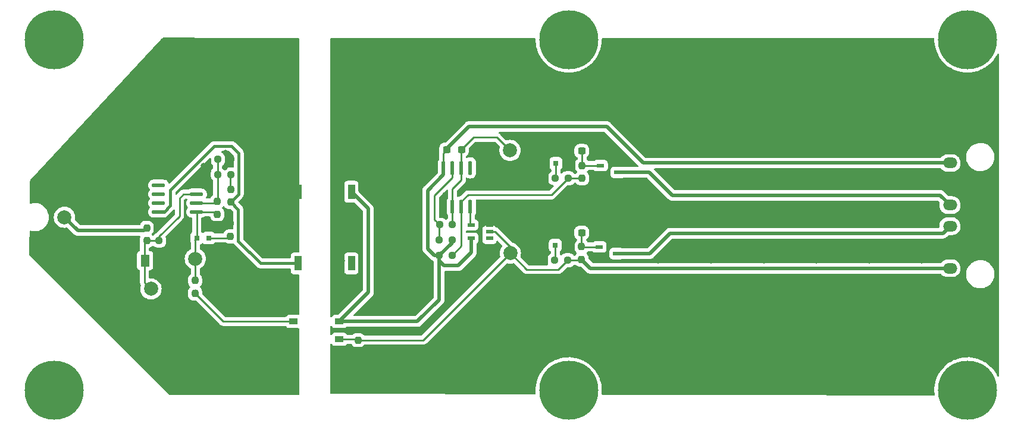
<source format=gbr>
%TF.GenerationSoftware,KiCad,Pcbnew,(6.0.7-1)-1*%
%TF.CreationDate,2022-12-12T00:26:17-05:00*%
%TF.ProjectId,HVPCB,48565043-422e-46b6-9963-61645f706362,rev?*%
%TF.SameCoordinates,Original*%
%TF.FileFunction,Copper,L1,Top*%
%TF.FilePolarity,Positive*%
%FSLAX46Y46*%
G04 Gerber Fmt 4.6, Leading zero omitted, Abs format (unit mm)*
G04 Created by KiCad (PCBNEW (6.0.7-1)-1) date 2022-12-12 00:26:17*
%MOMM*%
%LPD*%
G01*
G04 APERTURE LIST*
G04 Aperture macros list*
%AMRoundRect*
0 Rectangle with rounded corners*
0 $1 Rounding radius*
0 $2 $3 $4 $5 $6 $7 $8 $9 X,Y pos of 4 corners*
0 Add a 4 corners polygon primitive as box body*
4,1,4,$2,$3,$4,$5,$6,$7,$8,$9,$2,$3,0*
0 Add four circle primitives for the rounded corners*
1,1,$1+$1,$2,$3*
1,1,$1+$1,$4,$5*
1,1,$1+$1,$6,$7*
1,1,$1+$1,$8,$9*
0 Add four rect primitives between the rounded corners*
20,1,$1+$1,$2,$3,$4,$5,0*
20,1,$1+$1,$4,$5,$6,$7,0*
20,1,$1+$1,$6,$7,$8,$9,0*
20,1,$1+$1,$8,$9,$2,$3,0*%
G04 Aperture macros list end*
%TA.AperFunction,SMDPad,CuDef*%
%ADD10R,1.300000X1.700000*%
%TD*%
%TA.AperFunction,SMDPad,CuDef*%
%ADD11RoundRect,0.237500X0.300000X0.237500X-0.300000X0.237500X-0.300000X-0.237500X0.300000X-0.237500X0*%
%TD*%
%TA.AperFunction,SMDPad,CuDef*%
%ADD12RoundRect,0.237500X-0.300000X-0.237500X0.300000X-0.237500X0.300000X0.237500X-0.300000X0.237500X0*%
%TD*%
%TA.AperFunction,ComponentPad*%
%ADD13RoundRect,0.250001X-0.759999X0.499999X-0.759999X-0.499999X0.759999X-0.499999X0.759999X0.499999X0*%
%TD*%
%TA.AperFunction,ComponentPad*%
%ADD14O,2.020000X1.500000*%
%TD*%
%TA.AperFunction,WasherPad*%
%ADD15C,8.400000*%
%TD*%
%TA.AperFunction,SMDPad,CuDef*%
%ADD16RoundRect,0.237500X-0.250000X-0.237500X0.250000X-0.237500X0.250000X0.237500X-0.250000X0.237500X0*%
%TD*%
%TA.AperFunction,SMDPad,CuDef*%
%ADD17O,1.950216X0.568402*%
%TD*%
%TA.AperFunction,SMDPad,CuDef*%
%ADD18RoundRect,0.237500X0.237500X-0.250000X0.237500X0.250000X-0.237500X0.250000X-0.237500X-0.250000X0*%
%TD*%
%TA.AperFunction,SMDPad,CuDef*%
%ADD19R,1.070003X0.600000*%
%TD*%
%TA.AperFunction,ComponentPad*%
%ADD20C,2.000000*%
%TD*%
%TA.AperFunction,SMDPad,CuDef*%
%ADD21RoundRect,0.237500X-0.237500X0.250000X-0.237500X-0.250000X0.237500X-0.250000X0.237500X0.250000X0*%
%TD*%
%TA.AperFunction,SMDPad,CuDef*%
%ADD22R,1.198882X0.900000*%
%TD*%
%TA.AperFunction,SMDPad,CuDef*%
%ADD23R,1.000000X2.100000*%
%TD*%
%TA.AperFunction,SMDPad,CuDef*%
%ADD24R,0.800000X0.800000*%
%TD*%
%TA.AperFunction,SMDPad,CuDef*%
%ADD25RoundRect,0.237500X0.250000X0.237500X-0.250000X0.237500X-0.250000X-0.237500X0.250000X-0.237500X0*%
%TD*%
%TA.AperFunction,SMDPad,CuDef*%
%ADD26R,1.000000X0.600000*%
%TD*%
%TA.AperFunction,SMDPad,CuDef*%
%ADD27O,0.573990X2.035509*%
%TD*%
%TA.AperFunction,ViaPad*%
%ADD28C,0.800000*%
%TD*%
%TA.AperFunction,Conductor*%
%ADD29C,0.250000*%
%TD*%
%TA.AperFunction,Conductor*%
%ADD30C,0.200000*%
%TD*%
%TA.AperFunction,Conductor*%
%ADD31C,0.500000*%
%TD*%
%TA.AperFunction,Conductor*%
%ADD32C,0.400000*%
%TD*%
G04 APERTURE END LIST*
D10*
%TO.P,D1,1,K*%
%TO.N,/op_n{slash}i*%
X96950000Y-100000000D03*
%TO.P,D1,2,A*%
%TO.N,HV-*%
X100450000Y-100000000D03*
%TD*%
D11*
%TO.P,C5,1*%
%TO.N,Net-(C5-Pad1)*%
X159100000Y-96050000D03*
%TO.P,C5,2*%
%TO.N,GND*%
X157375000Y-96050000D03*
%TD*%
%TO.P,C4,1*%
%TO.N,Net-(C4-Pad1)*%
X159112500Y-84375000D03*
%TO.P,C4,2*%
%TO.N,GND*%
X157387500Y-84375000D03*
%TD*%
D12*
%TO.P,C3,1*%
%TO.N,/TRIG*%
X142022501Y-84167844D03*
%TO.P,C3,2*%
%TO.N,GND*%
X143747501Y-84167844D03*
%TD*%
D11*
%TO.P,C2,1*%
%TO.N,+5V*%
X139897501Y-84167844D03*
%TO.P,C2,2*%
%TO.N,GND*%
X138172501Y-84167844D03*
%TD*%
D13*
%TO.P,J1,1,Pin_1*%
%TO.N,GND*%
X211500000Y-83100000D03*
D14*
%TO.P,J1,2,Pin_2*%
%TO.N,+5V*%
X211500000Y-86100000D03*
%TO.P,J1,3,Pin_3*%
%TO.N,GND*%
X211500000Y-89100000D03*
%TO.P,J1,4,Pin_4*%
%TO.N,R_TSAL*%
X211500000Y-92100000D03*
%TO.P,J1,5,Pin_5*%
%TO.N,G_TSAL*%
X211500000Y-95100000D03*
%TO.P,J1,6,Pin_6*%
%TO.N,GND*%
X211500000Y-98100000D03*
%TO.P,J1,7,Pin_7*%
%TO.N,HV_STATUS*%
X211500000Y-101100000D03*
%TO.P,J1,8,Pin_8*%
%TO.N,GND*%
X211500000Y-104100000D03*
%TD*%
D15*
%TO.P,H4,*%
%TO.N,*%
X157250000Y-68500000D03*
%TD*%
D16*
%TO.P,R17,1*%
%TO.N,/op_n{slash}i*%
X98969739Y-97150477D03*
%TO.P,R17,2*%
%TO.N,HV-*%
X100794739Y-97150477D03*
%TD*%
D17*
%TO.P,U4,1,OUTA*%
%TO.N,/op_out*%
X104300000Y-93070003D03*
%TO.P,U4,2,INA-*%
%TO.N,1V_REF*%
X104300000Y-91800000D03*
%TO.P,U4,3,INA+*%
%TO.N,/op_n{slash}i*%
X104300000Y-90529998D03*
%TO.P,U4,4,GND*%
%TO.N,HV-*%
X104300000Y-89259995D03*
%TO.P,U4,5*%
%TO.N,N/C*%
X98889790Y-89259995D03*
%TO.P,U4,6*%
X98889790Y-90529998D03*
%TO.P,U4,7*%
X98889790Y-91800000D03*
%TO.P,U4,8,V+*%
%TO.N,HV_5V*%
X98889790Y-93070003D03*
%TD*%
D18*
%TO.P,R4,1*%
%TO.N,/PULSE*%
X159150000Y-88275000D03*
%TO.P,R4,2*%
%TO.N,Net-(C4-Pad1)*%
X159150000Y-86450000D03*
%TD*%
D15*
%TO.P,H2,*%
%TO.N,*%
X214000000Y-68500000D03*
%TD*%
D19*
%TO.P,U5,1,G*%
%TO.N,Net-(C5-Pad1)*%
X161602423Y-98062538D03*
%TO.P,U5,2,S*%
%TO.N,GND*%
X161602423Y-99962462D03*
%TO.P,U5,3,D*%
%TO.N,G_TSAL*%
X164072577Y-99012500D03*
%TD*%
D16*
%TO.P,R1,1*%
%TO.N,Net-(R1-Pad1)*%
X155350000Y-88262500D03*
%TO.P,R1,2*%
%TO.N,/PULSE*%
X157175000Y-88262500D03*
%TD*%
D15*
%TO.P,H5,*%
%TO.N,*%
X84000000Y-68500000D03*
%TD*%
D16*
%TO.P,R6,1*%
%TO.N,Net-(R6-Pad1)*%
X155275000Y-99950000D03*
%TO.P,R6,2*%
%TO.N,HV_STATUS*%
X157100000Y-99950000D03*
%TD*%
D15*
%TO.P,H3,*%
%TO.N,*%
X214000000Y-118500000D03*
%TD*%
D20*
%TO.P,TP2,1,1*%
%TO.N,/op_n{slash}i*%
X97819789Y-104050477D03*
%TD*%
D16*
%TO.P,R10,1*%
%TO.N,+5V*%
X138810001Y-99276593D03*
%TO.P,R10,2*%
%TO.N,/PULSE*%
X140635001Y-99276593D03*
%TD*%
D20*
%TO.P,U14,1,1*%
%TO.N,HV+*%
X85504013Y-93825527D03*
%TO.P,U14,2,2*%
%TO.N,HV-*%
X88504013Y-93825527D03*
%TD*%
D15*
%TO.P,H1,*%
%TO.N,*%
X84000000Y-118500000D03*
%TD*%
D21*
%TO.P,R18,1*%
%TO.N,HV-*%
X109119789Y-94737977D03*
%TO.P,R18,2*%
%TO.N,/hvSled*%
X109119789Y-96562977D03*
%TD*%
D22*
%TO.P,S2,1,1*%
%TO.N,/sFeed*%
X118100064Y-108679743D03*
%TO.P,S2,2,2*%
%TO.N,HV-*%
X118100064Y-111219749D03*
%TO.P,S2,3,3*%
%TO.N,HV_STATUS*%
X124599936Y-111219749D03*
%TO.P,S2,4,4*%
%TO.N,+5V*%
X124599936Y-108679743D03*
%TD*%
D23*
%TO.P,U3,1,GND*%
%TO.N,+5V*%
X126330000Y-90200000D03*
%TO.P,U3,2,VIN*%
%TO.N,GND*%
X123790000Y-90200000D03*
%TO.P,U3,4,0V*%
%TO.N,HV-*%
X118710000Y-90200000D03*
%TO.P,U3,5,+Vo*%
%TO.N,HV_5V*%
X118710000Y-100400000D03*
%TO.P,U3,8*%
%TO.N,N/C*%
X126330000Y-100400000D03*
%TD*%
D16*
%TO.P,R15,1*%
%TO.N,1V_REF*%
X107342371Y-85575159D03*
%TO.P,R15,2*%
%TO.N,HV-*%
X109167371Y-85575159D03*
%TD*%
D20*
%TO.P,TP3,1,1*%
%TO.N,/op_out*%
X104119789Y-99750477D03*
%TD*%
D24*
%TO.P,U8,1,A*%
%TO.N,Net-(R1-Pad1)*%
X155446500Y-86162802D03*
%TO.P,U8,2,K*%
%TO.N,GND*%
X155446500Y-84460998D03*
%TD*%
D25*
%TO.P,R14,1*%
%TO.N,Net-(R13-Pad2)*%
X109157289Y-87725159D03*
%TO.P,R14,2*%
%TO.N,1V_REF*%
X107332289Y-87725159D03*
%TD*%
D21*
%TO.P,R19,1*%
%TO.N,/op_out*%
X104095847Y-102862659D03*
%TO.P,R19,2*%
%TO.N,/sFeed*%
X104095847Y-104687659D03*
%TD*%
D15*
%TO.P,H6,*%
%TO.N,*%
X157250000Y-118500000D03*
%TD*%
D21*
%TO.P,R5,1*%
%TO.N,1V_REF*%
X107238895Y-91574499D03*
%TO.P,R5,2*%
%TO.N,/op_out*%
X107238895Y-93399499D03*
%TD*%
D18*
%TO.P,R7,1*%
%TO.N,HV_STATUS*%
X159087500Y-99862500D03*
%TO.P,R7,2*%
%TO.N,Net-(C5-Pad1)*%
X159087500Y-98037500D03*
%TD*%
D24*
%TO.P,U9,1,A*%
%TO.N,Net-(R6-Pad1)*%
X155337500Y-97826302D03*
%TO.P,U9,2,K*%
%TO.N,GND*%
X155337500Y-96124498D03*
%TD*%
D20*
%TO.P,TP4,1,1*%
%TO.N,HV_STATUS*%
X148950000Y-98950000D03*
%TD*%
D26*
%TO.P,U2,1,N.C*%
%TO.N,unconnected-(U2-Pad1)*%
X145985103Y-96817755D03*
%TO.P,U2,2,A*%
%TO.N,HV_STATUS*%
X145985103Y-95867793D03*
%TO.P,U2,3,GND*%
%TO.N,GND*%
X145985103Y-94917831D03*
%TO.P,U2,4,Y*%
%TO.N,Net-(U1-Pad4)*%
X143384899Y-94917831D03*
%TO.P,U2,5,VCC*%
%TO.N,+5V*%
X143384899Y-96817755D03*
%TD*%
D27*
%TO.P,U1,1,GND*%
%TO.N,GND*%
X139444996Y-92317844D03*
%TO.P,U1,2,TRIG*%
%TO.N,/TRIG*%
X140714999Y-92317844D03*
%TO.P,U1,3,OUT*%
%TO.N,/PULSE*%
X141985001Y-92317844D03*
%TO.P,U1,4,RESET*%
%TO.N,Net-(U1-Pad4)*%
X143255004Y-92317844D03*
%TO.P,U1,5,CONT*%
%TO.N,unconnected-(U1-Pad5)*%
X143255004Y-86782156D03*
%TO.P,U1,6,THRES*%
%TO.N,/TRIG*%
X141985001Y-86782156D03*
%TO.P,U1,7,DISCH*%
%TO.N,Net-(R11-Pad2)*%
X140714999Y-86782156D03*
%TO.P,U1,8,VCC*%
%TO.N,+5V*%
X139444996Y-86782156D03*
%TD*%
D24*
%TO.P,U7,1,A*%
%TO.N,/op_out*%
X104319545Y-96775159D03*
%TO.P,U7,2,K*%
%TO.N,/hvSled*%
X106021349Y-96775159D03*
%TD*%
D16*
%TO.P,R12,1*%
%TO.N,Net-(R11-Pad2)*%
X138860001Y-94876593D03*
%TO.P,R12,2*%
%TO.N,/TRIG*%
X140685001Y-94876593D03*
%TD*%
D18*
%TO.P,R13,1*%
%TO.N,HV_5V*%
X109167371Y-91662977D03*
%TO.P,R13,2*%
%TO.N,Net-(R13-Pad2)*%
X109167371Y-89837977D03*
%TD*%
%TO.P,R20,1*%
%TO.N,GND*%
X127274682Y-113173942D03*
%TO.P,R20,2*%
%TO.N,HV_STATUS*%
X127274682Y-111348942D03*
%TD*%
D19*
%TO.P,U6,1,G*%
%TO.N,Net-(C4-Pad1)*%
X161776923Y-86477038D03*
%TO.P,U6,2,S*%
%TO.N,GND*%
X161776923Y-88376962D03*
%TO.P,U6,3,D*%
%TO.N,R_TSAL*%
X164247077Y-87427000D03*
%TD*%
D21*
%TO.P,R16,1*%
%TO.N,HV+*%
X97219789Y-95337977D03*
%TO.P,R16,2*%
%TO.N,/op_n{slash}i*%
X97219789Y-97162977D03*
%TD*%
D20*
%TO.P,TP5,1,1*%
%TO.N,/TRIG*%
X148900000Y-84300000D03*
%TD*%
D25*
%TO.P,R11,1*%
%TO.N,+5V*%
X140635001Y-97076593D03*
%TO.P,R11,2*%
%TO.N,Net-(R11-Pad2)*%
X138810001Y-97076593D03*
%TD*%
D28*
%TO.N,GND*%
X214900000Y-97000000D03*
X157500000Y-97800000D03*
X157500000Y-86200000D03*
X185000000Y-100000000D03*
X177500000Y-85000000D03*
X125000000Y-85000000D03*
X170000000Y-77500000D03*
X207500000Y-85000000D03*
X185000000Y-92500000D03*
X170000000Y-85000000D03*
X147500000Y-107500000D03*
X147500000Y-115000000D03*
X207500000Y-107500000D03*
X170000000Y-107500000D03*
X177500000Y-77500000D03*
X139700000Y-90600000D03*
X162500000Y-92500000D03*
X170000000Y-100000000D03*
X192500000Y-115000000D03*
X192500000Y-100000000D03*
X192500000Y-85000000D03*
X215000000Y-92500000D03*
X155000000Y-107500000D03*
X207500000Y-77500000D03*
X162500000Y-85000000D03*
X132500000Y-70000000D03*
X140000000Y-115000000D03*
X192500000Y-70000000D03*
X132500000Y-92500000D03*
X132500000Y-85000000D03*
X147500000Y-92500000D03*
X140000000Y-70000000D03*
X200000000Y-115000000D03*
X170000000Y-92500000D03*
X192500000Y-107500000D03*
X125000000Y-70000000D03*
X177500000Y-115000000D03*
X125000000Y-115000000D03*
X200000000Y-85000000D03*
X200000000Y-92500000D03*
X207500000Y-115000000D03*
X200000000Y-70000000D03*
X177500000Y-92500000D03*
X177500000Y-107500000D03*
X132500000Y-115000000D03*
X200000000Y-100000000D03*
X132500000Y-107500000D03*
X185000000Y-70000000D03*
X162500000Y-107500000D03*
X185000000Y-115000000D03*
X125000000Y-100000000D03*
X125000000Y-92500000D03*
X185000000Y-77500000D03*
X170000000Y-70000000D03*
X200000000Y-107500000D03*
X155000000Y-92500000D03*
X185000000Y-107500000D03*
X170000000Y-115000000D03*
X162500000Y-115000000D03*
X207500000Y-100000000D03*
X192500000Y-92500000D03*
X192500000Y-77500000D03*
X125000000Y-77500000D03*
X147500000Y-70000000D03*
X132500000Y-100000000D03*
X207500000Y-92500000D03*
X177500000Y-100000000D03*
X185000000Y-85000000D03*
X162500000Y-70000000D03*
X200000000Y-77500000D03*
X207500000Y-70000000D03*
X177500000Y-70000000D03*
%TO.N,HV-*%
X102500000Y-70000000D03*
X110000000Y-77500000D03*
X117500000Y-77500000D03*
X102900000Y-84900000D03*
X107769789Y-95200477D03*
X117500000Y-70000000D03*
X108300000Y-86700000D03*
X87500000Y-85000000D03*
X107769789Y-104000477D03*
X95000000Y-85000000D03*
X110000000Y-117500000D03*
X94900000Y-94000000D03*
X107769789Y-99000477D03*
X117500000Y-117500000D03*
X110000000Y-70000000D03*
X117500000Y-92500000D03*
X117500000Y-102500000D03*
X117500000Y-85000000D03*
X105269789Y-86500477D03*
X108400000Y-84600000D03*
%TD*%
D29*
%TO.N,/op_n{slash}i*%
X96900000Y-103130688D02*
X96900000Y-99800000D01*
X96900000Y-99800000D02*
X96900000Y-97482766D01*
X97819789Y-104050477D02*
X96900000Y-103130688D01*
X96900000Y-97482766D02*
X97219789Y-97162977D01*
X97300000Y-97405738D02*
X97044739Y-97150477D01*
X97044739Y-97150477D02*
X98969739Y-97150477D01*
D30*
%TO.N,HV-*%
X100794739Y-97150477D02*
X100719789Y-97225427D01*
D31*
%TO.N,HV+*%
X97219789Y-95337977D02*
X96857766Y-95700000D01*
X96857766Y-95700000D02*
X87378486Y-95700000D01*
X87378486Y-95700000D02*
X85504013Y-93825527D01*
%TO.N,+5V*%
X138810001Y-99276593D02*
X138176593Y-99276593D01*
X138176593Y-99276593D02*
X137200000Y-98300000D01*
X137200000Y-98300000D02*
X137200000Y-90000000D01*
X137200000Y-90000000D02*
X139444996Y-87755004D01*
X139444996Y-87755004D02*
X139444996Y-86782156D01*
%TO.N,HV_STATUS*%
X159087500Y-99862500D02*
X160325000Y-101100000D01*
X160325000Y-101100000D02*
X211500000Y-101100000D01*
%TO.N,G_TSAL*%
X164072577Y-99012500D02*
X168787500Y-99012500D01*
X168787500Y-99012500D02*
X171700000Y-96100000D01*
X171700000Y-96100000D02*
X210500000Y-96100000D01*
X210500000Y-96100000D02*
X211500000Y-95100000D01*
%TO.N,R_TSAL*%
X164247077Y-87427000D02*
X168727000Y-87427000D01*
X168727000Y-87427000D02*
X172000000Y-90700000D01*
X172000000Y-90700000D02*
X210100000Y-90700000D01*
X210100000Y-90700000D02*
X211500000Y-92100000D01*
D32*
%TO.N,HV_5V*%
X109167371Y-91662977D02*
X110300000Y-90530348D01*
X110300000Y-90530348D02*
X110300000Y-84700000D01*
X100569789Y-92196710D02*
X99696496Y-93070003D01*
X110300000Y-84700000D02*
X109300000Y-83700000D01*
X109300000Y-83700000D02*
X106800000Y-83700000D01*
X106800000Y-83700000D02*
X100569789Y-89930211D01*
X100569789Y-89930211D02*
X100569789Y-92196710D01*
X99696496Y-93070003D02*
X98889790Y-93070003D01*
X109167371Y-91662977D02*
X110219789Y-92715395D01*
X110219789Y-92715395D02*
X110219789Y-97219789D01*
X110219789Y-97219789D02*
X113400000Y-100400000D01*
X113400000Y-100400000D02*
X118710000Y-100400000D01*
D29*
%TO.N,/sFeed*%
X104095847Y-104687659D02*
X108087931Y-108679743D01*
X108087931Y-108679743D02*
X118100064Y-108679743D01*
D31*
%TO.N,+5V*%
X162650000Y-80900000D02*
X167850000Y-86100000D01*
X167850000Y-86100000D02*
X211500000Y-86100000D01*
X143384899Y-98867946D02*
X141535001Y-100717844D01*
X128750000Y-92620000D02*
X126330000Y-90200000D01*
X138800000Y-99650000D02*
X138800000Y-105600000D01*
D29*
X140635001Y-97076593D02*
X140635001Y-97451593D01*
D31*
X141535001Y-100717844D02*
X139485001Y-100717844D01*
X138800000Y-105600000D02*
X135700000Y-108700000D01*
X141391000Y-82559000D02*
X143050000Y-80900000D01*
X135700000Y-108700000D02*
X135679743Y-108679743D01*
X143050000Y-80900000D02*
X162650000Y-80900000D01*
X124599936Y-108679743D02*
X128750000Y-104529679D01*
X135679743Y-108679743D02*
X124599936Y-108679743D01*
D29*
X139947501Y-84167844D02*
X139947501Y-84002499D01*
X139444996Y-84670349D02*
X139947501Y-84167844D01*
D31*
X139947501Y-84002499D02*
X143050000Y-80900000D01*
X140635001Y-97451593D02*
X138810001Y-99276593D01*
X138810001Y-99639999D02*
X138800000Y-99650000D01*
D29*
X139444996Y-86782156D02*
X139444996Y-84670349D01*
D31*
X138810001Y-100042844D02*
X138810001Y-99639999D01*
X128750000Y-104529679D02*
X128750000Y-92620000D01*
X138810001Y-99639999D02*
X138810001Y-99276593D01*
X139485001Y-100717844D02*
X138810001Y-100042844D01*
X143384899Y-96817755D02*
X143384899Y-98867946D01*
D29*
%TO.N,Net-(R6-Pad1)*%
X155337500Y-97826302D02*
X155337500Y-99887500D01*
X155337500Y-99887500D02*
X155275000Y-99950000D01*
%TO.N,/TRIG*%
X141972501Y-84167844D02*
X143690345Y-82450000D01*
X140685001Y-93667844D02*
X140685001Y-94876593D01*
X147050000Y-82450000D02*
X148900000Y-84300000D01*
X140714999Y-93637846D02*
X140685001Y-93667844D01*
X140643750Y-94759095D02*
X140526252Y-94876593D01*
X143690345Y-82450000D02*
X147050000Y-82450000D01*
X141985001Y-86782156D02*
X141985001Y-88517844D01*
X140714999Y-89787846D02*
X140714999Y-92317844D01*
X140714999Y-92317844D02*
X140714999Y-93637846D01*
X141985001Y-88517844D02*
X140714999Y-89787846D01*
X141985001Y-84180344D02*
X141985001Y-86782156D01*
X140726252Y-94676593D02*
X140526252Y-94876593D01*
X141972501Y-84167844D02*
X141985001Y-84180344D01*
X141885001Y-84080344D02*
X141972501Y-84167844D01*
%TO.N,/PULSE*%
X154787500Y-90650000D02*
X157175000Y-88262500D01*
X159137500Y-88262500D02*
X159150000Y-88275000D01*
X141985001Y-97926593D02*
X140635001Y-99276593D01*
X142922086Y-90650000D02*
X154787500Y-90650000D01*
X157175000Y-88262500D02*
X159137500Y-88262500D01*
X141985001Y-92317844D02*
X141985001Y-97926593D01*
X141985001Y-92317844D02*
X141985001Y-91587085D01*
X141985001Y-91587085D02*
X142922086Y-90650000D01*
%TO.N,Net-(C4-Pad1)*%
X159162500Y-84375000D02*
X159162500Y-86437500D01*
X159162500Y-86437500D02*
X159150000Y-86450000D01*
X159150000Y-86450000D02*
X159177038Y-86477038D01*
X159177038Y-86477038D02*
X161776923Y-86477038D01*
%TO.N,HV_5V*%
X98889790Y-93070003D02*
X99172234Y-93070003D01*
%TO.N,Net-(R13-Pad2)*%
X109129871Y-89800477D02*
X109167371Y-89837977D01*
X109129871Y-87725159D02*
X109129871Y-89800477D01*
%TO.N,1V_REF*%
X107304871Y-87725159D02*
X107304871Y-91508523D01*
X107304871Y-91508523D02*
X107238895Y-91574499D01*
X107304871Y-87725159D02*
X107304871Y-85612659D01*
X107304871Y-85612659D02*
X107342371Y-85575159D01*
X107013394Y-91800000D02*
X104300000Y-91800000D01*
X107238895Y-91574499D02*
X107013394Y-91800000D01*
%TO.N,Net-(U1-Pad4)*%
X143255004Y-92317844D02*
X143255004Y-94787936D01*
X143255004Y-94787936D02*
X143384899Y-94917831D01*
%TO.N,Net-(C5-Pad1)*%
X159087500Y-96112500D02*
X159150000Y-96050000D01*
X159112538Y-98062538D02*
X161802423Y-98062538D01*
X159087500Y-98037500D02*
X159112538Y-98062538D01*
X159087500Y-98037500D02*
X159087500Y-96112500D01*
%TO.N,Net-(R11-Pad2)*%
X140714999Y-88185001D02*
X140714999Y-86782156D01*
X138651252Y-94926593D02*
X138701252Y-94876593D01*
X138810001Y-97076593D02*
X138810001Y-94926593D01*
X138860001Y-94876593D02*
X138150000Y-94166592D01*
X138150000Y-90750000D02*
X140714999Y-88185001D01*
X138150000Y-94166592D02*
X138150000Y-90750000D01*
%TO.N,/op_n{slash}i*%
X97319739Y-103550427D02*
X97819789Y-104050477D01*
X103643294Y-90529998D02*
X104300000Y-90529998D01*
X101869789Y-91100477D02*
X102440268Y-90529998D01*
X98969739Y-96550527D02*
X101869789Y-93650477D01*
X102440268Y-90529998D02*
X104300000Y-90529998D01*
X101869789Y-93650477D02*
X101869789Y-91100477D01*
X98969739Y-97150477D02*
X98969739Y-96550527D01*
%TO.N,Net-(R1-Pad1)*%
X155446500Y-88166000D02*
X155350000Y-88262500D01*
X155446500Y-86162802D02*
X155446500Y-88166000D01*
%TO.N,/op_out*%
X104095847Y-102862659D02*
X104119789Y-102838717D01*
X106909399Y-93070003D02*
X107238895Y-93399499D01*
X104119789Y-99750477D02*
X104119789Y-96974915D01*
X104119789Y-96974915D02*
X104319545Y-96775159D01*
X104119789Y-102838717D02*
X104119789Y-99750477D01*
X104319545Y-93089548D02*
X104300000Y-93070003D01*
X104300000Y-93070003D02*
X106909399Y-93070003D01*
X104045847Y-97048857D02*
X104319545Y-96775159D01*
X104319545Y-96775159D02*
X104319545Y-93089548D01*
%TO.N,HV_STATUS*%
X157100000Y-99950000D02*
X159000000Y-99950000D01*
X157100000Y-99950000D02*
X155750000Y-101300000D01*
X127274682Y-111348942D02*
X127145489Y-111219749D01*
X136551058Y-111348942D02*
X148950000Y-98950000D01*
X127274682Y-111348942D02*
X136551058Y-111348942D01*
X155750000Y-101300000D02*
X151300000Y-101300000D01*
X148950000Y-98082690D02*
X148950000Y-98950000D01*
X146735103Y-95867793D02*
X148950000Y-98082690D01*
X127145489Y-111219749D02*
X124599936Y-111219749D01*
X151300000Y-101300000D02*
X148950000Y-98950000D01*
X145985103Y-95867793D02*
X146735103Y-95867793D01*
X159000000Y-99950000D02*
X159087500Y-99862500D01*
%TO.N,/hvSled*%
X109007607Y-96775159D02*
X109169789Y-96612977D01*
X106021349Y-96775159D02*
X109007607Y-96775159D01*
%TO.N,/sFeed*%
X104090046Y-104230220D02*
X104119789Y-104200477D01*
X104090046Y-104693460D02*
X104095847Y-104687659D01*
%TD*%
%TA.AperFunction,Conductor*%
%TO.N,HV-*%
G36*
X108469340Y-68245955D02*
G01*
X118774653Y-68299351D01*
X118842669Y-68319705D01*
X118888883Y-68373601D01*
X118900000Y-68425349D01*
X118900000Y-98715500D01*
X118879998Y-98783621D01*
X118826342Y-98830114D01*
X118774000Y-98841500D01*
X118161866Y-98841500D01*
X118099684Y-98848255D01*
X117963295Y-98899385D01*
X117846739Y-98986739D01*
X117759385Y-99103295D01*
X117708255Y-99239684D01*
X117701500Y-99301866D01*
X117701500Y-99565500D01*
X117681498Y-99633621D01*
X117627842Y-99680114D01*
X117575500Y-99691500D01*
X113745661Y-99691500D01*
X113677540Y-99671498D01*
X113656566Y-99654595D01*
X110965194Y-96963224D01*
X110931168Y-96900912D01*
X110928289Y-96874129D01*
X110928289Y-92744322D01*
X110928581Y-92735753D01*
X110931999Y-92685620D01*
X110931999Y-92685616D01*
X110932515Y-92678043D01*
X110921525Y-92615076D01*
X110920564Y-92608560D01*
X110916654Y-92576252D01*
X110912891Y-92545153D01*
X110910208Y-92538052D01*
X110909567Y-92535443D01*
X110905098Y-92519110D01*
X110904337Y-92516590D01*
X110903032Y-92509112D01*
X110899980Y-92502159D01*
X110877348Y-92450599D01*
X110874857Y-92444494D01*
X110854964Y-92391851D01*
X110854962Y-92391847D01*
X110852276Y-92384739D01*
X110847973Y-92378478D01*
X110846736Y-92376112D01*
X110838509Y-92361332D01*
X110837158Y-92359047D01*
X110834104Y-92352090D01*
X110829484Y-92346070D01*
X110829481Y-92346064D01*
X110795210Y-92301404D01*
X110791330Y-92296063D01*
X110759450Y-92249675D01*
X110759445Y-92249670D01*
X110755146Y-92243414D01*
X110741869Y-92231584D01*
X110708619Y-92201960D01*
X110703343Y-92196979D01*
X110258437Y-91752073D01*
X110224411Y-91689761D01*
X110229476Y-91618946D01*
X110258437Y-91573883D01*
X110780536Y-91051784D01*
X110786801Y-91045930D01*
X110824664Y-91012900D01*
X110824665Y-91012899D01*
X110830385Y-91007909D01*
X110867136Y-90955619D01*
X110871028Y-90950377D01*
X110910476Y-90900066D01*
X110913600Y-90893147D01*
X110914988Y-90890855D01*
X110923357Y-90876183D01*
X110924622Y-90873823D01*
X110928990Y-90867609D01*
X110952203Y-90808071D01*
X110954759Y-90801990D01*
X110977515Y-90751594D01*
X110981045Y-90743775D01*
X110982430Y-90736302D01*
X110983234Y-90733736D01*
X110987855Y-90717513D01*
X110988520Y-90714921D01*
X110991282Y-90707839D01*
X110999622Y-90644487D01*
X111000654Y-90637971D01*
X111010911Y-90582629D01*
X111012295Y-90575162D01*
X111008709Y-90512968D01*
X111008500Y-90505715D01*
X111008500Y-84728927D01*
X111008792Y-84720358D01*
X111012210Y-84670225D01*
X111012210Y-84670221D01*
X111012726Y-84662648D01*
X111001736Y-84599681D01*
X111000775Y-84593165D01*
X111000593Y-84591659D01*
X110993102Y-84529758D01*
X110990419Y-84522657D01*
X110989778Y-84520048D01*
X110985313Y-84503728D01*
X110984548Y-84501195D01*
X110983243Y-84493717D01*
X110957552Y-84435190D01*
X110955067Y-84429102D01*
X110935172Y-84376449D01*
X110935171Y-84376447D01*
X110932487Y-84369344D01*
X110928186Y-84363085D01*
X110926949Y-84360720D01*
X110918727Y-84345948D01*
X110917372Y-84343656D01*
X110914316Y-84336695D01*
X110909691Y-84330668D01*
X110909689Y-84330664D01*
X110875407Y-84285987D01*
X110871529Y-84280650D01*
X110839659Y-84234278D01*
X110839658Y-84234277D01*
X110835357Y-84228019D01*
X110788847Y-84186580D01*
X110783571Y-84181600D01*
X109821435Y-83219465D01*
X109815581Y-83213198D01*
X109782556Y-83175340D01*
X109782553Y-83175337D01*
X109777561Y-83169615D01*
X109725280Y-83132871D01*
X109719986Y-83128939D01*
X109675693Y-83094209D01*
X109669718Y-83089524D01*
X109662802Y-83086401D01*
X109660516Y-83085017D01*
X109645835Y-83076643D01*
X109643475Y-83075378D01*
X109637261Y-83071010D01*
X109630182Y-83068250D01*
X109630180Y-83068249D01*
X109577725Y-83047798D01*
X109571656Y-83045247D01*
X109513427Y-83018955D01*
X109505960Y-83017571D01*
X109503405Y-83016770D01*
X109487152Y-83012141D01*
X109484572Y-83011478D01*
X109477491Y-83008718D01*
X109469960Y-83007727D01*
X109469958Y-83007726D01*
X109440339Y-83003827D01*
X109414139Y-83000378D01*
X109407641Y-82999348D01*
X109344814Y-82987704D01*
X109337234Y-82988141D01*
X109337233Y-82988141D01*
X109282608Y-82991291D01*
X109275354Y-82991500D01*
X106828927Y-82991500D01*
X106820358Y-82991208D01*
X106770225Y-82987790D01*
X106770221Y-82987790D01*
X106762648Y-82987274D01*
X106699681Y-82998264D01*
X106693169Y-82999224D01*
X106629758Y-83006898D01*
X106622657Y-83009581D01*
X106620048Y-83010222D01*
X106603715Y-83014691D01*
X106601195Y-83015452D01*
X106593717Y-83016757D01*
X106586765Y-83019809D01*
X106586764Y-83019809D01*
X106535204Y-83042441D01*
X106529099Y-83044932D01*
X106476456Y-83064825D01*
X106476452Y-83064827D01*
X106469344Y-83067513D01*
X106463083Y-83071816D01*
X106460717Y-83073053D01*
X106445937Y-83081280D01*
X106443652Y-83082631D01*
X106436695Y-83085685D01*
X106430675Y-83090305D01*
X106430669Y-83090308D01*
X106399542Y-83114194D01*
X106385998Y-83124587D01*
X106380668Y-83128459D01*
X106334280Y-83160339D01*
X106334275Y-83160344D01*
X106328019Y-83164643D01*
X106322968Y-83170313D01*
X106322966Y-83170314D01*
X106286565Y-83211170D01*
X106281584Y-83216446D01*
X100515521Y-88982509D01*
X100453209Y-89016535D01*
X100382394Y-89011470D01*
X100325558Y-88968923D01*
X100307149Y-88934021D01*
X100302493Y-88920344D01*
X100292651Y-88904345D01*
X100277346Y-88879467D01*
X100209307Y-88768871D01*
X100131899Y-88689825D01*
X100089807Y-88646842D01*
X100089806Y-88646841D01*
X100084878Y-88641809D01*
X99935390Y-88545471D01*
X99768274Y-88484645D01*
X99761286Y-88483762D01*
X99761285Y-88483762D01*
X99727930Y-88479549D01*
X99630924Y-88467294D01*
X98154165Y-88467294D01*
X98022150Y-88482102D01*
X98015497Y-88484419D01*
X98015496Y-88484419D01*
X97947316Y-88508162D01*
X97854201Y-88540588D01*
X97829087Y-88556281D01*
X97724388Y-88621704D01*
X97703383Y-88634829D01*
X97698385Y-88639792D01*
X97698384Y-88639793D01*
X97648002Y-88689825D01*
X97577192Y-88760142D01*
X97481900Y-88910299D01*
X97422243Y-89077836D01*
X97421410Y-89084824D01*
X97421409Y-89084827D01*
X97409633Y-89183582D01*
X97401185Y-89254426D01*
X97401921Y-89261428D01*
X97401921Y-89261430D01*
X97402226Y-89264327D01*
X97419775Y-89431293D01*
X97436821Y-89481366D01*
X97459197Y-89547093D01*
X97477087Y-89599646D01*
X97570273Y-89751119D01*
X97575202Y-89756152D01*
X97624668Y-89806665D01*
X97658039Y-89869330D01*
X97652233Y-89940089D01*
X97623430Y-89984228D01*
X97592122Y-90015319D01*
X97577192Y-90030145D01*
X97573418Y-90036091D01*
X97573417Y-90036093D01*
X97555373Y-90064526D01*
X97481900Y-90180302D01*
X97422243Y-90347839D01*
X97401185Y-90524429D01*
X97401921Y-90531431D01*
X97401921Y-90531433D01*
X97418415Y-90688353D01*
X97419775Y-90701296D01*
X97436898Y-90751594D01*
X97471697Y-90853815D01*
X97477087Y-90869649D01*
X97480777Y-90875648D01*
X97480778Y-90875649D01*
X97499473Y-90906038D01*
X97570273Y-91021122D01*
X97575202Y-91026155D01*
X97624668Y-91076668D01*
X97658039Y-91139333D01*
X97652233Y-91210092D01*
X97623430Y-91254231D01*
X97577192Y-91300147D01*
X97573418Y-91306093D01*
X97573417Y-91306095D01*
X97547490Y-91346950D01*
X97481900Y-91450304D01*
X97422243Y-91617841D01*
X97421410Y-91624829D01*
X97421409Y-91624832D01*
X97413667Y-91689761D01*
X97401185Y-91794431D01*
X97401921Y-91801433D01*
X97401921Y-91801435D01*
X97415995Y-91935332D01*
X97419775Y-91971298D01*
X97477087Y-92139651D01*
X97570273Y-92291124D01*
X97580340Y-92301404D01*
X97624668Y-92346670D01*
X97658039Y-92409335D01*
X97652233Y-92480094D01*
X97623430Y-92524233D01*
X97613624Y-92533971D01*
X97577192Y-92570150D01*
X97573418Y-92576096D01*
X97573417Y-92576098D01*
X97552816Y-92608560D01*
X97481900Y-92720307D01*
X97422243Y-92887844D01*
X97421410Y-92894832D01*
X97421409Y-92894835D01*
X97416487Y-92936111D01*
X97401185Y-93064434D01*
X97401921Y-93071436D01*
X97401921Y-93071438D01*
X97408977Y-93138564D01*
X97419775Y-93241301D01*
X97477087Y-93409654D01*
X97570273Y-93561127D01*
X97575202Y-93566160D01*
X97685080Y-93678363D01*
X97694702Y-93688189D01*
X97844190Y-93784527D01*
X97943290Y-93820597D01*
X97965339Y-93828622D01*
X98011306Y-93845353D01*
X98018294Y-93846236D01*
X98018295Y-93846236D01*
X98031436Y-93847896D01*
X98148656Y-93862704D01*
X99625415Y-93862704D01*
X99757430Y-93847896D01*
X99771651Y-93842944D01*
X99867306Y-93809633D01*
X99925379Y-93789410D01*
X100067930Y-93700335D01*
X100070223Y-93698902D01*
X100076197Y-93695169D01*
X100160348Y-93611603D01*
X100162991Y-93609130D01*
X100168477Y-93605360D01*
X100173530Y-93599689D01*
X100173534Y-93599685D01*
X100180060Y-93592360D01*
X100185355Y-93586770D01*
X100188142Y-93584003D01*
X100202388Y-93569856D01*
X100206164Y-93563906D01*
X100208461Y-93561049D01*
X100217563Y-93550906D01*
X101021194Y-92747275D01*
X101083506Y-92713249D01*
X101154321Y-92718314D01*
X101211157Y-92760861D01*
X101235968Y-92827381D01*
X101236289Y-92836370D01*
X101236289Y-93335883D01*
X101216287Y-93404004D01*
X101199384Y-93424978D01*
X98577486Y-96046875D01*
X98569200Y-96054415D01*
X98562721Y-96058527D01*
X98557296Y-96064304D01*
X98516096Y-96108178D01*
X98513341Y-96111020D01*
X98493604Y-96130757D01*
X98491124Y-96133954D01*
X98483421Y-96142974D01*
X98453153Y-96175206D01*
X98449334Y-96182152D01*
X98449332Y-96182155D01*
X98447620Y-96185269D01*
X98445637Y-96187241D01*
X98444674Y-96188566D01*
X98444460Y-96188411D01*
X98400621Y-96231997D01*
X98401132Y-96232823D01*
X98397579Y-96235021D01*
X98397577Y-96235023D01*
X98253208Y-96324361D01*
X98177712Y-96399989D01*
X98115432Y-96434068D01*
X98044611Y-96429065D01*
X97999522Y-96400144D01*
X97939003Y-96339730D01*
X97904924Y-96277447D01*
X97909927Y-96206627D01*
X97938848Y-96161540D01*
X98041543Y-96058665D01*
X98041547Y-96058660D01*
X98046718Y-96053480D01*
X98050559Y-96047249D01*
X98134158Y-95911627D01*
X98134159Y-95911625D01*
X98137998Y-95905397D01*
X98192763Y-95740286D01*
X98194790Y-95720507D01*
X98200490Y-95664864D01*
X98203289Y-95637549D01*
X98203289Y-95038405D01*
X98194622Y-94954874D01*
X98193208Y-94941242D01*
X98193207Y-94941238D01*
X98192496Y-94934384D01*
X98137443Y-94769370D01*
X98045905Y-94621446D01*
X98004148Y-94579762D01*
X97927973Y-94503719D01*
X97927968Y-94503715D01*
X97922792Y-94498548D01*
X97916561Y-94494707D01*
X97780939Y-94411108D01*
X97780937Y-94411107D01*
X97774709Y-94407268D01*
X97609598Y-94352503D01*
X97602762Y-94351803D01*
X97602759Y-94351802D01*
X97551263Y-94346526D01*
X97506861Y-94341977D01*
X96932717Y-94341977D01*
X96929471Y-94342314D01*
X96929467Y-94342314D01*
X96835554Y-94352058D01*
X96835550Y-94352059D01*
X96828696Y-94352770D01*
X96822160Y-94354951D01*
X96822158Y-94354951D01*
X96689394Y-94399245D01*
X96663682Y-94407823D01*
X96515758Y-94499361D01*
X96510585Y-94504543D01*
X96398031Y-94617293D01*
X96398027Y-94617298D01*
X96392860Y-94622474D01*
X96389020Y-94628704D01*
X96389019Y-94628705D01*
X96306153Y-94763139D01*
X96301580Y-94770557D01*
X96281124Y-94832229D01*
X96273516Y-94855167D01*
X96233085Y-94913527D01*
X96167521Y-94940764D01*
X96153923Y-94941500D01*
X87744857Y-94941500D01*
X87676736Y-94921498D01*
X87655762Y-94904595D01*
X87012601Y-94261434D01*
X86978575Y-94199122D01*
X86979177Y-94142925D01*
X86997393Y-94067051D01*
X86997394Y-94067045D01*
X86998548Y-94062238D01*
X87017178Y-93825527D01*
X86998548Y-93588816D01*
X86995189Y-93574821D01*
X86959214Y-93424978D01*
X86943118Y-93357933D01*
X86941224Y-93353360D01*
X86854148Y-93143138D01*
X86854146Y-93143134D01*
X86852253Y-93138564D01*
X86828576Y-93099927D01*
X86730772Y-92940325D01*
X86730768Y-92940319D01*
X86728189Y-92936111D01*
X86573982Y-92755558D01*
X86393429Y-92601351D01*
X86389221Y-92598772D01*
X86389215Y-92598768D01*
X86195196Y-92479873D01*
X86190976Y-92477287D01*
X86186406Y-92475394D01*
X86186402Y-92475392D01*
X85976180Y-92388316D01*
X85976178Y-92388315D01*
X85971607Y-92386422D01*
X85891404Y-92367167D01*
X85745537Y-92332147D01*
X85745531Y-92332146D01*
X85740724Y-92330992D01*
X85504013Y-92312362D01*
X85267302Y-92330992D01*
X85262495Y-92332146D01*
X85262489Y-92332147D01*
X85116622Y-92367167D01*
X85036419Y-92386422D01*
X85031848Y-92388315D01*
X85031846Y-92388316D01*
X84821624Y-92475392D01*
X84821620Y-92475394D01*
X84817050Y-92477287D01*
X84812830Y-92479873D01*
X84618811Y-92598768D01*
X84618805Y-92598772D01*
X84614597Y-92601351D01*
X84434044Y-92755558D01*
X84279837Y-92936111D01*
X84277258Y-92940319D01*
X84277254Y-92940325D01*
X84179450Y-93099927D01*
X84155773Y-93138564D01*
X84153880Y-93143134D01*
X84153878Y-93143138D01*
X84066802Y-93353360D01*
X84064908Y-93357933D01*
X84048812Y-93424978D01*
X84012838Y-93574821D01*
X84009478Y-93588816D01*
X83990848Y-93825527D01*
X84009478Y-94062238D01*
X84010632Y-94067045D01*
X84010633Y-94067051D01*
X84028849Y-94142925D01*
X84064908Y-94293121D01*
X84066801Y-94297692D01*
X84066802Y-94297694D01*
X84150335Y-94499361D01*
X84155773Y-94512490D01*
X84158359Y-94516710D01*
X84277254Y-94710729D01*
X84277258Y-94710735D01*
X84279837Y-94714943D01*
X84434044Y-94895496D01*
X84437800Y-94898704D01*
X84455156Y-94913527D01*
X84614597Y-95049703D01*
X84618805Y-95052282D01*
X84618811Y-95052286D01*
X84809746Y-95169291D01*
X84817050Y-95173767D01*
X84821620Y-95175660D01*
X84821624Y-95175662D01*
X85031846Y-95262738D01*
X85036419Y-95264632D01*
X85074811Y-95273849D01*
X85262489Y-95318907D01*
X85262495Y-95318908D01*
X85267302Y-95320062D01*
X85504013Y-95338692D01*
X85740724Y-95320062D01*
X85745531Y-95318908D01*
X85745537Y-95318907D01*
X85821411Y-95300691D01*
X85892319Y-95304238D01*
X85939920Y-95334115D01*
X86794716Y-96188911D01*
X86807102Y-96203323D01*
X86815635Y-96214918D01*
X86815640Y-96214923D01*
X86819978Y-96220818D01*
X86825556Y-96225557D01*
X86825559Y-96225560D01*
X86860254Y-96255035D01*
X86867770Y-96261965D01*
X86873465Y-96267660D01*
X86876347Y-96269940D01*
X86895737Y-96285281D01*
X86899141Y-96288072D01*
X86949014Y-96330442D01*
X86954771Y-96335333D01*
X86961287Y-96338661D01*
X86966336Y-96342028D01*
X86971465Y-96345195D01*
X86977202Y-96349734D01*
X87043361Y-96380655D01*
X87047255Y-96382558D01*
X87112294Y-96415769D01*
X87119402Y-96417508D01*
X87125045Y-96419607D01*
X87130808Y-96421524D01*
X87137436Y-96424622D01*
X87144598Y-96426112D01*
X87144599Y-96426112D01*
X87178234Y-96433108D01*
X87182850Y-96434068D01*
X87208898Y-96439486D01*
X87213182Y-96440456D01*
X87284096Y-96457808D01*
X87289698Y-96458156D01*
X87289701Y-96458156D01*
X87295250Y-96458500D01*
X87295248Y-96458536D01*
X87299241Y-96458775D01*
X87303433Y-96459149D01*
X87310601Y-96460640D01*
X87388006Y-96458546D01*
X87391414Y-96458500D01*
X96172497Y-96458500D01*
X96240618Y-96478502D01*
X96287111Y-96532158D01*
X96297215Y-96602432D01*
X96292090Y-96624167D01*
X96246815Y-96760668D01*
X96236289Y-96863405D01*
X96236289Y-97462549D01*
X96236626Y-97465795D01*
X96236626Y-97465799D01*
X96245409Y-97550445D01*
X96247082Y-97566570D01*
X96249263Y-97573106D01*
X96249263Y-97573108D01*
X96260024Y-97605362D01*
X96266500Y-97645238D01*
X96266500Y-98532130D01*
X96246498Y-98600251D01*
X96192842Y-98646744D01*
X96184730Y-98650112D01*
X96103649Y-98680508D01*
X96053295Y-98699385D01*
X95936739Y-98786739D01*
X95849385Y-98903295D01*
X95798255Y-99039684D01*
X95791500Y-99101866D01*
X95791500Y-100898134D01*
X95798255Y-100960316D01*
X95849385Y-101096705D01*
X95936739Y-101213261D01*
X96053295Y-101300615D01*
X96061703Y-101303767D01*
X96184730Y-101349888D01*
X96241494Y-101392530D01*
X96266194Y-101459091D01*
X96266500Y-101467870D01*
X96266500Y-103051921D01*
X96265973Y-103063104D01*
X96264298Y-103070597D01*
X96264547Y-103078523D01*
X96264547Y-103078524D01*
X96266438Y-103138674D01*
X96266500Y-103142633D01*
X96266500Y-103170544D01*
X96266997Y-103174478D01*
X96266997Y-103174479D01*
X96267005Y-103174544D01*
X96267938Y-103186381D01*
X96269327Y-103230577D01*
X96274978Y-103250027D01*
X96278987Y-103269388D01*
X96281526Y-103289485D01*
X96284445Y-103296856D01*
X96284445Y-103296858D01*
X96297804Y-103330600D01*
X96301649Y-103341830D01*
X96311771Y-103376671D01*
X96313982Y-103384281D01*
X96318015Y-103391100D01*
X96318017Y-103391105D01*
X96324293Y-103401716D01*
X96332988Y-103419464D01*
X96340448Y-103438305D01*
X96345109Y-103444721D01*
X96345111Y-103444724D01*
X96363256Y-103469698D01*
X96387115Y-103536566D01*
X96381330Y-103581322D01*
X96380684Y-103582883D01*
X96379530Y-103587691D01*
X96328048Y-103802129D01*
X96325254Y-103813766D01*
X96306624Y-104050477D01*
X96325254Y-104287188D01*
X96326408Y-104291995D01*
X96326409Y-104292001D01*
X96350250Y-104391305D01*
X96380684Y-104518071D01*
X96471549Y-104737440D01*
X96474135Y-104741660D01*
X96593030Y-104935679D01*
X96593034Y-104935685D01*
X96595613Y-104939893D01*
X96749820Y-105120446D01*
X96930373Y-105274653D01*
X96934581Y-105277232D01*
X96934587Y-105277236D01*
X97128606Y-105396131D01*
X97132826Y-105398717D01*
X97137396Y-105400610D01*
X97137400Y-105400612D01*
X97347622Y-105487688D01*
X97352195Y-105489582D01*
X97432398Y-105508837D01*
X97578265Y-105543857D01*
X97578271Y-105543858D01*
X97583078Y-105545012D01*
X97819789Y-105563642D01*
X98056500Y-105545012D01*
X98061307Y-105543858D01*
X98061313Y-105543857D01*
X98207180Y-105508837D01*
X98287383Y-105489582D01*
X98291956Y-105487688D01*
X98502178Y-105400612D01*
X98502182Y-105400610D01*
X98506752Y-105398717D01*
X98510972Y-105396131D01*
X98704991Y-105277236D01*
X98704997Y-105277232D01*
X98709205Y-105274653D01*
X98889758Y-105120446D01*
X99043965Y-104939893D01*
X99046544Y-104935685D01*
X99046548Y-104935679D01*
X99165443Y-104741660D01*
X99168029Y-104737440D01*
X99258894Y-104518071D01*
X99289328Y-104391305D01*
X99313169Y-104292001D01*
X99313170Y-104291995D01*
X99314324Y-104287188D01*
X99332954Y-104050477D01*
X99314324Y-103813766D01*
X99311531Y-103802129D01*
X99260049Y-103587695D01*
X99260048Y-103587691D01*
X99258894Y-103582883D01*
X99239709Y-103536566D01*
X99169924Y-103368088D01*
X99169922Y-103368084D01*
X99168029Y-103363514D01*
X99111639Y-103271494D01*
X99046548Y-103165275D01*
X99046544Y-103165269D01*
X99043965Y-103161061D01*
X98889758Y-102980508D01*
X98709205Y-102826301D01*
X98704997Y-102823722D01*
X98704991Y-102823718D01*
X98510972Y-102704823D01*
X98506752Y-102702237D01*
X98502182Y-102700344D01*
X98502178Y-102700342D01*
X98291956Y-102613266D01*
X98291954Y-102613265D01*
X98287383Y-102611372D01*
X98207180Y-102592117D01*
X98061313Y-102557097D01*
X98061307Y-102557096D01*
X98056500Y-102555942D01*
X97819789Y-102537312D01*
X97814859Y-102537700D01*
X97669386Y-102549149D01*
X97599906Y-102534553D01*
X97549346Y-102484710D01*
X97533500Y-102423537D01*
X97533500Y-101483884D01*
X97553502Y-101415763D01*
X97607158Y-101369270D01*
X97648207Y-101359174D01*
X97648134Y-101358500D01*
X97710316Y-101351745D01*
X97846705Y-101300615D01*
X97963261Y-101213261D01*
X98050615Y-101096705D01*
X98101745Y-100960316D01*
X98108500Y-100898134D01*
X98108500Y-99101866D01*
X98101745Y-99039684D01*
X98050615Y-98903295D01*
X97963261Y-98786739D01*
X97846705Y-98699385D01*
X97710316Y-98648255D01*
X97648134Y-98641500D01*
X97648258Y-98640361D01*
X97585766Y-98618289D01*
X97542232Y-98562206D01*
X97533500Y-98516116D01*
X97533500Y-98264791D01*
X97553502Y-98196670D01*
X97607158Y-98150177D01*
X97619617Y-98145270D01*
X97775896Y-98093131D01*
X97923820Y-98001593D01*
X98011815Y-97913444D01*
X98074097Y-97879365D01*
X98144917Y-97884368D01*
X98190005Y-97913288D01*
X98245830Y-97969015D01*
X98254236Y-97977406D01*
X98260466Y-97981246D01*
X98260467Y-97981247D01*
X98299727Y-98005447D01*
X98402319Y-98068686D01*
X98567430Y-98123451D01*
X98574266Y-98124151D01*
X98574269Y-98124152D01*
X98625765Y-98129428D01*
X98670167Y-98133977D01*
X99269311Y-98133977D01*
X99272557Y-98133640D01*
X99272561Y-98133640D01*
X99366474Y-98123896D01*
X99366478Y-98123895D01*
X99373332Y-98123184D01*
X99379868Y-98121003D01*
X99379870Y-98121003D01*
X99512634Y-98076709D01*
X99538346Y-98068131D01*
X99686270Y-97976593D01*
X99749309Y-97913444D01*
X99803997Y-97858661D01*
X99804001Y-97858656D01*
X99809168Y-97853480D01*
X99843281Y-97798139D01*
X99896608Y-97711627D01*
X99896609Y-97711625D01*
X99900448Y-97705397D01*
X99955213Y-97540286D01*
X99959988Y-97493686D01*
X99962845Y-97465799D01*
X99965739Y-97437549D01*
X99965739Y-96863405D01*
X99954946Y-96759384D01*
X99952765Y-96752846D01*
X99905009Y-96609703D01*
X99902425Y-96538753D01*
X99935438Y-96480732D01*
X101077479Y-95338692D01*
X102262042Y-94154129D01*
X102270328Y-94146589D01*
X102276807Y-94142477D01*
X102296785Y-94121203D01*
X102323432Y-94092826D01*
X102326187Y-94089984D01*
X102345924Y-94070247D01*
X102348404Y-94067050D01*
X102356109Y-94058028D01*
X102380948Y-94031577D01*
X102386375Y-94025798D01*
X102390194Y-94018852D01*
X102390196Y-94018849D01*
X102396137Y-94008043D01*
X102406988Y-93991524D01*
X102414547Y-93981778D01*
X102419403Y-93975518D01*
X102422548Y-93968249D01*
X102422551Y-93968245D01*
X102436963Y-93934940D01*
X102442180Y-93924290D01*
X102463484Y-93885537D01*
X102468522Y-93865914D01*
X102474926Y-93847211D01*
X102479822Y-93835897D01*
X102479822Y-93835896D01*
X102482970Y-93828622D01*
X102484209Y-93820799D01*
X102484212Y-93820789D01*
X102489888Y-93784953D01*
X102492294Y-93773333D01*
X102501317Y-93738188D01*
X102501317Y-93738187D01*
X102503289Y-93730507D01*
X102503289Y-93710253D01*
X102504840Y-93690542D01*
X102506769Y-93678363D01*
X102508009Y-93670534D01*
X102503848Y-93626515D01*
X102503289Y-93614658D01*
X102503289Y-91415071D01*
X102523291Y-91346950D01*
X102540194Y-91325976D01*
X102665767Y-91200403D01*
X102728079Y-91166377D01*
X102754862Y-91163498D01*
X102844930Y-91163498D01*
X102913051Y-91183500D01*
X102959544Y-91237156D01*
X102969648Y-91307430D01*
X102951316Y-91357010D01*
X102892110Y-91450304D01*
X102832453Y-91617841D01*
X102831620Y-91624829D01*
X102831619Y-91624832D01*
X102823877Y-91689761D01*
X102811395Y-91794431D01*
X102812131Y-91801433D01*
X102812131Y-91801435D01*
X102826205Y-91935332D01*
X102829985Y-91971298D01*
X102887297Y-92139651D01*
X102980483Y-92291124D01*
X102990550Y-92301404D01*
X103034878Y-92346670D01*
X103068249Y-92409335D01*
X103062443Y-92480094D01*
X103033640Y-92524233D01*
X103023834Y-92533971D01*
X102987402Y-92570150D01*
X102983628Y-92576096D01*
X102983627Y-92576098D01*
X102963026Y-92608560D01*
X102892110Y-92720307D01*
X102832453Y-92887844D01*
X102831620Y-92894832D01*
X102831619Y-92894835D01*
X102826697Y-92936111D01*
X102811395Y-93064434D01*
X102812131Y-93071436D01*
X102812131Y-93071438D01*
X102819187Y-93138564D01*
X102829985Y-93241301D01*
X102887297Y-93409654D01*
X102980483Y-93561127D01*
X102985412Y-93566160D01*
X103095290Y-93678363D01*
X103104912Y-93688189D01*
X103254400Y-93784527D01*
X103353500Y-93820597D01*
X103375549Y-93828622D01*
X103421516Y-93845353D01*
X103428504Y-93846236D01*
X103428505Y-93846236D01*
X103441646Y-93847896D01*
X103558866Y-93862704D01*
X103562827Y-93862704D01*
X103566781Y-93862953D01*
X103566674Y-93864650D01*
X103628166Y-93882706D01*
X103674659Y-93936362D01*
X103686045Y-93988704D01*
X103686045Y-95851620D01*
X103666043Y-95919741D01*
X103635610Y-95952446D01*
X103568820Y-96002503D01*
X103556284Y-96011898D01*
X103468930Y-96128454D01*
X103417800Y-96264843D01*
X103411045Y-96327025D01*
X103411045Y-96997301D01*
X103409494Y-97017011D01*
X103407627Y-97028800D01*
X103408373Y-97036692D01*
X103410486Y-97059045D01*
X103411045Y-97070903D01*
X103411045Y-97223293D01*
X103417800Y-97285475D01*
X103420574Y-97292874D01*
X103463980Y-97408659D01*
X103468930Y-97421864D01*
X103471478Y-97425264D01*
X103486289Y-97483155D01*
X103486289Y-98298911D01*
X103466287Y-98367032D01*
X103426124Y-98406344D01*
X103234587Y-98523718D01*
X103234581Y-98523722D01*
X103230373Y-98526301D01*
X103049820Y-98680508D01*
X103046612Y-98684264D01*
X103029097Y-98704771D01*
X102895613Y-98861061D01*
X102893034Y-98865269D01*
X102893030Y-98865275D01*
X102818597Y-98986739D01*
X102771549Y-99063514D01*
X102769656Y-99068084D01*
X102769654Y-99068088D01*
X102701642Y-99232285D01*
X102680684Y-99282883D01*
X102625254Y-99513766D01*
X102606624Y-99750477D01*
X102625254Y-99987188D01*
X102680684Y-100218071D01*
X102771549Y-100437440D01*
X102774135Y-100441660D01*
X102893030Y-100635679D01*
X102893034Y-100635685D01*
X102895613Y-100639893D01*
X103049820Y-100820446D01*
X103230373Y-100974653D01*
X103234581Y-100977232D01*
X103234587Y-100977236D01*
X103426124Y-101094610D01*
X103473755Y-101147258D01*
X103486289Y-101202043D01*
X103486289Y-101895379D01*
X103466287Y-101963500D01*
X103426592Y-102002523D01*
X103391816Y-102024043D01*
X103386643Y-102029225D01*
X103274089Y-102141975D01*
X103274085Y-102141980D01*
X103268918Y-102147156D01*
X103265078Y-102153386D01*
X103265077Y-102153387D01*
X103182211Y-102287821D01*
X103177638Y-102295239D01*
X103122873Y-102460350D01*
X103112347Y-102563087D01*
X103112347Y-103162231D01*
X103112684Y-103165477D01*
X103112684Y-103165481D01*
X103121457Y-103250027D01*
X103123140Y-103266252D01*
X103125321Y-103272788D01*
X103125321Y-103272790D01*
X103130891Y-103289485D01*
X103178193Y-103431266D01*
X103269731Y-103579190D01*
X103274913Y-103584363D01*
X103376633Y-103685906D01*
X103410712Y-103748189D01*
X103405709Y-103819009D01*
X103376788Y-103864096D01*
X103274093Y-103966971D01*
X103274089Y-103966976D01*
X103268918Y-103972156D01*
X103265078Y-103978386D01*
X103265077Y-103978387D01*
X103182211Y-104112821D01*
X103177638Y-104120239D01*
X103122873Y-104285350D01*
X103112347Y-104388087D01*
X103112347Y-104987231D01*
X103123140Y-105091252D01*
X103178193Y-105256266D01*
X103269731Y-105404190D01*
X103274913Y-105409363D01*
X103387663Y-105521917D01*
X103387668Y-105521921D01*
X103392844Y-105527088D01*
X103540927Y-105618368D01*
X103706038Y-105673133D01*
X103712874Y-105673833D01*
X103712877Y-105673834D01*
X103764373Y-105679110D01*
X103808775Y-105683659D01*
X104143753Y-105683659D01*
X104211874Y-105703661D01*
X104232848Y-105720564D01*
X107584274Y-109071990D01*
X107591818Y-109080280D01*
X107595931Y-109086761D01*
X107601708Y-109092186D01*
X107645598Y-109133401D01*
X107648440Y-109136156D01*
X107668161Y-109155877D01*
X107671356Y-109158355D01*
X107680378Y-109166061D01*
X107712610Y-109196329D01*
X107719559Y-109200149D01*
X107730363Y-109206089D01*
X107746887Y-109216942D01*
X107762890Y-109229356D01*
X107803474Y-109246919D01*
X107814104Y-109252126D01*
X107852871Y-109273438D01*
X107860548Y-109275409D01*
X107860553Y-109275411D01*
X107872489Y-109278475D01*
X107891197Y-109284880D01*
X107909786Y-109292924D01*
X107917611Y-109294163D01*
X107917613Y-109294164D01*
X107953450Y-109299840D01*
X107965071Y-109302247D01*
X108000220Y-109311271D01*
X108007901Y-109313243D01*
X108028162Y-109313243D01*
X108047871Y-109314794D01*
X108067874Y-109317962D01*
X108075766Y-109317216D01*
X108080993Y-109316722D01*
X108111885Y-109313802D01*
X108123742Y-109313243D01*
X116942190Y-109313243D01*
X117010311Y-109333245D01*
X117049623Y-109375421D01*
X117050008Y-109376448D01*
X117137362Y-109493004D01*
X117253918Y-109580358D01*
X117390307Y-109631488D01*
X117452489Y-109638243D01*
X118747639Y-109638243D01*
X118751044Y-109637873D01*
X118751046Y-109637873D01*
X118760396Y-109636858D01*
X118830278Y-109649388D01*
X118882292Y-109697710D01*
X118900000Y-109762121D01*
X118900000Y-119074000D01*
X118879998Y-119142121D01*
X118826342Y-119188614D01*
X118774000Y-119200000D01*
X100552190Y-119200000D01*
X100484069Y-119179998D01*
X100463095Y-119163095D01*
X80537398Y-99237398D01*
X80503372Y-99175086D01*
X80500499Y-99147114D01*
X80516723Y-97427399D01*
X80531433Y-95868090D01*
X80552076Y-95800161D01*
X80606168Y-95754177D01*
X80676534Y-95744736D01*
X80692157Y-95748160D01*
X80736713Y-95760936D01*
X80855279Y-95794934D01*
X80859629Y-95795545D01*
X80859632Y-95795546D01*
X80962579Y-95810014D01*
X81133441Y-95834027D01*
X81344035Y-95834027D01*
X81346221Y-95833874D01*
X81346225Y-95833874D01*
X81549716Y-95819645D01*
X81549721Y-95819644D01*
X81554101Y-95819338D01*
X81828859Y-95760936D01*
X81832988Y-95759433D01*
X81832992Y-95759432D01*
X82088670Y-95666373D01*
X82088674Y-95666371D01*
X82092815Y-95664864D01*
X82340831Y-95532991D01*
X82373717Y-95509098D01*
X82564518Y-95370474D01*
X82564521Y-95370471D01*
X82568081Y-95367885D01*
X82617202Y-95320450D01*
X82766976Y-95175814D01*
X82770141Y-95172758D01*
X82943077Y-94951409D01*
X82945273Y-94947605D01*
X82945278Y-94947598D01*
X83081324Y-94711958D01*
X83083525Y-94708146D01*
X83188751Y-94447703D01*
X83204217Y-94385674D01*
X83255642Y-94179420D01*
X83255643Y-94179415D01*
X83256706Y-94175151D01*
X83258916Y-94154129D01*
X83285608Y-93900163D01*
X83285608Y-93900160D01*
X83286067Y-93895794D01*
X83285024Y-93865915D01*
X83276418Y-93619466D01*
X83276417Y-93619460D01*
X83276264Y-93615069D01*
X83274553Y-93605360D01*
X83238868Y-93402984D01*
X83227487Y-93338440D01*
X83140686Y-93071292D01*
X83137342Y-93064434D01*
X83020395Y-92824661D01*
X83017549Y-92818825D01*
X83015094Y-92815186D01*
X83015091Y-92815180D01*
X82927701Y-92685620D01*
X82860474Y-92585951D01*
X82672518Y-92377205D01*
X82457339Y-92196648D01*
X82219125Y-92047796D01*
X81962514Y-91933545D01*
X81692499Y-91856120D01*
X81688149Y-91855509D01*
X81688146Y-91855508D01*
X81585199Y-91841040D01*
X81414337Y-91817027D01*
X81203743Y-91817027D01*
X81201557Y-91817180D01*
X81201553Y-91817180D01*
X80998062Y-91831409D01*
X80998057Y-91831410D01*
X80993677Y-91831716D01*
X80989383Y-91832629D01*
X80989381Y-91832629D01*
X80722332Y-91889392D01*
X80651541Y-91883990D01*
X80594908Y-91841173D01*
X80570415Y-91774535D01*
X80570142Y-91764980D01*
X80597010Y-88916941D01*
X80599541Y-88648667D01*
X80620184Y-88580738D01*
X80633056Y-88564278D01*
X80646928Y-88549287D01*
X99184407Y-68516850D01*
X99220533Y-68489733D01*
X99400000Y-68400000D01*
X99562825Y-68237175D01*
X99625137Y-68203149D01*
X99652569Y-68200272D01*
X108469340Y-68245955D01*
G37*
%TD.AperFunction*%
%TA.AperFunction,Conductor*%
G36*
X108457332Y-97427399D02*
G01*
X108547785Y-97483155D01*
X108564869Y-97493686D01*
X108729980Y-97548451D01*
X108736816Y-97549151D01*
X108736819Y-97549152D01*
X108788315Y-97554428D01*
X108832717Y-97558977D01*
X109406861Y-97558977D01*
X109410105Y-97558640D01*
X109410113Y-97558640D01*
X109503610Y-97548939D01*
X109573431Y-97561804D01*
X109616574Y-97597560D01*
X109644368Y-97633780D01*
X109648248Y-97639121D01*
X109680128Y-97685509D01*
X109680133Y-97685514D01*
X109684432Y-97691770D01*
X109690102Y-97696821D01*
X109690103Y-97696823D01*
X109730959Y-97733224D01*
X109736235Y-97738205D01*
X112878550Y-100880520D01*
X112884404Y-100886785D01*
X112922439Y-100930385D01*
X112928657Y-100934755D01*
X112974697Y-100967112D01*
X112979993Y-100971045D01*
X113030282Y-101010477D01*
X113037204Y-101013602D01*
X113039452Y-101014964D01*
X113054185Y-101023368D01*
X113056524Y-101024622D01*
X113062739Y-101028990D01*
X113069815Y-101031749D01*
X113069819Y-101031751D01*
X113122274Y-101052202D01*
X113128352Y-101054757D01*
X113186574Y-101081045D01*
X113194045Y-101082429D01*
X113196599Y-101083230D01*
X113212878Y-101087867D01*
X113215433Y-101088523D01*
X113222509Y-101091282D01*
X113247789Y-101094610D01*
X113285851Y-101099621D01*
X113292367Y-101100653D01*
X113334706Y-101108500D01*
X113355187Y-101112296D01*
X113362767Y-101111859D01*
X113362768Y-101111859D01*
X113417398Y-101108709D01*
X113424651Y-101108500D01*
X117575500Y-101108500D01*
X117643621Y-101128502D01*
X117690114Y-101182158D01*
X117701500Y-101234500D01*
X117701500Y-101498134D01*
X117708255Y-101560316D01*
X117759385Y-101696705D01*
X117846739Y-101813261D01*
X117963295Y-101900615D01*
X118099684Y-101951745D01*
X118161866Y-101958500D01*
X118774000Y-101958500D01*
X118842121Y-101978502D01*
X118888614Y-102032158D01*
X118900000Y-102084500D01*
X118900000Y-107597365D01*
X118879998Y-107665486D01*
X118826342Y-107711979D01*
X118760396Y-107722628D01*
X118751046Y-107721613D01*
X118751044Y-107721613D01*
X118747639Y-107721243D01*
X117452489Y-107721243D01*
X117390307Y-107727998D01*
X117253918Y-107779128D01*
X117137362Y-107866482D01*
X117050008Y-107983038D01*
X117049762Y-107983694D01*
X117002448Y-108030900D01*
X116942190Y-108046243D01*
X108402526Y-108046243D01*
X108334405Y-108026241D01*
X108313431Y-108009338D01*
X105116252Y-104812159D01*
X105082226Y-104749847D01*
X105079347Y-104723064D01*
X105079347Y-104388087D01*
X105069397Y-104292189D01*
X105069266Y-104290924D01*
X105069265Y-104290920D01*
X105068554Y-104284066D01*
X105013501Y-104119052D01*
X104921963Y-103971128D01*
X104916781Y-103965955D01*
X104815061Y-103864412D01*
X104780982Y-103802129D01*
X104785985Y-103731309D01*
X104814906Y-103686222D01*
X104917601Y-103583347D01*
X104917605Y-103583342D01*
X104922776Y-103578162D01*
X104948416Y-103536566D01*
X105010216Y-103436309D01*
X105010217Y-103436307D01*
X105014056Y-103430079D01*
X105068821Y-103264968D01*
X105079347Y-103162231D01*
X105079347Y-102563087D01*
X105079010Y-102559837D01*
X105069266Y-102465924D01*
X105069265Y-102465920D01*
X105068554Y-102459066D01*
X105013501Y-102294052D01*
X104921963Y-102146128D01*
X104798850Y-102023230D01*
X104799007Y-102023073D01*
X104760135Y-101968249D01*
X104753289Y-101927282D01*
X104753289Y-101202043D01*
X104773291Y-101133922D01*
X104813454Y-101094610D01*
X105004991Y-100977236D01*
X105004997Y-100977232D01*
X105009205Y-100974653D01*
X105189758Y-100820446D01*
X105343965Y-100639893D01*
X105346544Y-100635685D01*
X105346548Y-100635679D01*
X105465443Y-100441660D01*
X105468029Y-100437440D01*
X105558894Y-100218071D01*
X105614324Y-99987188D01*
X105632954Y-99750477D01*
X105614324Y-99513766D01*
X105558894Y-99282883D01*
X105537936Y-99232285D01*
X105469924Y-99068088D01*
X105469922Y-99068084D01*
X105468029Y-99063514D01*
X105420981Y-98986739D01*
X105346548Y-98865275D01*
X105346544Y-98865269D01*
X105343965Y-98861061D01*
X105210481Y-98704771D01*
X105192966Y-98684264D01*
X105189758Y-98680508D01*
X105009205Y-98526301D01*
X105004997Y-98523722D01*
X105004991Y-98523718D01*
X104813454Y-98406344D01*
X104765823Y-98353696D01*
X104753289Y-98298911D01*
X104753289Y-97792937D01*
X104773291Y-97724816D01*
X104826947Y-97678323D01*
X104835060Y-97674955D01*
X104957840Y-97628927D01*
X104957841Y-97628926D01*
X104966250Y-97625774D01*
X105082806Y-97538420D01*
X105084251Y-97536492D01*
X105143664Y-97504049D01*
X105214479Y-97509114D01*
X105256238Y-97535952D01*
X105258088Y-97538420D01*
X105374644Y-97625774D01*
X105511033Y-97676904D01*
X105573215Y-97683659D01*
X106469483Y-97683659D01*
X106531665Y-97676904D01*
X106668054Y-97625774D01*
X106784610Y-97538420D01*
X106816410Y-97495990D01*
X106844062Y-97459094D01*
X106900922Y-97416579D01*
X106944888Y-97408659D01*
X108391216Y-97408659D01*
X108457332Y-97427399D01*
G37*
%TD.AperFunction*%
%TA.AperFunction,Conductor*%
G36*
X108256539Y-92254880D02*
G01*
X108282984Y-92285343D01*
X108341255Y-92379508D01*
X108346437Y-92384681D01*
X108459187Y-92497235D01*
X108459192Y-92497239D01*
X108464368Y-92502406D01*
X108470598Y-92506246D01*
X108470599Y-92506247D01*
X108605826Y-92589602D01*
X108612451Y-92593686D01*
X108777562Y-92648451D01*
X108784398Y-92649151D01*
X108784401Y-92649152D01*
X108835897Y-92654428D01*
X108880299Y-92658977D01*
X109109211Y-92658977D01*
X109177332Y-92678979D01*
X109198306Y-92695882D01*
X109474384Y-92971960D01*
X109508410Y-93034272D01*
X109511289Y-93061055D01*
X109511289Y-95440977D01*
X109491287Y-95509098D01*
X109437631Y-95555591D01*
X109385289Y-95566977D01*
X108832717Y-95566977D01*
X108829471Y-95567314D01*
X108829467Y-95567314D01*
X108735554Y-95577058D01*
X108735550Y-95577059D01*
X108728696Y-95577770D01*
X108722160Y-95579951D01*
X108722158Y-95579951D01*
X108652299Y-95603258D01*
X108563682Y-95632823D01*
X108415758Y-95724361D01*
X108410585Y-95729543D01*
X108298031Y-95842293D01*
X108298027Y-95842298D01*
X108292860Y-95847474D01*
X108289020Y-95853704D01*
X108289019Y-95853705D01*
X108257156Y-95905397D01*
X108201580Y-95995557D01*
X108183877Y-96048929D01*
X108181755Y-96055327D01*
X108141324Y-96113687D01*
X108075759Y-96140923D01*
X108062162Y-96141659D01*
X106944888Y-96141659D01*
X106876767Y-96121657D01*
X106844062Y-96091224D01*
X106789992Y-96019079D01*
X106789991Y-96019078D01*
X106784610Y-96011898D01*
X106668054Y-95924544D01*
X106531665Y-95873414D01*
X106469483Y-95866659D01*
X105573215Y-95866659D01*
X105511033Y-95873414D01*
X105374644Y-95924544D01*
X105258088Y-96011898D01*
X105256643Y-96013826D01*
X105197230Y-96046269D01*
X105126415Y-96041204D01*
X105084656Y-96014366D01*
X105082806Y-96011898D01*
X105070270Y-96002503D01*
X105003480Y-95952446D01*
X104960965Y-95895586D01*
X104953045Y-95851620D01*
X104953045Y-93984624D01*
X104973047Y-93916503D01*
X105026703Y-93870010D01*
X105065000Y-93859409D01*
X105092619Y-93856311D01*
X105167640Y-93847896D01*
X105174943Y-93845353D01*
X105328931Y-93791729D01*
X105328934Y-93791727D01*
X105335589Y-93789410D01*
X105342722Y-93784953D01*
X105442430Y-93722649D01*
X105509199Y-93703503D01*
X106143756Y-93703503D01*
X106211877Y-93723505D01*
X106258370Y-93777161D01*
X106265828Y-93799625D01*
X106266188Y-93803092D01*
X106268370Y-93809631D01*
X106268370Y-93809633D01*
X106297116Y-93895794D01*
X106321241Y-93968106D01*
X106412779Y-94116030D01*
X106417961Y-94121203D01*
X106530711Y-94233757D01*
X106530716Y-94233761D01*
X106535892Y-94238928D01*
X106542122Y-94242768D01*
X106542123Y-94242769D01*
X106631228Y-94297694D01*
X106683975Y-94330208D01*
X106849086Y-94384973D01*
X106855922Y-94385673D01*
X106855925Y-94385674D01*
X106907421Y-94390950D01*
X106951823Y-94395499D01*
X107525967Y-94395499D01*
X107529213Y-94395162D01*
X107529217Y-94395162D01*
X107623130Y-94385418D01*
X107623134Y-94385417D01*
X107629988Y-94384706D01*
X107636524Y-94382525D01*
X107636526Y-94382525D01*
X107769290Y-94338231D01*
X107795002Y-94329653D01*
X107942926Y-94238115D01*
X107981851Y-94199122D01*
X108060653Y-94120183D01*
X108060657Y-94120178D01*
X108065824Y-94115002D01*
X108080374Y-94091398D01*
X108153264Y-93973149D01*
X108153265Y-93973147D01*
X108157104Y-93966919D01*
X108211869Y-93801808D01*
X108213140Y-93789410D01*
X108219174Y-93730507D01*
X108222395Y-93699071D01*
X108222395Y-93099927D01*
X108219013Y-93067334D01*
X108212314Y-93002764D01*
X108212313Y-93002760D01*
X108211602Y-92995906D01*
X108193921Y-92942908D01*
X108158867Y-92837840D01*
X108156549Y-92830892D01*
X108065011Y-92682968D01*
X108040978Y-92658977D01*
X107958109Y-92576252D01*
X107924030Y-92513969D01*
X107929033Y-92443149D01*
X107957954Y-92398062D01*
X108060649Y-92295187D01*
X108060653Y-92295182D01*
X108065824Y-92290002D01*
X108069665Y-92283771D01*
X108074202Y-92278026D01*
X108075651Y-92279170D01*
X108121342Y-92238042D01*
X108191412Y-92226612D01*
X108256539Y-92254880D01*
G37*
%TD.AperFunction*%
%TA.AperFunction,Conductor*%
G36*
X106264403Y-85341733D02*
G01*
X106321239Y-85384280D01*
X106346050Y-85450800D01*
X106346371Y-85459789D01*
X106346371Y-85862231D01*
X106357164Y-85966252D01*
X106412217Y-86131266D01*
X106503755Y-86279190D01*
X106624360Y-86399585D01*
X106624362Y-86399587D01*
X106626868Y-86402088D01*
X106626440Y-86402517D01*
X106664527Y-86456239D01*
X106671371Y-86497201D01*
X106671371Y-86795136D01*
X106651369Y-86863257D01*
X106623634Y-86893883D01*
X106621986Y-86895189D01*
X106615758Y-86899043D01*
X106610585Y-86904225D01*
X106498031Y-87016975D01*
X106498027Y-87016980D01*
X106492860Y-87022156D01*
X106401580Y-87170239D01*
X106346815Y-87335350D01*
X106336289Y-87438087D01*
X106336289Y-88012231D01*
X106347082Y-88116252D01*
X106402135Y-88281266D01*
X106493673Y-88429190D01*
X106616786Y-88552088D01*
X106623018Y-88555929D01*
X106623463Y-88556281D01*
X106664526Y-88614198D01*
X106671371Y-88655163D01*
X106671371Y-90581208D01*
X106651369Y-90649329D01*
X106611675Y-90688351D01*
X106534864Y-90735883D01*
X106529691Y-90741065D01*
X106417137Y-90853815D01*
X106417133Y-90853820D01*
X106411966Y-90858996D01*
X106408126Y-90865226D01*
X106408125Y-90865227D01*
X106397191Y-90882965D01*
X106320686Y-91007079D01*
X106318381Y-91014027D01*
X106318381Y-91014028D01*
X106296443Y-91080168D01*
X106256012Y-91138528D01*
X106190447Y-91165764D01*
X106176850Y-91166500D01*
X105755070Y-91166500D01*
X105686949Y-91146498D01*
X105640456Y-91092842D01*
X105630352Y-91022568D01*
X105648685Y-90972986D01*
X105707890Y-90879694D01*
X105767547Y-90712157D01*
X105768961Y-90700304D01*
X105787771Y-90542559D01*
X105788605Y-90535567D01*
X105787434Y-90524429D01*
X105770751Y-90365700D01*
X105770751Y-90365698D01*
X105770015Y-90358700D01*
X105739840Y-90270062D01*
X105714974Y-90197017D01*
X105714973Y-90197014D01*
X105712703Y-90190347D01*
X105702861Y-90174348D01*
X105680222Y-90137549D01*
X105619517Y-90038874D01*
X105549650Y-89967529D01*
X105500017Y-89916845D01*
X105500016Y-89916844D01*
X105495088Y-89911812D01*
X105345600Y-89815474D01*
X105178484Y-89754648D01*
X105171496Y-89753765D01*
X105171495Y-89753765D01*
X105138140Y-89749552D01*
X105041134Y-89737297D01*
X103564375Y-89737297D01*
X103432360Y-89752105D01*
X103425707Y-89754422D01*
X103425706Y-89754422D01*
X103271069Y-89808272D01*
X103271066Y-89808274D01*
X103264411Y-89810591D01*
X103258432Y-89814327D01*
X103157570Y-89877352D01*
X103090801Y-89896498D01*
X102519035Y-89896498D01*
X102507852Y-89895971D01*
X102500359Y-89894296D01*
X102492433Y-89894545D01*
X102492432Y-89894545D01*
X102432282Y-89896436D01*
X102428323Y-89896498D01*
X102400412Y-89896498D01*
X102396478Y-89896995D01*
X102396477Y-89896995D01*
X102396412Y-89897003D01*
X102384575Y-89897936D01*
X102352758Y-89898936D01*
X102348297Y-89899076D01*
X102340378Y-89899325D01*
X102322722Y-89904454D01*
X102320926Y-89904976D01*
X102301574Y-89908984D01*
X102294503Y-89909878D01*
X102281471Y-89911524D01*
X102274102Y-89914441D01*
X102274100Y-89914442D01*
X102240365Y-89927798D01*
X102229137Y-89931643D01*
X102186675Y-89943980D01*
X102179852Y-89948015D01*
X102179850Y-89948016D01*
X102169240Y-89954291D01*
X102151492Y-89962986D01*
X102132651Y-89970446D01*
X102126235Y-89975108D01*
X102126234Y-89975108D01*
X102096881Y-89996434D01*
X102086961Y-90002950D01*
X102055733Y-90021418D01*
X102055730Y-90021420D01*
X102048906Y-90025456D01*
X102034585Y-90039777D01*
X102019552Y-90052617D01*
X102003161Y-90064526D01*
X101980351Y-90092099D01*
X101974980Y-90098591D01*
X101966990Y-90107372D01*
X101493384Y-90580977D01*
X101431072Y-90615002D01*
X101360256Y-90609937D01*
X101303421Y-90567390D01*
X101278610Y-90500870D01*
X101278289Y-90491881D01*
X101278289Y-90275871D01*
X101298291Y-90207750D01*
X101315194Y-90186776D01*
X106131276Y-85370694D01*
X106193588Y-85336668D01*
X106264403Y-85341733D01*
G37*
%TD.AperFunction*%
%TA.AperFunction,Conductor*%
G36*
X109022461Y-84428502D02*
G01*
X109043435Y-84445405D01*
X109554595Y-84956565D01*
X109588621Y-85018877D01*
X109591500Y-85045660D01*
X109591500Y-86616100D01*
X109571498Y-86684221D01*
X109517842Y-86730714D01*
X109459247Y-86741903D01*
X109456861Y-86741659D01*
X108857717Y-86741659D01*
X108854471Y-86741996D01*
X108854467Y-86741996D01*
X108760554Y-86751740D01*
X108760550Y-86751741D01*
X108753696Y-86752452D01*
X108747160Y-86754633D01*
X108747158Y-86754633D01*
X108722781Y-86762766D01*
X108588682Y-86807505D01*
X108440758Y-86899043D01*
X108435585Y-86904225D01*
X108334042Y-87005945D01*
X108271759Y-87040024D01*
X108200939Y-87035021D01*
X108155852Y-87006100D01*
X108052977Y-86903405D01*
X108052972Y-86903401D01*
X108047792Y-86898230D01*
X107998255Y-86867695D01*
X107950762Y-86814923D01*
X107938371Y-86760435D01*
X107938371Y-86546064D01*
X107958373Y-86477943D01*
X107998064Y-86438923D01*
X108058902Y-86401275D01*
X108064075Y-86396093D01*
X108176629Y-86283343D01*
X108176633Y-86283338D01*
X108181800Y-86278162D01*
X108185641Y-86271931D01*
X108269240Y-86136309D01*
X108269241Y-86136307D01*
X108273080Y-86130079D01*
X108327845Y-85964968D01*
X108338371Y-85862231D01*
X108338371Y-85288087D01*
X108327578Y-85184066D01*
X108272525Y-85019052D01*
X108180987Y-84871128D01*
X108175805Y-84865955D01*
X108063055Y-84753401D01*
X108063050Y-84753397D01*
X108057874Y-84748230D01*
X108019604Y-84724640D01*
X107916021Y-84660790D01*
X107916019Y-84660789D01*
X107909791Y-84656950D01*
X107901176Y-84654092D01*
X107900185Y-84653406D01*
X107896209Y-84651552D01*
X107896526Y-84650871D01*
X107842818Y-84613664D01*
X107815580Y-84548100D01*
X107828113Y-84478218D01*
X107876437Y-84426206D01*
X107940844Y-84408500D01*
X108954340Y-84408500D01*
X109022461Y-84428502D01*
G37*
%TD.AperFunction*%
%TD*%
%TA.AperFunction,Conductor*%
%TO.N,GND*%
G36*
X152483954Y-68320002D02*
G01*
X152530447Y-68373658D01*
X152541826Y-68427320D01*
X152540049Y-68596957D01*
X152539342Y-68664500D01*
X152573639Y-69090762D01*
X152646427Y-69512161D01*
X152757108Y-69925229D01*
X152904771Y-70326566D01*
X152905996Y-70329146D01*
X152905999Y-70329153D01*
X153060507Y-70654544D01*
X153088201Y-70712868D01*
X153210783Y-70920142D01*
X153271705Y-71023156D01*
X153305887Y-71080955D01*
X153307549Y-71083259D01*
X153307550Y-71083261D01*
X153520211Y-71378122D01*
X153556038Y-71427798D01*
X153836595Y-71750542D01*
X153838655Y-71752517D01*
X154143192Y-72044558D01*
X154143200Y-72044565D01*
X154145248Y-72046529D01*
X154147466Y-72048299D01*
X154147471Y-72048304D01*
X154312353Y-72179927D01*
X154479457Y-72313325D01*
X154481838Y-72314895D01*
X154784768Y-72514640D01*
X154836471Y-72548732D01*
X155213351Y-72750814D01*
X155606996Y-72917906D01*
X155609705Y-72918776D01*
X155609711Y-72918778D01*
X156011438Y-73047758D01*
X156011442Y-73047759D01*
X156014164Y-73048633D01*
X156431504Y-73141920D01*
X156855582Y-73196998D01*
X157282906Y-73213414D01*
X157285768Y-73213264D01*
X157285769Y-73213264D01*
X157707104Y-73191183D01*
X157707111Y-73191182D01*
X157709960Y-73191033D01*
X157712783Y-73190626D01*
X157712785Y-73190626D01*
X158130405Y-73130446D01*
X158130412Y-73130445D01*
X158133227Y-73130039D01*
X158549225Y-73030935D01*
X158551923Y-73030027D01*
X158551930Y-73030025D01*
X158951816Y-72895448D01*
X158951822Y-72895446D01*
X158954528Y-72894535D01*
X159345801Y-72721963D01*
X159658319Y-72548732D01*
X159717321Y-72516027D01*
X159717323Y-72516026D01*
X159719823Y-72514640D01*
X160073515Y-72274271D01*
X160403967Y-72002835D01*
X160406004Y-72000826D01*
X160406012Y-72000819D01*
X160553082Y-71855787D01*
X160708457Y-71702566D01*
X160940654Y-71427798D01*
X160982634Y-71378122D01*
X160982639Y-71378116D01*
X160984480Y-71375937D01*
X161229764Y-71025635D01*
X161442290Y-70654544D01*
X161620308Y-70265719D01*
X161762353Y-69862360D01*
X161763055Y-69859586D01*
X161866553Y-69450566D01*
X161866554Y-69450562D01*
X161867256Y-69447787D01*
X161934154Y-69025412D01*
X161941109Y-68920704D01*
X161962379Y-68600464D01*
X161962379Y-68600453D01*
X161962495Y-68598713D01*
X161963529Y-68500000D01*
X161960428Y-68431715D01*
X161977319Y-68362758D01*
X162028810Y-68313879D01*
X162086298Y-68300000D01*
X209165833Y-68300000D01*
X209233954Y-68320002D01*
X209280447Y-68373658D01*
X209291826Y-68427320D01*
X209290049Y-68596957D01*
X209289342Y-68664500D01*
X209323639Y-69090762D01*
X209396427Y-69512161D01*
X209507108Y-69925229D01*
X209654771Y-70326566D01*
X209655996Y-70329146D01*
X209655999Y-70329153D01*
X209810507Y-70654544D01*
X209838201Y-70712868D01*
X209960783Y-70920143D01*
X210021705Y-71023156D01*
X210055887Y-71080955D01*
X210057549Y-71083259D01*
X210057550Y-71083261D01*
X210270211Y-71378122D01*
X210306038Y-71427798D01*
X210586595Y-71750542D01*
X210588655Y-71752517D01*
X210893192Y-72044558D01*
X210893200Y-72044565D01*
X210895248Y-72046529D01*
X210897466Y-72048299D01*
X210897471Y-72048304D01*
X211062353Y-72179927D01*
X211229457Y-72313325D01*
X211231838Y-72314895D01*
X211534768Y-72514640D01*
X211586471Y-72548732D01*
X211963351Y-72750814D01*
X212356996Y-72917906D01*
X212359705Y-72918776D01*
X212359711Y-72918778D01*
X212761438Y-73047758D01*
X212761442Y-73047759D01*
X212764164Y-73048633D01*
X213181504Y-73141920D01*
X213605582Y-73196998D01*
X214032906Y-73213414D01*
X214035768Y-73213264D01*
X214035769Y-73213264D01*
X214457104Y-73191183D01*
X214457111Y-73191182D01*
X214459960Y-73191033D01*
X214462783Y-73190626D01*
X214462785Y-73190626D01*
X214880405Y-73130446D01*
X214880412Y-73130445D01*
X214883227Y-73130039D01*
X215299225Y-73030935D01*
X215301923Y-73030027D01*
X215301930Y-73030025D01*
X215701816Y-72895448D01*
X215701822Y-72895446D01*
X215704528Y-72894535D01*
X216095801Y-72721963D01*
X216408319Y-72548732D01*
X216467321Y-72516027D01*
X216467323Y-72516026D01*
X216469823Y-72514640D01*
X216823515Y-72274271D01*
X217153967Y-72002835D01*
X217156004Y-72000826D01*
X217156012Y-72000819D01*
X217303082Y-71855787D01*
X217458457Y-71702566D01*
X217690654Y-71427798D01*
X217732634Y-71378122D01*
X217732639Y-71378116D01*
X217734480Y-71375937D01*
X217979764Y-71025635D01*
X218192290Y-70654544D01*
X218250936Y-70526450D01*
X218297480Y-70472838D01*
X218365620Y-70452901D01*
X218433722Y-70472968D01*
X218480163Y-70526668D01*
X218491500Y-70578901D01*
X218491500Y-116414583D01*
X218471498Y-116482704D01*
X218417842Y-116529197D01*
X218347568Y-116539301D01*
X218282988Y-116509807D01*
X218249863Y-116464623D01*
X218237631Y-116436356D01*
X218237627Y-116436348D01*
X218236492Y-116433725D01*
X218109311Y-116200459D01*
X218033154Y-116060777D01*
X218033150Y-116060770D01*
X218031784Y-116058265D01*
X217947809Y-115932824D01*
X217795482Y-115705280D01*
X217795474Y-115705269D01*
X217793890Y-115702903D01*
X217524768Y-115370565D01*
X217338175Y-115178686D01*
X217228623Y-115066031D01*
X217228619Y-115066027D01*
X217226633Y-115063985D01*
X217224475Y-115062135D01*
X217224465Y-115062126D01*
X216904112Y-114787551D01*
X216904107Y-114787547D01*
X216901938Y-114785688D01*
X216899607Y-114784031D01*
X216899600Y-114784026D01*
X216748658Y-114676758D01*
X216553357Y-114537965D01*
X216321696Y-114403135D01*
X216186232Y-114324293D01*
X216186227Y-114324290D01*
X216183759Y-114322854D01*
X216181173Y-114321648D01*
X216181167Y-114321645D01*
X215798782Y-114143335D01*
X215798772Y-114143331D01*
X215796186Y-114142125D01*
X215793489Y-114141154D01*
X215396518Y-113998236D01*
X215396509Y-113998233D01*
X215393828Y-113997268D01*
X215119908Y-113925917D01*
X214982767Y-113890194D01*
X214982761Y-113890193D01*
X214979998Y-113889473D01*
X214558101Y-113819628D01*
X214555258Y-113819419D01*
X214555256Y-113819419D01*
X214134455Y-113788518D01*
X214131609Y-113788309D01*
X213954108Y-113791407D01*
X213706886Y-113795722D01*
X213706881Y-113795722D01*
X213704035Y-113795772D01*
X213701202Y-113796080D01*
X213701198Y-113796080D01*
X213359564Y-113833194D01*
X213278897Y-113841957D01*
X212859694Y-113926483D01*
X212856961Y-113927298D01*
X212856956Y-113927299D01*
X212624670Y-113996547D01*
X212449878Y-114048655D01*
X212447217Y-114049719D01*
X212447215Y-114049720D01*
X212216185Y-114142125D01*
X212052820Y-114207466D01*
X212050273Y-114208764D01*
X211674334Y-114400314D01*
X211674329Y-114400317D01*
X211671791Y-114401610D01*
X211309925Y-114629489D01*
X210970202Y-114889227D01*
X210655418Y-115178686D01*
X210368163Y-115495484D01*
X210110804Y-115837012D01*
X210109305Y-115839430D01*
X210109302Y-115839434D01*
X209973621Y-116058265D01*
X209885456Y-116200459D01*
X209693977Y-116582835D01*
X209537941Y-116980991D01*
X209537149Y-116983718D01*
X209537145Y-116983729D01*
X209419431Y-117388907D01*
X209418634Y-117391651D01*
X209337036Y-117811433D01*
X209293821Y-118236884D01*
X209289342Y-118664500D01*
X209289571Y-118667345D01*
X209289571Y-118667348D01*
X209316752Y-119005164D01*
X209323639Y-119090762D01*
X209324126Y-119093580D01*
X209324126Y-119093582D01*
X209329462Y-119124472D01*
X209321347Y-119195004D01*
X209276388Y-119249951D01*
X209204941Y-119271917D01*
X178897957Y-119184806D01*
X162061066Y-119136411D01*
X161993003Y-119116214D01*
X161946664Y-119062425D01*
X161935705Y-119002062D01*
X161962379Y-118600464D01*
X161962379Y-118600453D01*
X161962495Y-118598713D01*
X161963529Y-118500000D01*
X161944130Y-118072801D01*
X161886093Y-117649118D01*
X161789895Y-117232439D01*
X161706351Y-116978337D01*
X161657223Y-116828915D01*
X161657223Y-116828914D01*
X161656328Y-116826193D01*
X161655197Y-116823579D01*
X161655193Y-116823569D01*
X161527806Y-116529197D01*
X161486492Y-116433725D01*
X161359311Y-116200459D01*
X161283154Y-116060777D01*
X161283150Y-116060770D01*
X161281784Y-116058265D01*
X161197809Y-115932824D01*
X161045482Y-115705280D01*
X161045474Y-115705269D01*
X161043890Y-115702903D01*
X160774768Y-115370565D01*
X160588175Y-115178686D01*
X160478623Y-115066031D01*
X160478619Y-115066027D01*
X160476633Y-115063985D01*
X160474475Y-115062135D01*
X160474465Y-115062126D01*
X160154112Y-114787551D01*
X160154107Y-114787547D01*
X160151938Y-114785688D01*
X160149607Y-114784031D01*
X160149600Y-114784026D01*
X159998658Y-114676758D01*
X159803357Y-114537965D01*
X159571696Y-114403135D01*
X159436232Y-114324293D01*
X159436227Y-114324290D01*
X159433759Y-114322854D01*
X159431173Y-114321648D01*
X159431167Y-114321645D01*
X159048782Y-114143335D01*
X159048772Y-114143331D01*
X159046186Y-114142125D01*
X159043489Y-114141154D01*
X158646518Y-113998236D01*
X158646509Y-113998233D01*
X158643828Y-113997268D01*
X158369908Y-113925917D01*
X158232767Y-113890194D01*
X158232761Y-113890193D01*
X158229998Y-113889473D01*
X157808101Y-113819628D01*
X157805258Y-113819419D01*
X157805256Y-113819419D01*
X157384455Y-113788518D01*
X157381609Y-113788309D01*
X157204108Y-113791407D01*
X156956886Y-113795722D01*
X156956881Y-113795722D01*
X156954035Y-113795772D01*
X156951202Y-113796080D01*
X156951198Y-113796080D01*
X156609564Y-113833194D01*
X156528897Y-113841957D01*
X156109694Y-113926483D01*
X156106961Y-113927298D01*
X156106956Y-113927299D01*
X155874670Y-113996547D01*
X155699878Y-114048655D01*
X155697217Y-114049719D01*
X155697215Y-114049720D01*
X155466185Y-114142125D01*
X155302820Y-114207466D01*
X155300273Y-114208764D01*
X154924334Y-114400314D01*
X154924329Y-114400317D01*
X154921791Y-114401610D01*
X154559925Y-114629489D01*
X154220202Y-114889227D01*
X153905418Y-115178686D01*
X153618163Y-115495484D01*
X153360804Y-115837012D01*
X153359305Y-115839430D01*
X153359302Y-115839434D01*
X153223621Y-116058265D01*
X153135456Y-116200459D01*
X152943977Y-116582835D01*
X152787941Y-116980991D01*
X152787149Y-116983718D01*
X152787145Y-116983729D01*
X152669431Y-117388907D01*
X152668634Y-117391651D01*
X152587036Y-117811433D01*
X152543821Y-118236884D01*
X152539342Y-118664500D01*
X152539571Y-118667345D01*
X152539571Y-118667348D01*
X152564136Y-118972649D01*
X152549662Y-119042154D01*
X152499908Y-119092800D01*
X152438183Y-119108752D01*
X127127611Y-119036002D01*
X123425638Y-119025361D01*
X123357575Y-119005164D01*
X123311236Y-118951375D01*
X123300000Y-118899362D01*
X123300000Y-111944951D01*
X123320002Y-111876830D01*
X123373658Y-111830337D01*
X123443932Y-111820233D01*
X123508512Y-111849727D01*
X123543982Y-111900722D01*
X123549880Y-111916454D01*
X123637234Y-112033010D01*
X123753790Y-112120364D01*
X123890179Y-112171494D01*
X123952361Y-112178249D01*
X125247511Y-112178249D01*
X125309693Y-112171494D01*
X125446082Y-112120364D01*
X125562638Y-112033010D01*
X125649992Y-111916454D01*
X125650238Y-111915798D01*
X125697552Y-111868592D01*
X125757810Y-111853249D01*
X126247728Y-111853249D01*
X126315849Y-111873251D01*
X126355459Y-111918520D01*
X126357028Y-111917549D01*
X126448566Y-112065473D01*
X126453748Y-112070646D01*
X126566498Y-112183200D01*
X126566503Y-112183204D01*
X126571679Y-112188371D01*
X126719762Y-112279651D01*
X126884873Y-112334416D01*
X126891709Y-112335116D01*
X126891712Y-112335117D01*
X126943208Y-112340393D01*
X126987610Y-112344942D01*
X127561754Y-112344942D01*
X127565000Y-112344605D01*
X127565004Y-112344605D01*
X127658917Y-112334861D01*
X127658921Y-112334860D01*
X127665775Y-112334149D01*
X127672311Y-112331968D01*
X127672313Y-112331968D01*
X127805077Y-112287674D01*
X127830789Y-112279096D01*
X127978713Y-112187558D01*
X128101611Y-112064445D01*
X128115246Y-112042326D01*
X128168018Y-111994833D01*
X128222506Y-111982442D01*
X136472291Y-111982442D01*
X136483474Y-111982969D01*
X136490967Y-111984644D01*
X136498893Y-111984395D01*
X136498894Y-111984395D01*
X136559044Y-111982504D01*
X136563003Y-111982442D01*
X136590914Y-111982442D01*
X136594849Y-111981945D01*
X136594914Y-111981937D01*
X136606751Y-111981004D01*
X136639009Y-111979990D01*
X136643028Y-111979864D01*
X136650947Y-111979615D01*
X136670401Y-111973963D01*
X136689758Y-111969955D01*
X136701988Y-111968410D01*
X136701989Y-111968410D01*
X136709855Y-111967416D01*
X136717226Y-111964497D01*
X136717228Y-111964497D01*
X136750970Y-111951138D01*
X136762200Y-111947293D01*
X136797041Y-111937171D01*
X136797042Y-111937171D01*
X136804651Y-111934960D01*
X136811470Y-111930927D01*
X136811475Y-111930925D01*
X136822086Y-111924649D01*
X136839834Y-111915954D01*
X136858675Y-111908494D01*
X136869373Y-111900722D01*
X136894445Y-111882506D01*
X136904365Y-111875990D01*
X136935593Y-111857522D01*
X136935596Y-111857520D01*
X136942420Y-111853484D01*
X136956741Y-111839163D01*
X136971775Y-111826322D01*
X136988165Y-111814414D01*
X137016356Y-111780337D01*
X137024346Y-111771558D01*
X148371541Y-100424364D01*
X148433853Y-100390338D01*
X148490049Y-100390940D01*
X148504824Y-100394487D01*
X148708476Y-100443380D01*
X148708482Y-100443381D01*
X148713289Y-100444535D01*
X148950000Y-100463165D01*
X149186711Y-100444535D01*
X149191518Y-100443381D01*
X149191524Y-100443380D01*
X149409951Y-100390940D01*
X149480859Y-100394487D01*
X149528460Y-100424364D01*
X150164405Y-101060310D01*
X150796348Y-101692253D01*
X150803888Y-101700539D01*
X150808000Y-101707018D01*
X150813777Y-101712443D01*
X150857651Y-101753643D01*
X150860493Y-101756398D01*
X150880230Y-101776135D01*
X150883427Y-101778615D01*
X150892447Y-101786318D01*
X150924679Y-101816586D01*
X150931625Y-101820405D01*
X150931628Y-101820407D01*
X150942434Y-101826348D01*
X150958953Y-101837199D01*
X150974959Y-101849614D01*
X150982228Y-101852759D01*
X150982232Y-101852762D01*
X151015537Y-101867174D01*
X151026187Y-101872391D01*
X151064940Y-101893695D01*
X151072615Y-101895666D01*
X151072616Y-101895666D01*
X151084562Y-101898733D01*
X151103267Y-101905137D01*
X151121855Y-101913181D01*
X151129678Y-101914420D01*
X151129688Y-101914423D01*
X151165524Y-101920099D01*
X151177144Y-101922505D01*
X151208959Y-101930673D01*
X151219970Y-101933500D01*
X151240224Y-101933500D01*
X151259934Y-101935051D01*
X151279943Y-101938220D01*
X151287835Y-101937474D01*
X151306580Y-101935702D01*
X151323962Y-101934059D01*
X151335819Y-101933500D01*
X155671233Y-101933500D01*
X155682416Y-101934027D01*
X155689909Y-101935702D01*
X155697835Y-101935453D01*
X155697836Y-101935453D01*
X155757986Y-101933562D01*
X155761945Y-101933500D01*
X155789856Y-101933500D01*
X155793791Y-101933003D01*
X155793856Y-101932995D01*
X155805693Y-101932062D01*
X155837951Y-101931048D01*
X155841970Y-101930922D01*
X155849889Y-101930673D01*
X155869343Y-101925021D01*
X155888700Y-101921013D01*
X155900930Y-101919468D01*
X155900931Y-101919468D01*
X155908797Y-101918474D01*
X155916168Y-101915555D01*
X155916170Y-101915555D01*
X155949912Y-101902196D01*
X155961142Y-101898351D01*
X155995983Y-101888229D01*
X155995984Y-101888229D01*
X156003593Y-101886018D01*
X156010412Y-101881985D01*
X156010417Y-101881983D01*
X156021028Y-101875707D01*
X156038776Y-101867012D01*
X156057617Y-101859552D01*
X156083900Y-101840457D01*
X156093387Y-101833564D01*
X156103307Y-101827048D01*
X156134535Y-101808580D01*
X156134538Y-101808578D01*
X156141362Y-101804542D01*
X156155683Y-101790221D01*
X156170717Y-101777380D01*
X156180694Y-101770131D01*
X156187107Y-101765472D01*
X156215298Y-101731395D01*
X156223288Y-101722616D01*
X156975499Y-100970405D01*
X157037811Y-100936379D01*
X157064594Y-100933500D01*
X157399572Y-100933500D01*
X157402818Y-100933163D01*
X157402822Y-100933163D01*
X157496735Y-100923419D01*
X157496739Y-100923418D01*
X157503593Y-100922707D01*
X157510129Y-100920526D01*
X157510131Y-100920526D01*
X157661659Y-100869972D01*
X157668607Y-100867654D01*
X157816531Y-100776116D01*
X157878464Y-100714075D01*
X157934258Y-100658184D01*
X157934262Y-100658179D01*
X157939429Y-100653003D01*
X157945357Y-100643386D01*
X157947386Y-100641559D01*
X157947807Y-100641027D01*
X157947898Y-100641099D01*
X157998128Y-100595892D01*
X158052618Y-100583500D01*
X158213734Y-100583500D01*
X158281855Y-100603502D01*
X158302751Y-100620327D01*
X158379312Y-100696754D01*
X158379317Y-100696758D01*
X158384497Y-100701929D01*
X158532580Y-100793209D01*
X158697691Y-100847974D01*
X158704527Y-100848674D01*
X158704530Y-100848675D01*
X158756026Y-100853951D01*
X158800428Y-100858500D01*
X158958629Y-100858500D01*
X159026750Y-100878502D01*
X159047724Y-100895405D01*
X159741230Y-101588911D01*
X159753616Y-101603323D01*
X159762149Y-101614918D01*
X159762154Y-101614923D01*
X159766492Y-101620818D01*
X159772070Y-101625557D01*
X159772073Y-101625560D01*
X159806768Y-101655035D01*
X159814284Y-101661965D01*
X159819979Y-101667660D01*
X159822861Y-101669940D01*
X159842251Y-101685281D01*
X159845655Y-101688072D01*
X159895703Y-101730591D01*
X159901285Y-101735333D01*
X159907801Y-101738661D01*
X159912850Y-101742028D01*
X159917979Y-101745195D01*
X159923716Y-101749734D01*
X159989875Y-101780655D01*
X159993769Y-101782558D01*
X160058808Y-101815769D01*
X160065916Y-101817508D01*
X160071559Y-101819607D01*
X160077322Y-101821524D01*
X160083950Y-101824622D01*
X160144417Y-101837199D01*
X160155412Y-101839486D01*
X160159696Y-101840456D01*
X160230610Y-101857808D01*
X160236212Y-101858156D01*
X160236215Y-101858156D01*
X160241764Y-101858500D01*
X160241762Y-101858536D01*
X160245755Y-101858775D01*
X160249947Y-101859149D01*
X160257115Y-101860640D01*
X160334520Y-101858546D01*
X160337928Y-101858500D01*
X210173469Y-101858500D01*
X210241590Y-101878502D01*
X210273431Y-101907796D01*
X210306461Y-101950841D01*
X210306465Y-101950845D01*
X210309877Y-101955292D01*
X210476036Y-102106485D01*
X210480783Y-102109463D01*
X210480786Y-102109465D01*
X210609229Y-102190036D01*
X210666344Y-102225864D01*
X210874783Y-102309656D01*
X211094767Y-102355213D01*
X211099378Y-102355479D01*
X211099379Y-102355479D01*
X211149952Y-102358395D01*
X211149956Y-102358395D01*
X211151775Y-102358500D01*
X211816999Y-102358500D01*
X211819786Y-102358251D01*
X211819792Y-102358251D01*
X211889929Y-102351991D01*
X211983762Y-102343617D01*
X211989176Y-102342136D01*
X211989181Y-102342135D01*
X212128967Y-102303893D01*
X212200451Y-102284337D01*
X212205509Y-102281925D01*
X212205513Y-102281923D01*
X212323042Y-102225864D01*
X212403218Y-102187622D01*
X212585654Y-102056529D01*
X212680651Y-101958500D01*
X212738089Y-101899229D01*
X212738091Y-101899226D01*
X212741992Y-101895201D01*
X212752386Y-101879733D01*
X213807822Y-101879733D01*
X213807975Y-101884121D01*
X213807975Y-101884127D01*
X213813996Y-102056529D01*
X213817625Y-102160458D01*
X213818387Y-102164781D01*
X213818388Y-102164788D01*
X213844133Y-102310795D01*
X213866402Y-102437087D01*
X213953203Y-102704235D01*
X214076340Y-102956702D01*
X214078795Y-102960341D01*
X214078798Y-102960347D01*
X214151890Y-103068710D01*
X214233415Y-103189576D01*
X214421371Y-103398322D01*
X214636550Y-103578879D01*
X214874764Y-103727731D01*
X215131375Y-103841982D01*
X215401390Y-103919407D01*
X215405740Y-103920018D01*
X215405743Y-103920019D01*
X215508690Y-103934487D01*
X215679552Y-103958500D01*
X215890146Y-103958500D01*
X215892332Y-103958347D01*
X215892336Y-103958347D01*
X216095827Y-103944118D01*
X216095832Y-103944117D01*
X216100212Y-103943811D01*
X216374970Y-103885409D01*
X216379099Y-103883906D01*
X216379103Y-103883905D01*
X216634781Y-103790846D01*
X216634785Y-103790844D01*
X216638926Y-103789337D01*
X216886942Y-103657464D01*
X216991896Y-103581211D01*
X217110629Y-103494947D01*
X217110632Y-103494944D01*
X217114192Y-103492358D01*
X217316252Y-103297231D01*
X217489188Y-103075882D01*
X217491384Y-103072078D01*
X217491389Y-103072071D01*
X217627435Y-102836431D01*
X217629636Y-102832619D01*
X217734862Y-102572176D01*
X217768544Y-102437087D01*
X217801753Y-102303893D01*
X217801754Y-102303888D01*
X217802817Y-102299624D01*
X217804269Y-102285817D01*
X217831719Y-102024636D01*
X217831719Y-102024633D01*
X217832178Y-102020267D01*
X217830041Y-101959061D01*
X217822529Y-101743939D01*
X217822528Y-101743933D01*
X217822375Y-101739542D01*
X217820939Y-101731395D01*
X217790630Y-101559506D01*
X217773598Y-101462913D01*
X217686797Y-101195765D01*
X217563660Y-100943298D01*
X217561205Y-100939659D01*
X217561202Y-100939653D01*
X217453494Y-100779970D01*
X217406585Y-100710424D01*
X217394277Y-100696754D01*
X217221566Y-100504940D01*
X217218629Y-100501678D01*
X217003450Y-100321121D01*
X216765236Y-100172269D01*
X216508625Y-100058018D01*
X216310528Y-100001215D01*
X216242837Y-99981805D01*
X216242836Y-99981805D01*
X216238610Y-99980593D01*
X216234260Y-99979982D01*
X216234257Y-99979981D01*
X216131310Y-99965513D01*
X215960448Y-99941500D01*
X215749854Y-99941500D01*
X215747668Y-99941653D01*
X215747664Y-99941653D01*
X215544173Y-99955882D01*
X215544168Y-99955883D01*
X215539788Y-99956189D01*
X215265030Y-100014591D01*
X215260901Y-100016094D01*
X215260897Y-100016095D01*
X215005219Y-100109154D01*
X215005215Y-100109156D01*
X215001074Y-100110663D01*
X214753058Y-100242536D01*
X214749499Y-100245122D01*
X214749497Y-100245123D01*
X214581801Y-100366961D01*
X214525808Y-100407642D01*
X214522644Y-100410698D01*
X214522641Y-100410700D01*
X214488800Y-100443380D01*
X214323748Y-100602769D01*
X214150812Y-100824118D01*
X214148616Y-100827922D01*
X214148611Y-100827929D01*
X214066353Y-100970405D01*
X214010364Y-101067381D01*
X213905138Y-101327824D01*
X213904073Y-101332097D01*
X213904072Y-101332099D01*
X213840042Y-101588911D01*
X213837183Y-101600376D01*
X213836724Y-101604744D01*
X213836723Y-101604749D01*
X213809142Y-101867174D01*
X213807822Y-101879733D01*
X212752386Y-101879733D01*
X212867290Y-101708738D01*
X212957588Y-101503033D01*
X212962868Y-101481043D01*
X213008722Y-101290046D01*
X213008722Y-101290045D01*
X213010032Y-101284589D01*
X213022320Y-101071461D01*
X213022640Y-101065917D01*
X213022640Y-101065914D01*
X213022963Y-101060310D01*
X212995975Y-100837285D01*
X212929918Y-100622565D01*
X212918124Y-100599713D01*
X212829454Y-100427919D01*
X212829454Y-100427918D01*
X212826882Y-100422936D01*
X212690123Y-100244708D01*
X212523964Y-100093515D01*
X212519217Y-100090537D01*
X212519214Y-100090535D01*
X212338405Y-99977115D01*
X212333656Y-99974136D01*
X212125217Y-99890344D01*
X211905233Y-99844787D01*
X211900622Y-99844521D01*
X211900621Y-99844521D01*
X211850048Y-99841605D01*
X211850044Y-99841605D01*
X211848225Y-99841500D01*
X211183001Y-99841500D01*
X211180214Y-99841749D01*
X211180208Y-99841749D01*
X211110071Y-99848009D01*
X211016238Y-99856383D01*
X211010824Y-99857864D01*
X211010819Y-99857865D01*
X210896262Y-99889205D01*
X210799549Y-99915663D01*
X210794491Y-99918075D01*
X210794487Y-99918077D01*
X210712670Y-99957102D01*
X210596782Y-100012378D01*
X210414346Y-100143471D01*
X210410439Y-100147503D01*
X210259572Y-100303185D01*
X210197802Y-100338185D01*
X210169088Y-100341500D01*
X160691371Y-100341500D01*
X160623250Y-100321498D01*
X160602276Y-100304595D01*
X160107905Y-99810224D01*
X160073879Y-99747912D01*
X160071000Y-99721129D01*
X160071000Y-99562928D01*
X160070039Y-99553665D01*
X160060919Y-99465765D01*
X160060918Y-99465761D01*
X160060207Y-99458907D01*
X160027421Y-99360634D01*
X163029076Y-99360634D01*
X163035831Y-99422816D01*
X163086961Y-99559205D01*
X163174315Y-99675761D01*
X163290871Y-99763115D01*
X163427260Y-99814245D01*
X163489442Y-99821000D01*
X164655712Y-99821000D01*
X164659109Y-99820631D01*
X164710044Y-99815098D01*
X164710046Y-99815098D01*
X164717894Y-99814245D01*
X164725287Y-99811473D01*
X164725289Y-99811473D01*
X164811862Y-99779018D01*
X164856091Y-99771000D01*
X168720430Y-99771000D01*
X168739380Y-99772433D01*
X168753615Y-99774599D01*
X168753619Y-99774599D01*
X168760849Y-99775699D01*
X168768141Y-99775106D01*
X168768144Y-99775106D01*
X168813518Y-99771415D01*
X168823733Y-99771000D01*
X168831793Y-99771000D01*
X168845083Y-99769451D01*
X168860007Y-99767711D01*
X168864382Y-99767278D01*
X168929839Y-99761954D01*
X168929842Y-99761953D01*
X168937137Y-99761360D01*
X168944101Y-99759104D01*
X168950060Y-99757913D01*
X168955915Y-99756529D01*
X168963181Y-99755682D01*
X169031827Y-99730765D01*
X169035955Y-99729348D01*
X169098436Y-99709107D01*
X169098438Y-99709106D01*
X169105399Y-99706851D01*
X169111654Y-99703055D01*
X169117128Y-99700549D01*
X169122558Y-99697830D01*
X169129437Y-99695333D01*
X169159289Y-99675761D01*
X169190476Y-99655314D01*
X169194180Y-99652977D01*
X169256607Y-99615095D01*
X169264984Y-99607697D01*
X169265008Y-99607724D01*
X169268000Y-99605071D01*
X169271233Y-99602368D01*
X169277352Y-99598356D01*
X169330628Y-99542117D01*
X169333006Y-99539675D01*
X171977276Y-96895405D01*
X172039588Y-96861379D01*
X172066371Y-96858500D01*
X210432930Y-96858500D01*
X210451880Y-96859933D01*
X210466115Y-96862099D01*
X210466119Y-96862099D01*
X210473349Y-96863199D01*
X210480641Y-96862606D01*
X210480644Y-96862606D01*
X210526018Y-96858915D01*
X210536233Y-96858500D01*
X210544293Y-96858500D01*
X210557583Y-96856951D01*
X210572507Y-96855211D01*
X210576882Y-96854778D01*
X210642339Y-96849454D01*
X210642342Y-96849453D01*
X210649637Y-96848860D01*
X210656601Y-96846604D01*
X210662560Y-96845413D01*
X210668415Y-96844029D01*
X210675681Y-96843182D01*
X210744327Y-96818265D01*
X210748455Y-96816848D01*
X210810936Y-96796607D01*
X210810938Y-96796606D01*
X210817899Y-96794351D01*
X210824154Y-96790555D01*
X210829628Y-96788049D01*
X210835058Y-96785330D01*
X210841937Y-96782833D01*
X210887435Y-96753003D01*
X210902976Y-96742814D01*
X210906680Y-96740477D01*
X210969107Y-96702595D01*
X210977484Y-96695197D01*
X210977508Y-96695224D01*
X210980500Y-96692571D01*
X210983733Y-96689868D01*
X210989852Y-96685856D01*
X211043128Y-96629617D01*
X211045506Y-96627175D01*
X211277276Y-96395405D01*
X211339588Y-96361379D01*
X211366371Y-96358500D01*
X211816999Y-96358500D01*
X211819786Y-96358251D01*
X211819792Y-96358251D01*
X211889929Y-96351991D01*
X211983762Y-96343617D01*
X211989176Y-96342136D01*
X211989181Y-96342135D01*
X212148523Y-96298543D01*
X212200451Y-96284337D01*
X212205509Y-96281925D01*
X212205513Y-96281923D01*
X212379162Y-96199096D01*
X212403218Y-96187622D01*
X212585654Y-96056529D01*
X212667473Y-95972099D01*
X212738089Y-95899229D01*
X212738091Y-95899226D01*
X212741992Y-95895201D01*
X212867290Y-95708738D01*
X212957588Y-95503033D01*
X212958940Y-95497405D01*
X213008722Y-95290046D01*
X213008722Y-95290045D01*
X213010032Y-95284589D01*
X213018386Y-95139690D01*
X213022640Y-95065917D01*
X213022640Y-95065914D01*
X213022963Y-95060310D01*
X212995975Y-94837285D01*
X212929918Y-94622565D01*
X212904395Y-94573114D01*
X212829454Y-94427919D01*
X212829454Y-94427918D01*
X212826882Y-94422936D01*
X212690123Y-94244708D01*
X212523964Y-94093515D01*
X212519217Y-94090537D01*
X212519214Y-94090535D01*
X212338405Y-93977115D01*
X212333656Y-93974136D01*
X212125217Y-93890344D01*
X211905233Y-93844787D01*
X211900622Y-93844521D01*
X211900621Y-93844521D01*
X211850048Y-93841605D01*
X211850044Y-93841605D01*
X211848225Y-93841500D01*
X211183001Y-93841500D01*
X211180214Y-93841749D01*
X211180208Y-93841749D01*
X211110071Y-93848009D01*
X211016238Y-93856383D01*
X211010824Y-93857864D01*
X211010819Y-93857865D01*
X210896262Y-93889205D01*
X210799549Y-93915663D01*
X210794491Y-93918075D01*
X210794487Y-93918077D01*
X210714813Y-93956080D01*
X210596782Y-94012378D01*
X210414346Y-94143471D01*
X210386155Y-94172562D01*
X210270368Y-94292045D01*
X210258008Y-94304799D01*
X210132710Y-94491262D01*
X210042412Y-94696967D01*
X209989968Y-94915411D01*
X209989645Y-94921016D01*
X209978517Y-95114026D01*
X209977037Y-95139690D01*
X209977712Y-95145268D01*
X209984379Y-95200363D01*
X209972706Y-95270394D01*
X209925024Y-95322996D01*
X209859292Y-95341500D01*
X171767070Y-95341500D01*
X171748120Y-95340067D01*
X171733885Y-95337901D01*
X171733881Y-95337901D01*
X171726651Y-95336801D01*
X171719359Y-95337394D01*
X171719356Y-95337394D01*
X171673982Y-95341085D01*
X171663767Y-95341500D01*
X171655707Y-95341500D01*
X171642417Y-95343049D01*
X171627493Y-95344789D01*
X171623118Y-95345222D01*
X171557661Y-95350546D01*
X171557658Y-95350547D01*
X171550363Y-95351140D01*
X171543399Y-95353396D01*
X171537440Y-95354587D01*
X171531585Y-95355971D01*
X171524319Y-95356818D01*
X171455673Y-95381735D01*
X171451545Y-95383152D01*
X171389064Y-95403393D01*
X171389062Y-95403394D01*
X171382101Y-95405649D01*
X171375846Y-95409445D01*
X171370372Y-95411951D01*
X171364942Y-95414670D01*
X171358063Y-95417167D01*
X171351943Y-95421180D01*
X171351942Y-95421180D01*
X171297024Y-95457186D01*
X171293320Y-95459523D01*
X171230893Y-95497405D01*
X171222516Y-95504803D01*
X171222492Y-95504776D01*
X171219500Y-95507429D01*
X171216267Y-95510132D01*
X171210148Y-95514144D01*
X171205116Y-95519456D01*
X171156872Y-95570383D01*
X171154494Y-95572825D01*
X168510224Y-98217095D01*
X168447912Y-98251121D01*
X168421129Y-98254000D01*
X164856091Y-98254000D01*
X164811862Y-98245982D01*
X164725289Y-98213527D01*
X164725287Y-98213527D01*
X164717894Y-98210755D01*
X164710046Y-98209902D01*
X164710044Y-98209902D01*
X164659109Y-98204369D01*
X164655712Y-98204000D01*
X163489442Y-98204000D01*
X163427260Y-98210755D01*
X163290871Y-98261885D01*
X163174315Y-98349239D01*
X163086961Y-98465795D01*
X163035831Y-98602184D01*
X163029076Y-98664366D01*
X163029076Y-99360634D01*
X160027421Y-99360634D01*
X160005154Y-99293893D01*
X159913616Y-99145969D01*
X159908294Y-99140656D01*
X159806714Y-99039253D01*
X159772635Y-98976970D01*
X159777638Y-98906150D01*
X159806559Y-98861063D01*
X159909255Y-98758187D01*
X159909259Y-98758182D01*
X159914429Y-98753003D01*
X159918268Y-98746774D01*
X159920503Y-98743945D01*
X159978421Y-98702883D01*
X160019384Y-98696038D01*
X160624009Y-98696038D01*
X160692130Y-98716040D01*
X160704042Y-98725640D01*
X160704161Y-98725799D01*
X160705274Y-98726633D01*
X160705280Y-98726638D01*
X160728373Y-98743945D01*
X160820717Y-98813153D01*
X160957106Y-98864283D01*
X161019288Y-98871038D01*
X162185558Y-98871038D01*
X162247740Y-98864283D01*
X162384129Y-98813153D01*
X162500685Y-98725799D01*
X162588039Y-98609243D01*
X162639169Y-98472854D01*
X162645924Y-98410672D01*
X162645924Y-97714404D01*
X162639169Y-97652222D01*
X162588039Y-97515833D01*
X162500685Y-97399277D01*
X162384129Y-97311923D01*
X162247740Y-97260793D01*
X162185558Y-97254038D01*
X161019288Y-97254038D01*
X160957106Y-97260793D01*
X160820717Y-97311923D01*
X160704161Y-97399277D01*
X160702959Y-97397673D01*
X160650792Y-97426159D01*
X160624009Y-97429038D01*
X160050693Y-97429038D01*
X159982572Y-97409036D01*
X159943550Y-97369342D01*
X159913616Y-97320969D01*
X159853335Y-97260793D01*
X159795684Y-97203242D01*
X159795679Y-97203238D01*
X159790503Y-97198071D01*
X159780886Y-97192143D01*
X159779059Y-97190114D01*
X159778527Y-97189693D01*
X159778599Y-97189602D01*
X159733392Y-97139372D01*
X159721000Y-97084882D01*
X159721000Y-97036376D01*
X159741002Y-96968255D01*
X159780697Y-96929232D01*
X159860303Y-96879970D01*
X159866531Y-96876116D01*
X159871704Y-96870934D01*
X159984258Y-96758184D01*
X159984262Y-96758179D01*
X159989429Y-96753003D01*
X160034094Y-96680544D01*
X160076869Y-96611150D01*
X160076870Y-96611148D01*
X160080709Y-96604920D01*
X160135474Y-96439809D01*
X160138791Y-96407439D01*
X160141451Y-96381474D01*
X160146000Y-96337072D01*
X160146000Y-95762928D01*
X160142203Y-95726331D01*
X160135919Y-95665765D01*
X160135918Y-95665761D01*
X160135207Y-95658907D01*
X160114104Y-95595652D01*
X160082472Y-95500841D01*
X160080154Y-95493893D01*
X159988616Y-95345969D01*
X159965603Y-95322996D01*
X159870684Y-95228242D01*
X159870679Y-95228238D01*
X159865503Y-95223071D01*
X159847080Y-95211715D01*
X159723650Y-95135631D01*
X159723648Y-95135630D01*
X159717420Y-95131791D01*
X159552309Y-95077026D01*
X159545473Y-95076326D01*
X159545470Y-95076325D01*
X159493974Y-95071049D01*
X159449572Y-95066500D01*
X158750428Y-95066500D01*
X158747182Y-95066837D01*
X158747178Y-95066837D01*
X158653265Y-95076581D01*
X158653261Y-95076582D01*
X158646407Y-95077293D01*
X158639871Y-95079474D01*
X158639869Y-95079474D01*
X158536305Y-95114026D01*
X158481393Y-95132346D01*
X158333469Y-95223884D01*
X158328296Y-95229066D01*
X158215742Y-95341816D01*
X158215738Y-95341821D01*
X158210571Y-95346997D01*
X158206731Y-95353227D01*
X158206730Y-95353228D01*
X158123864Y-95487662D01*
X158119291Y-95495080D01*
X158064526Y-95660191D01*
X158054000Y-95762928D01*
X158054000Y-96337072D01*
X158054337Y-96340318D01*
X158054337Y-96340322D01*
X158060534Y-96400044D01*
X158064793Y-96441093D01*
X158066974Y-96447629D01*
X158066974Y-96447631D01*
X158081792Y-96492045D01*
X158119846Y-96606107D01*
X158211384Y-96754031D01*
X158216566Y-96759204D01*
X158329316Y-96871758D01*
X158329321Y-96871762D01*
X158334497Y-96876929D01*
X158340727Y-96880769D01*
X158340728Y-96880770D01*
X158394116Y-96913679D01*
X158441610Y-96966452D01*
X158454000Y-97020939D01*
X158454000Y-97085036D01*
X158433998Y-97153157D01*
X158394304Y-97192179D01*
X158383469Y-97198884D01*
X158378296Y-97204066D01*
X158265742Y-97316816D01*
X158265738Y-97316821D01*
X158260571Y-97321997D01*
X158256731Y-97328227D01*
X158256730Y-97328228D01*
X158216252Y-97393896D01*
X158169291Y-97470080D01*
X158114526Y-97635191D01*
X158104000Y-97737928D01*
X158104000Y-98337072D01*
X158104337Y-98340318D01*
X158104337Y-98340322D01*
X158113020Y-98424002D01*
X158114793Y-98441093D01*
X158116974Y-98447629D01*
X158116974Y-98447631D01*
X158150612Y-98548455D01*
X158169846Y-98606107D01*
X158261384Y-98754031D01*
X158266566Y-98759204D01*
X158368286Y-98860747D01*
X158402365Y-98923030D01*
X158397362Y-98993850D01*
X158368441Y-99038937D01*
X158265746Y-99141812D01*
X158265742Y-99141817D01*
X158260571Y-99146997D01*
X158198596Y-99247540D01*
X158193001Y-99256616D01*
X158140229Y-99304109D01*
X158085741Y-99316500D01*
X158052464Y-99316500D01*
X157984343Y-99296498D01*
X157945321Y-99256804D01*
X157938616Y-99245969D01*
X157923562Y-99230941D01*
X157820684Y-99128242D01*
X157820679Y-99128238D01*
X157815503Y-99123071D01*
X157679013Y-99038937D01*
X157673650Y-99035631D01*
X157673648Y-99035630D01*
X157667420Y-99031791D01*
X157502309Y-98977026D01*
X157495473Y-98976326D01*
X157495470Y-98976325D01*
X157443974Y-98971049D01*
X157399572Y-98966500D01*
X156800428Y-98966500D01*
X156797182Y-98966837D01*
X156797178Y-98966837D01*
X156703265Y-98976581D01*
X156703261Y-98976582D01*
X156696407Y-98977293D01*
X156689871Y-98979474D01*
X156689869Y-98979474D01*
X156559194Y-99023071D01*
X156531393Y-99032346D01*
X156383469Y-99123884D01*
X156378296Y-99129066D01*
X156276753Y-99230786D01*
X156214470Y-99264865D01*
X156143650Y-99259862D01*
X156098562Y-99230941D01*
X156007982Y-99140519D01*
X155973903Y-99078237D01*
X155971000Y-99051346D01*
X155971000Y-98749841D01*
X155991002Y-98681720D01*
X156021435Y-98649015D01*
X156093580Y-98594945D01*
X156093581Y-98594944D01*
X156100761Y-98589563D01*
X156188115Y-98473007D01*
X156239245Y-98336618D01*
X156246000Y-98274436D01*
X156246000Y-97378168D01*
X156239245Y-97315986D01*
X156188115Y-97179597D01*
X156100761Y-97063041D01*
X155984205Y-96975687D01*
X155847816Y-96924557D01*
X155785634Y-96917802D01*
X154889366Y-96917802D01*
X154827184Y-96924557D01*
X154690795Y-96975687D01*
X154574239Y-97063041D01*
X154486885Y-97179597D01*
X154435755Y-97315986D01*
X154429000Y-97378168D01*
X154429000Y-98274436D01*
X154435755Y-98336618D01*
X154486885Y-98473007D01*
X154574239Y-98589563D01*
X154581419Y-98594944D01*
X154581420Y-98594945D01*
X154653565Y-98649015D01*
X154696080Y-98705875D01*
X154704000Y-98749841D01*
X154704000Y-98963624D01*
X154683998Y-99031745D01*
X154644303Y-99070768D01*
X154582528Y-99108996D01*
X154558469Y-99123884D01*
X154553296Y-99129066D01*
X154440742Y-99241816D01*
X154440738Y-99241821D01*
X154435571Y-99246997D01*
X154431731Y-99253227D01*
X154431730Y-99253228D01*
X154357922Y-99372967D01*
X154344291Y-99395080D01*
X154289526Y-99560191D01*
X154279000Y-99662928D01*
X154279000Y-100237072D01*
X154279337Y-100240318D01*
X154279337Y-100240322D01*
X154287760Y-100321498D01*
X154289793Y-100341093D01*
X154330520Y-100463165D01*
X154343017Y-100500624D01*
X154345601Y-100571573D01*
X154309418Y-100632657D01*
X154245954Y-100664482D01*
X154223493Y-100666500D01*
X151614594Y-100666500D01*
X151546473Y-100646498D01*
X151525499Y-100629595D01*
X150424364Y-99528459D01*
X150390338Y-99466147D01*
X150390940Y-99409950D01*
X150443380Y-99191524D01*
X150443381Y-99191518D01*
X150444535Y-99186711D01*
X150463165Y-98950000D01*
X150444535Y-98713289D01*
X150442756Y-98705875D01*
X150390260Y-98487218D01*
X150389105Y-98482406D01*
X150387211Y-98477833D01*
X150300135Y-98267611D01*
X150300133Y-98267607D01*
X150298240Y-98263037D01*
X150295654Y-98258817D01*
X150176759Y-98064798D01*
X150176755Y-98064792D01*
X150174176Y-98060584D01*
X150019969Y-97880031D01*
X149839416Y-97725824D01*
X149835208Y-97723245D01*
X149835202Y-97723241D01*
X149641183Y-97604346D01*
X149636963Y-97601760D01*
X149632393Y-97599867D01*
X149632389Y-97599865D01*
X149422167Y-97512789D01*
X149422165Y-97512788D01*
X149417594Y-97510895D01*
X149315552Y-97486397D01*
X149263332Y-97473860D01*
X149203651Y-97440436D01*
X147238755Y-95475540D01*
X147231215Y-95467254D01*
X147227103Y-95460775D01*
X147177451Y-95414149D01*
X147174610Y-95411395D01*
X147154873Y-95391658D01*
X147151676Y-95389178D01*
X147142654Y-95381473D01*
X147116203Y-95356634D01*
X147110424Y-95351207D01*
X147103478Y-95347388D01*
X147103475Y-95347386D01*
X147092669Y-95341445D01*
X147076150Y-95330594D01*
X147072995Y-95328147D01*
X147060144Y-95318179D01*
X147052875Y-95315034D01*
X147052871Y-95315031D01*
X147019566Y-95300619D01*
X147008916Y-95295402D01*
X146970163Y-95274098D01*
X146950540Y-95269060D01*
X146931837Y-95262656D01*
X146920526Y-95257761D01*
X146920523Y-95257760D01*
X146913248Y-95254612D01*
X146913659Y-95253663D01*
X146859867Y-95219309D01*
X146854028Y-95212089D01*
X146853748Y-95211715D01*
X146853745Y-95211712D01*
X146848364Y-95204532D01*
X146841184Y-95199151D01*
X146841181Y-95199148D01*
X146769288Y-95145268D01*
X146731808Y-95117178D01*
X146595419Y-95066048D01*
X146533237Y-95059293D01*
X145436969Y-95059293D01*
X145374787Y-95066048D01*
X145238398Y-95117178D01*
X145121842Y-95204532D01*
X145034488Y-95321088D01*
X144983358Y-95457477D01*
X144976603Y-95519659D01*
X144976603Y-96215927D01*
X144983358Y-96278109D01*
X144991019Y-96298545D01*
X144996202Y-96369350D01*
X144991021Y-96386998D01*
X144983358Y-96407439D01*
X144976603Y-96469621D01*
X144976603Y-97165889D01*
X144983358Y-97228071D01*
X145034488Y-97364460D01*
X145121842Y-97481016D01*
X145238398Y-97568370D01*
X145374787Y-97619500D01*
X145436969Y-97626255D01*
X146533237Y-97626255D01*
X146595419Y-97619500D01*
X146731808Y-97568370D01*
X146848364Y-97481016D01*
X146935718Y-97364460D01*
X146949301Y-97328228D01*
X146976129Y-97256665D01*
X147018771Y-97199901D01*
X147085333Y-97175201D01*
X147154681Y-97190409D01*
X147183206Y-97211800D01*
X147784500Y-97813094D01*
X147818526Y-97875406D01*
X147813461Y-97946221D01*
X147791218Y-97984017D01*
X147725824Y-98060584D01*
X147634321Y-98209902D01*
X147604398Y-98258733D01*
X147601760Y-98263037D01*
X147599867Y-98267607D01*
X147599865Y-98267611D01*
X147512789Y-98477833D01*
X147510895Y-98482406D01*
X147509740Y-98487218D01*
X147457245Y-98705875D01*
X147455465Y-98713289D01*
X147436835Y-98950000D01*
X147455465Y-99186711D01*
X147456619Y-99191518D01*
X147456620Y-99191524D01*
X147509060Y-99409951D01*
X147505513Y-99480859D01*
X147475637Y-99528459D01*
X141897390Y-105106705D01*
X136325558Y-110678537D01*
X136263246Y-110712563D01*
X136236463Y-110715442D01*
X128222381Y-110715442D01*
X128154260Y-110695440D01*
X128115236Y-110655743D01*
X128100798Y-110632411D01*
X128073373Y-110605034D01*
X127982866Y-110514684D01*
X127982861Y-110514680D01*
X127977685Y-110509513D01*
X127829602Y-110418233D01*
X127664491Y-110363468D01*
X127657655Y-110362768D01*
X127657652Y-110362767D01*
X127606156Y-110357491D01*
X127561754Y-110352942D01*
X126987610Y-110352942D01*
X126984364Y-110353279D01*
X126984360Y-110353279D01*
X126890447Y-110363023D01*
X126890443Y-110363024D01*
X126883589Y-110363735D01*
X126877053Y-110365916D01*
X126877051Y-110365916D01*
X126771571Y-110401107D01*
X126718575Y-110418788D01*
X126570651Y-110510326D01*
X126565478Y-110515508D01*
X126531778Y-110549267D01*
X126469496Y-110583346D01*
X126442605Y-110586249D01*
X125757810Y-110586249D01*
X125689689Y-110566247D01*
X125650377Y-110524071D01*
X125649992Y-110523044D01*
X125562638Y-110406488D01*
X125446082Y-110319134D01*
X125309693Y-110268004D01*
X125247511Y-110261249D01*
X123952361Y-110261249D01*
X123890179Y-110268004D01*
X123753790Y-110319134D01*
X123637234Y-110406488D01*
X123549880Y-110523044D01*
X123546728Y-110531453D01*
X123546727Y-110531454D01*
X123543982Y-110538776D01*
X123501341Y-110595541D01*
X123434779Y-110620241D01*
X123365430Y-110605034D01*
X123315312Y-110554748D01*
X123300000Y-110494547D01*
X123300000Y-109404945D01*
X123320002Y-109336824D01*
X123373658Y-109290331D01*
X123443932Y-109280227D01*
X123508512Y-109309721D01*
X123543982Y-109360716D01*
X123549880Y-109376448D01*
X123637234Y-109493004D01*
X123753790Y-109580358D01*
X123890179Y-109631488D01*
X123952361Y-109638243D01*
X125247511Y-109638243D01*
X125309693Y-109631488D01*
X125446082Y-109580358D01*
X125562638Y-109493004D01*
X125568019Y-109485824D01*
X125574369Y-109479474D01*
X125576004Y-109481109D01*
X125622736Y-109446164D01*
X125666706Y-109438243D01*
X135499773Y-109438243D01*
X135518721Y-109439676D01*
X135538040Y-109442615D01*
X135562252Y-109446298D01*
X135568961Y-109447505D01*
X135624951Y-109459151D01*
X135624952Y-109459151D01*
X135632115Y-109460641D01*
X135641605Y-109460384D01*
X135663967Y-109461772D01*
X135665314Y-109461977D01*
X135673349Y-109463199D01*
X135680641Y-109462606D01*
X135680644Y-109462606D01*
X135737624Y-109457971D01*
X135744431Y-109457602D01*
X135801606Y-109456055D01*
X135801607Y-109456055D01*
X135808921Y-109455857D01*
X135818104Y-109453422D01*
X135840172Y-109449630D01*
X135849637Y-109448860D01*
X135856596Y-109446606D01*
X135856599Y-109446605D01*
X135886279Y-109436990D01*
X135911001Y-109428981D01*
X135917487Y-109427072D01*
X135979884Y-109410527D01*
X135986341Y-109407072D01*
X135986344Y-109407071D01*
X135988263Y-109406044D01*
X136008860Y-109397279D01*
X136017899Y-109394351D01*
X136024156Y-109390554D01*
X136024163Y-109390551D01*
X136073040Y-109360891D01*
X136078962Y-109357513D01*
X136129375Y-109330539D01*
X136129381Y-109330535D01*
X136135834Y-109327082D01*
X136141325Y-109322233D01*
X136141330Y-109322229D01*
X136142957Y-109320793D01*
X136160994Y-109307518D01*
X136169107Y-109302595D01*
X136177484Y-109295197D01*
X136216650Y-109256031D01*
X136222337Y-109250685D01*
X136262917Y-109214846D01*
X136268404Y-109210000D01*
X136275996Y-109199257D01*
X136289796Y-109182885D01*
X139288911Y-106183770D01*
X139303323Y-106171384D01*
X139314918Y-106162851D01*
X139314923Y-106162846D01*
X139320818Y-106158508D01*
X139325557Y-106152930D01*
X139325560Y-106152927D01*
X139355035Y-106118232D01*
X139361965Y-106110716D01*
X139367660Y-106105021D01*
X139385281Y-106082749D01*
X139388072Y-106079345D01*
X139430591Y-106029297D01*
X139430592Y-106029295D01*
X139435333Y-106023715D01*
X139438661Y-106017199D01*
X139442028Y-106012150D01*
X139445195Y-106007021D01*
X139449734Y-106001284D01*
X139480655Y-105935125D01*
X139482561Y-105931225D01*
X139515769Y-105866192D01*
X139517508Y-105859084D01*
X139519607Y-105853441D01*
X139521524Y-105847678D01*
X139524622Y-105841050D01*
X139539487Y-105769583D01*
X139540457Y-105765299D01*
X139556473Y-105699845D01*
X139557808Y-105694390D01*
X139558500Y-105683236D01*
X139558536Y-105683238D01*
X139558775Y-105679245D01*
X139559149Y-105675053D01*
X139560640Y-105667885D01*
X139558546Y-105590479D01*
X139558500Y-105587072D01*
X139558500Y-101602344D01*
X139578502Y-101534223D01*
X139632158Y-101487730D01*
X139684500Y-101476344D01*
X141467931Y-101476344D01*
X141486881Y-101477777D01*
X141501116Y-101479943D01*
X141501120Y-101479943D01*
X141508350Y-101481043D01*
X141515642Y-101480450D01*
X141515645Y-101480450D01*
X141561019Y-101476759D01*
X141571234Y-101476344D01*
X141579294Y-101476344D01*
X141592584Y-101474795D01*
X141607508Y-101473055D01*
X141611883Y-101472622D01*
X141677340Y-101467298D01*
X141677343Y-101467297D01*
X141684638Y-101466704D01*
X141691602Y-101464448D01*
X141697561Y-101463257D01*
X141703416Y-101461873D01*
X141710682Y-101461026D01*
X141779328Y-101436109D01*
X141783456Y-101434692D01*
X141845937Y-101414451D01*
X141845939Y-101414450D01*
X141852900Y-101412195D01*
X141859155Y-101408399D01*
X141864629Y-101405893D01*
X141870059Y-101403174D01*
X141876938Y-101400677D01*
X141937977Y-101360658D01*
X141941681Y-101358321D01*
X142004108Y-101320439D01*
X142012485Y-101313041D01*
X142012509Y-101313068D01*
X142015501Y-101310415D01*
X142018734Y-101307712D01*
X142024853Y-101303700D01*
X142078129Y-101247461D01*
X142080507Y-101245019D01*
X143873810Y-99451716D01*
X143888222Y-99439330D01*
X143899817Y-99430797D01*
X143899822Y-99430792D01*
X143905717Y-99426454D01*
X143910456Y-99420876D01*
X143910459Y-99420873D01*
X143939934Y-99386178D01*
X143946864Y-99378662D01*
X143952559Y-99372967D01*
X143959629Y-99364031D01*
X143970180Y-99350695D01*
X143972971Y-99347291D01*
X144015490Y-99297243D01*
X144015491Y-99297241D01*
X144020232Y-99291661D01*
X144023560Y-99285145D01*
X144026927Y-99280096D01*
X144030094Y-99274967D01*
X144034633Y-99269230D01*
X144065554Y-99203071D01*
X144067460Y-99199171D01*
X144071365Y-99191524D01*
X144100668Y-99134138D01*
X144102407Y-99127029D01*
X144104503Y-99121395D01*
X144106422Y-99115625D01*
X144109521Y-99108996D01*
X144124390Y-99037511D01*
X144125360Y-99033228D01*
X144126143Y-99030028D01*
X144142707Y-98962336D01*
X144143167Y-98954930D01*
X144143399Y-98951182D01*
X144143434Y-98951184D01*
X144143674Y-98947212D01*
X144144051Y-98942991D01*
X144145540Y-98935831D01*
X144143445Y-98858404D01*
X144143399Y-98854996D01*
X144143399Y-97622557D01*
X144163401Y-97554436D01*
X144193834Y-97521731D01*
X144205765Y-97512789D01*
X144248160Y-97481016D01*
X144335514Y-97364460D01*
X144386644Y-97228071D01*
X144393399Y-97165889D01*
X144393399Y-96469621D01*
X144386644Y-96407439D01*
X144335514Y-96271050D01*
X144248160Y-96154494D01*
X144131604Y-96067140D01*
X143995215Y-96016010D01*
X143933033Y-96009255D01*
X142836765Y-96009255D01*
X142774583Y-96016010D01*
X142771572Y-96017139D01*
X142702747Y-96013545D01*
X142645104Y-95972099D01*
X142619018Y-95906068D01*
X142618501Y-95894664D01*
X142618501Y-95840922D01*
X142638503Y-95772801D01*
X142692159Y-95726308D01*
X142762433Y-95716204D01*
X142768844Y-95717425D01*
X142774583Y-95719576D01*
X142836765Y-95726331D01*
X143933033Y-95726331D01*
X143995215Y-95719576D01*
X144131604Y-95668446D01*
X144248160Y-95581092D01*
X144335514Y-95464536D01*
X144386644Y-95328147D01*
X144393399Y-95265965D01*
X144393399Y-94569697D01*
X144386644Y-94507515D01*
X144335514Y-94371126D01*
X144248160Y-94254570D01*
X144131604Y-94167216D01*
X144079020Y-94147503D01*
X144002613Y-94118859D01*
X144002610Y-94118858D01*
X143995215Y-94116086D01*
X143987360Y-94115233D01*
X143985359Y-94114757D01*
X143923712Y-94079540D01*
X143890891Y-94016585D01*
X143888504Y-93992174D01*
X143888504Y-93571265D01*
X143908592Y-93503010D01*
X143968231Y-93410467D01*
X143972047Y-93404546D01*
X143975704Y-93394500D01*
X144030678Y-93243460D01*
X144030678Y-93243459D01*
X144033087Y-93236841D01*
X144050499Y-93099011D01*
X144050499Y-91542207D01*
X144041350Y-91460640D01*
X144037189Y-91423545D01*
X144049473Y-91353619D01*
X144097612Y-91301435D01*
X144162404Y-91283500D01*
X154708733Y-91283500D01*
X154719916Y-91284027D01*
X154727409Y-91285702D01*
X154735335Y-91285453D01*
X154735336Y-91285453D01*
X154795486Y-91283562D01*
X154799445Y-91283500D01*
X154827356Y-91283500D01*
X154831291Y-91283003D01*
X154831356Y-91282995D01*
X154843193Y-91282062D01*
X154875451Y-91281048D01*
X154879470Y-91280922D01*
X154887389Y-91280673D01*
X154906843Y-91275021D01*
X154926200Y-91271013D01*
X154938430Y-91269468D01*
X154938431Y-91269468D01*
X154946297Y-91268474D01*
X154953668Y-91265555D01*
X154953670Y-91265555D01*
X154987412Y-91252196D01*
X154998642Y-91248351D01*
X155033483Y-91238229D01*
X155033484Y-91238229D01*
X155041093Y-91236018D01*
X155047912Y-91231985D01*
X155047917Y-91231983D01*
X155058528Y-91225707D01*
X155076276Y-91217012D01*
X155095117Y-91209552D01*
X155130887Y-91183564D01*
X155140807Y-91177048D01*
X155172035Y-91158580D01*
X155172038Y-91158578D01*
X155178862Y-91154542D01*
X155193183Y-91140221D01*
X155208217Y-91127380D01*
X155218194Y-91120131D01*
X155224607Y-91115472D01*
X155252798Y-91081395D01*
X155260788Y-91072616D01*
X157050500Y-89282905D01*
X157112812Y-89248879D01*
X157139595Y-89246000D01*
X157474572Y-89246000D01*
X157477818Y-89245663D01*
X157477822Y-89245663D01*
X157571735Y-89235919D01*
X157571739Y-89235918D01*
X157578593Y-89235207D01*
X157585129Y-89233026D01*
X157585131Y-89233026D01*
X157717895Y-89188732D01*
X157743607Y-89180154D01*
X157891531Y-89088616D01*
X157896704Y-89083434D01*
X158009258Y-88970684D01*
X158009262Y-88970679D01*
X158014429Y-88965503D01*
X158020357Y-88955886D01*
X158022386Y-88954059D01*
X158022807Y-88953527D01*
X158022898Y-88953599D01*
X158073128Y-88908392D01*
X158127618Y-88896000D01*
X158194564Y-88896000D01*
X158262685Y-88916002D01*
X158301708Y-88955697D01*
X158320030Y-88985305D01*
X158320036Y-88985312D01*
X158323884Y-88991531D01*
X158329062Y-88996700D01*
X158441816Y-89109258D01*
X158441821Y-89109262D01*
X158446997Y-89114429D01*
X158453227Y-89118269D01*
X158453228Y-89118270D01*
X158557383Y-89182472D01*
X158595080Y-89205709D01*
X158760191Y-89260474D01*
X158767027Y-89261174D01*
X158767030Y-89261175D01*
X158818526Y-89266451D01*
X158862928Y-89271000D01*
X159437072Y-89271000D01*
X159440318Y-89270663D01*
X159440322Y-89270663D01*
X159534235Y-89260919D01*
X159534239Y-89260918D01*
X159541093Y-89260207D01*
X159547629Y-89258026D01*
X159547631Y-89258026D01*
X159680395Y-89213732D01*
X159706107Y-89205154D01*
X159854031Y-89113616D01*
X159859204Y-89108434D01*
X159971758Y-88995684D01*
X159971762Y-88995679D01*
X159976929Y-88990503D01*
X159995545Y-88960303D01*
X160064369Y-88848650D01*
X160064370Y-88848648D01*
X160068209Y-88842420D01*
X160122974Y-88677309D01*
X160126107Y-88646735D01*
X160130326Y-88605555D01*
X160133500Y-88574572D01*
X160133500Y-87975428D01*
X160122707Y-87871407D01*
X160111334Y-87837316D01*
X160069972Y-87713341D01*
X160067654Y-87706393D01*
X159976116Y-87558469D01*
X159961063Y-87543442D01*
X159869214Y-87451753D01*
X159835135Y-87389470D01*
X159840138Y-87318650D01*
X159869059Y-87273563D01*
X159971753Y-87170689D01*
X159971757Y-87170684D01*
X159976929Y-87165503D01*
X159980771Y-87159271D01*
X159981422Y-87158446D01*
X160039339Y-87117383D01*
X160080304Y-87110538D01*
X160798509Y-87110538D01*
X160866630Y-87130540D01*
X160878542Y-87140140D01*
X160878661Y-87140299D01*
X160879774Y-87141133D01*
X160879780Y-87141138D01*
X160931760Y-87180095D01*
X160995217Y-87227653D01*
X161131606Y-87278783D01*
X161193788Y-87285538D01*
X162360058Y-87285538D01*
X162422240Y-87278783D01*
X162558629Y-87227653D01*
X162675185Y-87140299D01*
X162762539Y-87023743D01*
X162813669Y-86887354D01*
X162820424Y-86825172D01*
X162820424Y-86128904D01*
X162813669Y-86066722D01*
X162762539Y-85930333D01*
X162675185Y-85813777D01*
X162558629Y-85726423D01*
X162422240Y-85675293D01*
X162360058Y-85668538D01*
X161193788Y-85668538D01*
X161131606Y-85675293D01*
X160995217Y-85726423D01*
X160878661Y-85813777D01*
X160877459Y-85812173D01*
X160825292Y-85840659D01*
X160798509Y-85843538D01*
X160114431Y-85843538D01*
X160046310Y-85823536D01*
X160007289Y-85783844D01*
X159976116Y-85733469D01*
X159938035Y-85695454D01*
X159858182Y-85615741D01*
X159853003Y-85610571D01*
X159846775Y-85606732D01*
X159843907Y-85604467D01*
X159802845Y-85546550D01*
X159796000Y-85505586D01*
X159796000Y-85322699D01*
X159816002Y-85254578D01*
X159855699Y-85215554D01*
X159879031Y-85201116D01*
X159928716Y-85151344D01*
X159996758Y-85083184D01*
X159996762Y-85083179D01*
X160001929Y-85078003D01*
X160011457Y-85062546D01*
X160089369Y-84936150D01*
X160089370Y-84936148D01*
X160093209Y-84929920D01*
X160147974Y-84764809D01*
X160151182Y-84733504D01*
X160158172Y-84665271D01*
X160158500Y-84662072D01*
X160158500Y-84087928D01*
X160158163Y-84084678D01*
X160148419Y-83990765D01*
X160148418Y-83990761D01*
X160147707Y-83983907D01*
X160130004Y-83930843D01*
X160094972Y-83825841D01*
X160092654Y-83818893D01*
X160001116Y-83670969D01*
X159943083Y-83613037D01*
X159883184Y-83553242D01*
X159883179Y-83553238D01*
X159878003Y-83548071D01*
X159752134Y-83470484D01*
X159736150Y-83460631D01*
X159736148Y-83460630D01*
X159729920Y-83456791D01*
X159564809Y-83402026D01*
X159557973Y-83401326D01*
X159557970Y-83401325D01*
X159506474Y-83396049D01*
X159462072Y-83391500D01*
X158762928Y-83391500D01*
X158759682Y-83391837D01*
X158759678Y-83391837D01*
X158665765Y-83401581D01*
X158665761Y-83401582D01*
X158658907Y-83402293D01*
X158652371Y-83404474D01*
X158652369Y-83404474D01*
X158519605Y-83448768D01*
X158493893Y-83457346D01*
X158345969Y-83548884D01*
X158340796Y-83554066D01*
X158228242Y-83666816D01*
X158228238Y-83666821D01*
X158223071Y-83671997D01*
X158219231Y-83678227D01*
X158219230Y-83678228D01*
X158136364Y-83812662D01*
X158131791Y-83820080D01*
X158077026Y-83985191D01*
X158076326Y-83992027D01*
X158076325Y-83992030D01*
X158073466Y-84019938D01*
X158066500Y-84087928D01*
X158066500Y-84662072D01*
X158066837Y-84665318D01*
X158066837Y-84665322D01*
X158076530Y-84758735D01*
X158077293Y-84766093D01*
X158079474Y-84772629D01*
X158079474Y-84772631D01*
X158110163Y-84864616D01*
X158132346Y-84931107D01*
X158223884Y-85079031D01*
X158229066Y-85084204D01*
X158341816Y-85196758D01*
X158341821Y-85196762D01*
X158346997Y-85201929D01*
X158353227Y-85205769D01*
X158353228Y-85205770D01*
X158469116Y-85277205D01*
X158516610Y-85329978D01*
X158529000Y-85384465D01*
X158529000Y-85489801D01*
X158508998Y-85557922D01*
X158469302Y-85596945D01*
X158445969Y-85611384D01*
X158440796Y-85616566D01*
X158328242Y-85729316D01*
X158328238Y-85729321D01*
X158323071Y-85734497D01*
X158319231Y-85740727D01*
X158319230Y-85740728D01*
X158237055Y-85874041D01*
X158231791Y-85882580D01*
X158177026Y-86047691D01*
X158176326Y-86054527D01*
X158176325Y-86054530D01*
X158175076Y-86066722D01*
X158166500Y-86150428D01*
X158166500Y-86749572D01*
X158166837Y-86752818D01*
X158166837Y-86752822D01*
X158174697Y-86828569D01*
X158177293Y-86853593D01*
X158179474Y-86860129D01*
X158179474Y-86860131D01*
X158199075Y-86918883D01*
X158232346Y-87018607D01*
X158323884Y-87166531D01*
X158329066Y-87171704D01*
X158430786Y-87273247D01*
X158464865Y-87335530D01*
X158459862Y-87406350D01*
X158430941Y-87451437D01*
X158328246Y-87554312D01*
X158328243Y-87554316D01*
X158323071Y-87559497D01*
X158319231Y-87565727D01*
X158319230Y-87565728D01*
X158317143Y-87569114D01*
X158315114Y-87570941D01*
X158314693Y-87571473D01*
X158314602Y-87571401D01*
X158264372Y-87616608D01*
X158209882Y-87629000D01*
X158127464Y-87629000D01*
X158059343Y-87608998D01*
X158020321Y-87569304D01*
X158013616Y-87558469D01*
X157998563Y-87543442D01*
X157895684Y-87440742D01*
X157895679Y-87440738D01*
X157890503Y-87435571D01*
X157771873Y-87362446D01*
X157748650Y-87348131D01*
X157748648Y-87348130D01*
X157742420Y-87344291D01*
X157577309Y-87289526D01*
X157570473Y-87288826D01*
X157570470Y-87288825D01*
X157518974Y-87283549D01*
X157474572Y-87279000D01*
X156875428Y-87279000D01*
X156872182Y-87279337D01*
X156872178Y-87279337D01*
X156778265Y-87289081D01*
X156778261Y-87289082D01*
X156771407Y-87289793D01*
X156764871Y-87291974D01*
X156764869Y-87291974D01*
X156711870Y-87309656D01*
X156606393Y-87344846D01*
X156458469Y-87436384D01*
X156453296Y-87441566D01*
X156453291Y-87441570D01*
X156351753Y-87543286D01*
X156289471Y-87577366D01*
X156218651Y-87572363D01*
X156173563Y-87543442D01*
X156116983Y-87486961D01*
X156082903Y-87424679D01*
X156080000Y-87397788D01*
X156080000Y-87086341D01*
X156100002Y-87018220D01*
X156130435Y-86985515D01*
X156202580Y-86931445D01*
X156202581Y-86931444D01*
X156209761Y-86926063D01*
X156297115Y-86809507D01*
X156348245Y-86673118D01*
X156355000Y-86610936D01*
X156355000Y-85714668D01*
X156348245Y-85652486D01*
X156297115Y-85516097D01*
X156209761Y-85399541D01*
X156093205Y-85312187D01*
X155956816Y-85261057D01*
X155894634Y-85254302D01*
X154998366Y-85254302D01*
X154936184Y-85261057D01*
X154799795Y-85312187D01*
X154683239Y-85399541D01*
X154595885Y-85516097D01*
X154544755Y-85652486D01*
X154538000Y-85714668D01*
X154538000Y-86610936D01*
X154544755Y-86673118D01*
X154595885Y-86809507D01*
X154683239Y-86926063D01*
X154690419Y-86931444D01*
X154690420Y-86931445D01*
X154762565Y-86985515D01*
X154805080Y-87042375D01*
X154813000Y-87086341D01*
X154813000Y-87255085D01*
X154792998Y-87323206D01*
X154753307Y-87362226D01*
X154633469Y-87436384D01*
X154628296Y-87441566D01*
X154515742Y-87554316D01*
X154515738Y-87554321D01*
X154510571Y-87559497D01*
X154506731Y-87565727D01*
X154506730Y-87565728D01*
X154423253Y-87701153D01*
X154419291Y-87707580D01*
X154364526Y-87872691D01*
X154354000Y-87975428D01*
X154354000Y-88549572D01*
X154354337Y-88552818D01*
X154354337Y-88552822D01*
X154363577Y-88641869D01*
X154364793Y-88653593D01*
X154366974Y-88660129D01*
X154366974Y-88660131D01*
X154381867Y-88704771D01*
X154419846Y-88818607D01*
X154511384Y-88966531D01*
X154516566Y-88971704D01*
X154629316Y-89084258D01*
X154629321Y-89084262D01*
X154634497Y-89089429D01*
X154640727Y-89093269D01*
X154640728Y-89093270D01*
X154681286Y-89118270D01*
X154782580Y-89180709D01*
X154947691Y-89235474D01*
X154954527Y-89236174D01*
X154954530Y-89236175D01*
X154988115Y-89239616D01*
X155009135Y-89241769D01*
X155074861Y-89268610D01*
X155115643Y-89326725D01*
X155118532Y-89397662D01*
X155085387Y-89456208D01*
X154562000Y-89979595D01*
X154499688Y-90013621D01*
X154472905Y-90016500D01*
X143000853Y-90016500D01*
X142989670Y-90015973D01*
X142982177Y-90014298D01*
X142974251Y-90014547D01*
X142974250Y-90014547D01*
X142914100Y-90016438D01*
X142910141Y-90016500D01*
X142882230Y-90016500D01*
X142878296Y-90016997D01*
X142878295Y-90016997D01*
X142878230Y-90017005D01*
X142866393Y-90017938D01*
X142834576Y-90018938D01*
X142830115Y-90019078D01*
X142822196Y-90019327D01*
X142804540Y-90024456D01*
X142802744Y-90024978D01*
X142783392Y-90028986D01*
X142776321Y-90029880D01*
X142763289Y-90031526D01*
X142755920Y-90034443D01*
X142755918Y-90034444D01*
X142722183Y-90047800D01*
X142710955Y-90051645D01*
X142668493Y-90063982D01*
X142661671Y-90068016D01*
X142661665Y-90068019D01*
X142651054Y-90074294D01*
X142633304Y-90082990D01*
X142621842Y-90087528D01*
X142621837Y-90087531D01*
X142614469Y-90090448D01*
X142608054Y-90095109D01*
X142578711Y-90116427D01*
X142568793Y-90122943D01*
X142552904Y-90132340D01*
X142530723Y-90145458D01*
X142516399Y-90159782D01*
X142501367Y-90172621D01*
X142484979Y-90184528D01*
X142468585Y-90204345D01*
X142456798Y-90218593D01*
X142448808Y-90227373D01*
X141909295Y-90766886D01*
X141846983Y-90800912D01*
X141833369Y-90803101D01*
X141830413Y-90803411D01*
X141820108Y-90804494D01*
X141820105Y-90804495D01*
X141813099Y-90805231D01*
X141806428Y-90807502D01*
X141650822Y-90860474D01*
X141650819Y-90860475D01*
X141644152Y-90862745D01*
X141638154Y-90866435D01*
X141638152Y-90866436D01*
X141540521Y-90926499D01*
X141472020Y-90945157D01*
X141404306Y-90923818D01*
X141358878Y-90869258D01*
X141348499Y-90819181D01*
X141348499Y-90102440D01*
X141368501Y-90034319D01*
X141385404Y-90013345D01*
X141878095Y-89520655D01*
X142377254Y-89021496D01*
X142385540Y-89013956D01*
X142392019Y-89009844D01*
X142415063Y-88985305D01*
X142438644Y-88960193D01*
X142441399Y-88957351D01*
X142461136Y-88937614D01*
X142463616Y-88934417D01*
X142471321Y-88925395D01*
X142496160Y-88898944D01*
X142501587Y-88893165D01*
X142505406Y-88886219D01*
X142505408Y-88886216D01*
X142511349Y-88875410D01*
X142522200Y-88858891D01*
X142529759Y-88849145D01*
X142534615Y-88842885D01*
X142537760Y-88835616D01*
X142537763Y-88835612D01*
X142552175Y-88802307D01*
X142557392Y-88791657D01*
X142578696Y-88752904D01*
X142583734Y-88733281D01*
X142590138Y-88714578D01*
X142595034Y-88703264D01*
X142595034Y-88703263D01*
X142598182Y-88695989D01*
X142599421Y-88688166D01*
X142599424Y-88688156D01*
X142605100Y-88652320D01*
X142607506Y-88640700D01*
X142616529Y-88605555D01*
X142616529Y-88605554D01*
X142618501Y-88597874D01*
X142618501Y-88577620D01*
X142620052Y-88557909D01*
X142621373Y-88549572D01*
X142623221Y-88537901D01*
X142619060Y-88493882D01*
X142618501Y-88482025D01*
X142618501Y-88280388D01*
X142638503Y-88212267D01*
X142692159Y-88165774D01*
X142762433Y-88155670D01*
X142812015Y-88174003D01*
X142822673Y-88180767D01*
X142893907Y-88225973D01*
X142904075Y-88232426D01*
X143072203Y-88292293D01*
X143079195Y-88293127D01*
X143079196Y-88293127D01*
X143160809Y-88302858D01*
X143249415Y-88313424D01*
X143256418Y-88312688D01*
X143256419Y-88312688D01*
X143419906Y-88295505D01*
X143419908Y-88295504D01*
X143426906Y-88294769D01*
X143515757Y-88264522D01*
X143589183Y-88239526D01*
X143589186Y-88239525D01*
X143595853Y-88237255D01*
X143603703Y-88232426D01*
X143741859Y-88147431D01*
X143747859Y-88143740D01*
X143752890Y-88138813D01*
X143752893Y-88138811D01*
X143811614Y-88081307D01*
X143875370Y-88018873D01*
X143972047Y-87868858D01*
X143980835Y-87844715D01*
X144030678Y-87707772D01*
X144030678Y-87707771D01*
X144033087Y-87701153D01*
X144050499Y-87563323D01*
X144050499Y-86006519D01*
X144035639Y-85874041D01*
X144031850Y-85863159D01*
X143989052Y-85740260D01*
X143976947Y-85705500D01*
X143882373Y-85554150D01*
X143852935Y-85524505D01*
X143793633Y-85464788D01*
X143756619Y-85427514D01*
X143749406Y-85422936D01*
X143611888Y-85335665D01*
X143611887Y-85335665D01*
X143605933Y-85331886D01*
X143437805Y-85272019D01*
X143430813Y-85271185D01*
X143430812Y-85271185D01*
X143338720Y-85260204D01*
X143260593Y-85250888D01*
X143253590Y-85251624D01*
X143253589Y-85251624D01*
X143090102Y-85268807D01*
X143090100Y-85268808D01*
X143083102Y-85269543D01*
X142994251Y-85299790D01*
X142920825Y-85324786D01*
X142920822Y-85324787D01*
X142914155Y-85327057D01*
X142908157Y-85330747D01*
X142908155Y-85330748D01*
X142810523Y-85390812D01*
X142742022Y-85409470D01*
X142674308Y-85388131D01*
X142628880Y-85333571D01*
X142618501Y-85283494D01*
X142618501Y-85169690D01*
X142638503Y-85101569D01*
X142678198Y-85062546D01*
X142782804Y-84997814D01*
X142789032Y-84993960D01*
X142805848Y-84977115D01*
X142906759Y-84876028D01*
X142906763Y-84876023D01*
X142911930Y-84870847D01*
X142920846Y-84856383D01*
X142999370Y-84728994D01*
X142999371Y-84728992D01*
X143003210Y-84722764D01*
X143057975Y-84557653D01*
X143060207Y-84535873D01*
X143066585Y-84473615D01*
X143068501Y-84454916D01*
X143068501Y-84019938D01*
X143088503Y-83951817D01*
X143105406Y-83930843D01*
X143915844Y-83120405D01*
X143978156Y-83086379D01*
X144004939Y-83083500D01*
X146735406Y-83083500D01*
X146803527Y-83103502D01*
X146824501Y-83120405D01*
X147425636Y-83721540D01*
X147459662Y-83783852D01*
X147459060Y-83840049D01*
X147415873Y-84019938D01*
X147405465Y-84063289D01*
X147386835Y-84300000D01*
X147405465Y-84536711D01*
X147406619Y-84541518D01*
X147406620Y-84541524D01*
X147430854Y-84642463D01*
X147460895Y-84767594D01*
X147462788Y-84772165D01*
X147462789Y-84772167D01*
X147547681Y-84977115D01*
X147551760Y-84986963D01*
X147554346Y-84991183D01*
X147673241Y-85185202D01*
X147673245Y-85185208D01*
X147675824Y-85189416D01*
X147830031Y-85369969D01*
X148010584Y-85524176D01*
X148014792Y-85526755D01*
X148014798Y-85526759D01*
X148161350Y-85616566D01*
X148213037Y-85648240D01*
X148217607Y-85650133D01*
X148217611Y-85650135D01*
X148417097Y-85732764D01*
X148432406Y-85739105D01*
X148512609Y-85758360D01*
X148658476Y-85793380D01*
X148658482Y-85793381D01*
X148663289Y-85794535D01*
X148900000Y-85813165D01*
X149136711Y-85794535D01*
X149141518Y-85793381D01*
X149141524Y-85793380D01*
X149287391Y-85758360D01*
X149367594Y-85739105D01*
X149382903Y-85732764D01*
X149582389Y-85650135D01*
X149582393Y-85650133D01*
X149586963Y-85648240D01*
X149638650Y-85616566D01*
X149785202Y-85526759D01*
X149785208Y-85526755D01*
X149789416Y-85524176D01*
X149969969Y-85369969D01*
X150124176Y-85189416D01*
X150126755Y-85185208D01*
X150126759Y-85185202D01*
X150245654Y-84991183D01*
X150248240Y-84986963D01*
X150252320Y-84977115D01*
X150337211Y-84772167D01*
X150337212Y-84772165D01*
X150339105Y-84767594D01*
X150369146Y-84642463D01*
X150393380Y-84541524D01*
X150393381Y-84541518D01*
X150394535Y-84536711D01*
X150413165Y-84300000D01*
X150394535Y-84063289D01*
X150384128Y-84019938D01*
X150350717Y-83880772D01*
X150339105Y-83832406D01*
X150337211Y-83827833D01*
X150250135Y-83617611D01*
X150250133Y-83617607D01*
X150248240Y-83613037D01*
X150244353Y-83606694D01*
X150126759Y-83414798D01*
X150126755Y-83414792D01*
X150124176Y-83410584D01*
X149979895Y-83241653D01*
X149973177Y-83233787D01*
X149969969Y-83230031D01*
X149789416Y-83075824D01*
X149785208Y-83073245D01*
X149785202Y-83073241D01*
X149591183Y-82954346D01*
X149586963Y-82951760D01*
X149582393Y-82949867D01*
X149582389Y-82949865D01*
X149372167Y-82862789D01*
X149372165Y-82862788D01*
X149367594Y-82860895D01*
X149287391Y-82841640D01*
X149141524Y-82806620D01*
X149141518Y-82806619D01*
X149136711Y-82805465D01*
X148900000Y-82786835D01*
X148663289Y-82805465D01*
X148658482Y-82806619D01*
X148658476Y-82806620D01*
X148492896Y-82846373D01*
X148440049Y-82859060D01*
X148369142Y-82855513D01*
X148321540Y-82825636D01*
X147553647Y-82057742D01*
X147546113Y-82049463D01*
X147542000Y-82042982D01*
X147492348Y-81996356D01*
X147489507Y-81993602D01*
X147469770Y-81973865D01*
X147466573Y-81971385D01*
X147457551Y-81963680D01*
X147425321Y-81933414D01*
X147418375Y-81929595D01*
X147418372Y-81929593D01*
X147407566Y-81923652D01*
X147391047Y-81912801D01*
X147390583Y-81912441D01*
X147375041Y-81900386D01*
X147367770Y-81897239D01*
X147360943Y-81893202D01*
X147362652Y-81890313D01*
X147319874Y-81854699D01*
X147298532Y-81786986D01*
X147317185Y-81718484D01*
X147369913Y-81670942D01*
X147424507Y-81658500D01*
X162283629Y-81658500D01*
X162351750Y-81678502D01*
X162372724Y-81695405D01*
X167130724Y-86453405D01*
X167164750Y-86515717D01*
X167159685Y-86586532D01*
X167117138Y-86643368D01*
X167050618Y-86668179D01*
X167041629Y-86668500D01*
X165030591Y-86668500D01*
X164986362Y-86660482D01*
X164899789Y-86628027D01*
X164899787Y-86628027D01*
X164892394Y-86625255D01*
X164884546Y-86624402D01*
X164884544Y-86624402D01*
X164833609Y-86618869D01*
X164830212Y-86618500D01*
X163663942Y-86618500D01*
X163601760Y-86625255D01*
X163465371Y-86676385D01*
X163348815Y-86763739D01*
X163261461Y-86880295D01*
X163210331Y-87016684D01*
X163203576Y-87078866D01*
X163203576Y-87775134D01*
X163210331Y-87837316D01*
X163261461Y-87973705D01*
X163348815Y-88090261D01*
X163465371Y-88177615D01*
X163601760Y-88228745D01*
X163663942Y-88235500D01*
X164830212Y-88235500D01*
X164836168Y-88234853D01*
X164884544Y-88229598D01*
X164884546Y-88229598D01*
X164892394Y-88228745D01*
X164899787Y-88225973D01*
X164899789Y-88225973D01*
X164986362Y-88193518D01*
X165030591Y-88185500D01*
X168360629Y-88185500D01*
X168428750Y-88205502D01*
X168449724Y-88222405D01*
X171416230Y-91188911D01*
X171428616Y-91203323D01*
X171437149Y-91214918D01*
X171437154Y-91214923D01*
X171441492Y-91220818D01*
X171447070Y-91225557D01*
X171447073Y-91225560D01*
X171481768Y-91255035D01*
X171489284Y-91261965D01*
X171494979Y-91267660D01*
X171497861Y-91269940D01*
X171517251Y-91285281D01*
X171520655Y-91288072D01*
X171570703Y-91330591D01*
X171576285Y-91335333D01*
X171582801Y-91338661D01*
X171587850Y-91342028D01*
X171592979Y-91345195D01*
X171598716Y-91349734D01*
X171664875Y-91380655D01*
X171668769Y-91382558D01*
X171733808Y-91415769D01*
X171740916Y-91417508D01*
X171746559Y-91419607D01*
X171752322Y-91421524D01*
X171758950Y-91424622D01*
X171766112Y-91426112D01*
X171766113Y-91426112D01*
X171830412Y-91439486D01*
X171834696Y-91440456D01*
X171905610Y-91457808D01*
X171911212Y-91458156D01*
X171911215Y-91458156D01*
X171916764Y-91458500D01*
X171916762Y-91458536D01*
X171920755Y-91458775D01*
X171924947Y-91459149D01*
X171932115Y-91460640D01*
X172009520Y-91458546D01*
X172012928Y-91458500D01*
X209733629Y-91458500D01*
X209801750Y-91478502D01*
X209822724Y-91495405D01*
X209989006Y-91661687D01*
X210023032Y-91723999D01*
X210022430Y-91780196D01*
X209991278Y-91909954D01*
X209989968Y-91915411D01*
X209977037Y-92139690D01*
X210004025Y-92362715D01*
X210070082Y-92577435D01*
X210072652Y-92582415D01*
X210072654Y-92582419D01*
X210137852Y-92708738D01*
X210173118Y-92777064D01*
X210309877Y-92955292D01*
X210476036Y-93106485D01*
X210480783Y-93109463D01*
X210480786Y-93109465D01*
X210609229Y-93190036D01*
X210666344Y-93225864D01*
X210874783Y-93309656D01*
X211094767Y-93355213D01*
X211099378Y-93355479D01*
X211099379Y-93355479D01*
X211149952Y-93358395D01*
X211149956Y-93358395D01*
X211151775Y-93358500D01*
X211816999Y-93358500D01*
X211819786Y-93358251D01*
X211819792Y-93358251D01*
X211889929Y-93351991D01*
X211983762Y-93343617D01*
X211989176Y-93342136D01*
X211989181Y-93342135D01*
X212116912Y-93307191D01*
X212200451Y-93284337D01*
X212205509Y-93281925D01*
X212205513Y-93281923D01*
X212301835Y-93235979D01*
X212403218Y-93187622D01*
X212585654Y-93056529D01*
X212741992Y-92895201D01*
X212867290Y-92708738D01*
X212957588Y-92503033D01*
X212965432Y-92470364D01*
X213008722Y-92290046D01*
X213008722Y-92290045D01*
X213010032Y-92284589D01*
X213018710Y-92134083D01*
X213022640Y-92065917D01*
X213022640Y-92065914D01*
X213022963Y-92060310D01*
X212995975Y-91837285D01*
X212929918Y-91622565D01*
X212888443Y-91542207D01*
X212829454Y-91427919D01*
X212829454Y-91427918D01*
X212826882Y-91422936D01*
X212690123Y-91244708D01*
X212523964Y-91093515D01*
X212519217Y-91090537D01*
X212519214Y-91090535D01*
X212338405Y-90977115D01*
X212333656Y-90974136D01*
X212125217Y-90890344D01*
X211905233Y-90844787D01*
X211900622Y-90844521D01*
X211900621Y-90844521D01*
X211850048Y-90841605D01*
X211850044Y-90841605D01*
X211848225Y-90841500D01*
X211366371Y-90841500D01*
X211298250Y-90821498D01*
X211277276Y-90804595D01*
X210683770Y-90211089D01*
X210671384Y-90196677D01*
X210662851Y-90185082D01*
X210662846Y-90185077D01*
X210658508Y-90179182D01*
X210652930Y-90174443D01*
X210652927Y-90174440D01*
X210618232Y-90144965D01*
X210610716Y-90138035D01*
X210605021Y-90132340D01*
X210598880Y-90127482D01*
X210582749Y-90114719D01*
X210579345Y-90111928D01*
X210529297Y-90069409D01*
X210529295Y-90069408D01*
X210523715Y-90064667D01*
X210517199Y-90061339D01*
X210512150Y-90057972D01*
X210507021Y-90054805D01*
X210501284Y-90050266D01*
X210435125Y-90019345D01*
X210431225Y-90017439D01*
X210430375Y-90017005D01*
X210366192Y-89984231D01*
X210359084Y-89982492D01*
X210353441Y-89980393D01*
X210347678Y-89978476D01*
X210341050Y-89975378D01*
X210269583Y-89960513D01*
X210265299Y-89959543D01*
X210194390Y-89942192D01*
X210188788Y-89941844D01*
X210188785Y-89941844D01*
X210183236Y-89941500D01*
X210183238Y-89941464D01*
X210179245Y-89941225D01*
X210175053Y-89940851D01*
X210167885Y-89939360D01*
X210101675Y-89941151D01*
X210090479Y-89941454D01*
X210087072Y-89941500D01*
X172366371Y-89941500D01*
X172298250Y-89921498D01*
X172277276Y-89904595D01*
X169446276Y-87073595D01*
X169412250Y-87011283D01*
X169417315Y-86940468D01*
X169459862Y-86883632D01*
X169526382Y-86858821D01*
X169535371Y-86858500D01*
X210173469Y-86858500D01*
X210241590Y-86878502D01*
X210273431Y-86907796D01*
X210306461Y-86950841D01*
X210306465Y-86950845D01*
X210309877Y-86955292D01*
X210476036Y-87106485D01*
X210480783Y-87109463D01*
X210480786Y-87109465D01*
X210609229Y-87190036D01*
X210666344Y-87225864D01*
X210874783Y-87309656D01*
X211094767Y-87355213D01*
X211099378Y-87355479D01*
X211099379Y-87355479D01*
X211149952Y-87358395D01*
X211149956Y-87358395D01*
X211151775Y-87358500D01*
X211816999Y-87358500D01*
X211819786Y-87358251D01*
X211819792Y-87358251D01*
X211889929Y-87351991D01*
X211983762Y-87343617D01*
X211989176Y-87342136D01*
X211989181Y-87342135D01*
X212116912Y-87307191D01*
X212200451Y-87284337D01*
X212205509Y-87281925D01*
X212205513Y-87281923D01*
X212323042Y-87225864D01*
X212403218Y-87187622D01*
X212585654Y-87056529D01*
X212741992Y-86895201D01*
X212867290Y-86708738D01*
X212957588Y-86503033D01*
X212960034Y-86492848D01*
X213008722Y-86290046D01*
X213008722Y-86290045D01*
X213010032Y-86284589D01*
X213019204Y-86125507D01*
X213022640Y-86065917D01*
X213022640Y-86065914D01*
X213022963Y-86060310D01*
X212995975Y-85837285D01*
X212929918Y-85622565D01*
X212923728Y-85610571D01*
X212829454Y-85427919D01*
X212829454Y-85427918D01*
X212826882Y-85422936D01*
X212690123Y-85244708D01*
X212618716Y-85179733D01*
X213807822Y-85179733D01*
X213807975Y-85184121D01*
X213807975Y-85184127D01*
X213816489Y-85427919D01*
X213817625Y-85460458D01*
X213818387Y-85464781D01*
X213818388Y-85464788D01*
X213843558Y-85607530D01*
X213866402Y-85737087D01*
X213953203Y-86004235D01*
X213955131Y-86008188D01*
X213955133Y-86008193D01*
X213983287Y-86065917D01*
X214076340Y-86256702D01*
X214078795Y-86260341D01*
X214078798Y-86260347D01*
X214151890Y-86368710D01*
X214233415Y-86489576D01*
X214421371Y-86698322D01*
X214636550Y-86878879D01*
X214874764Y-87027731D01*
X215131375Y-87141982D01*
X215401390Y-87219407D01*
X215405740Y-87220018D01*
X215405743Y-87220019D01*
X215482491Y-87230805D01*
X215679552Y-87258500D01*
X215890146Y-87258500D01*
X215892332Y-87258347D01*
X215892336Y-87258347D01*
X216095827Y-87244118D01*
X216095832Y-87244117D01*
X216100212Y-87243811D01*
X216374970Y-87185409D01*
X216379099Y-87183906D01*
X216379103Y-87183905D01*
X216634781Y-87090846D01*
X216634785Y-87090844D01*
X216638926Y-87089337D01*
X216886942Y-86957464D01*
X216910335Y-86940468D01*
X217110629Y-86794947D01*
X217110632Y-86794944D01*
X217114192Y-86792358D01*
X217316252Y-86597231D01*
X217489188Y-86375882D01*
X217491384Y-86372078D01*
X217491389Y-86372071D01*
X217627435Y-86136431D01*
X217629636Y-86132619D01*
X217734862Y-85872176D01*
X217744898Y-85831923D01*
X217801753Y-85603893D01*
X217801754Y-85603888D01*
X217802817Y-85599624D01*
X217805360Y-85575434D01*
X217831719Y-85324636D01*
X217831719Y-85324633D01*
X217832178Y-85320267D01*
X217831626Y-85304460D01*
X217822529Y-85043939D01*
X217822528Y-85043933D01*
X217822375Y-85039542D01*
X217819025Y-85020540D01*
X217787455Y-84841500D01*
X217773598Y-84762913D01*
X217686797Y-84495765D01*
X217671556Y-84464515D01*
X217593720Y-84304930D01*
X217563660Y-84243298D01*
X217561205Y-84239659D01*
X217561202Y-84239653D01*
X217461065Y-84091194D01*
X217406585Y-84010424D01*
X217218629Y-83801678D01*
X217190453Y-83778035D01*
X217071507Y-83678228D01*
X217003450Y-83621121D01*
X216765236Y-83472269D01*
X216508625Y-83358018D01*
X216238610Y-83280593D01*
X216234260Y-83279982D01*
X216234257Y-83279981D01*
X216131310Y-83265513D01*
X215960448Y-83241500D01*
X215749854Y-83241500D01*
X215747668Y-83241653D01*
X215747664Y-83241653D01*
X215544173Y-83255882D01*
X215544168Y-83255883D01*
X215539788Y-83256189D01*
X215265030Y-83314591D01*
X215260901Y-83316094D01*
X215260897Y-83316095D01*
X215005219Y-83409154D01*
X215005215Y-83409156D01*
X215001074Y-83410663D01*
X214753058Y-83542536D01*
X214749499Y-83545122D01*
X214749497Y-83545123D01*
X214644895Y-83621121D01*
X214525808Y-83707642D01*
X214323748Y-83902769D01*
X214150812Y-84124118D01*
X214148616Y-84127922D01*
X214148611Y-84127929D01*
X214052113Y-84295070D01*
X214010364Y-84367381D01*
X213905138Y-84627824D01*
X213904073Y-84632097D01*
X213904072Y-84632099D01*
X213839162Y-84892440D01*
X213837183Y-84900376D01*
X213836724Y-84904744D01*
X213836723Y-84904749D01*
X213808281Y-85175364D01*
X213807822Y-85179733D01*
X212618716Y-85179733D01*
X212523964Y-85093515D01*
X212519217Y-85090537D01*
X212519214Y-85090535D01*
X212338405Y-84977115D01*
X212333656Y-84974136D01*
X212125217Y-84890344D01*
X211905233Y-84844787D01*
X211900622Y-84844521D01*
X211900621Y-84844521D01*
X211850048Y-84841605D01*
X211850044Y-84841605D01*
X211848225Y-84841500D01*
X211183001Y-84841500D01*
X211180214Y-84841749D01*
X211180208Y-84841749D01*
X211110071Y-84848009D01*
X211016238Y-84856383D01*
X211010824Y-84857864D01*
X211010819Y-84857865D01*
X210896262Y-84889205D01*
X210799549Y-84915663D01*
X210794491Y-84918075D01*
X210794487Y-84918077D01*
X210756597Y-84936150D01*
X210596782Y-85012378D01*
X210414346Y-85143471D01*
X210309538Y-85251624D01*
X210259572Y-85303185D01*
X210197802Y-85338185D01*
X210169088Y-85341500D01*
X168216371Y-85341500D01*
X168148250Y-85321498D01*
X168127276Y-85304595D01*
X163233770Y-80411089D01*
X163221384Y-80396677D01*
X163212851Y-80385082D01*
X163212846Y-80385077D01*
X163208508Y-80379182D01*
X163202930Y-80374443D01*
X163202927Y-80374440D01*
X163168232Y-80344965D01*
X163160716Y-80338035D01*
X163155021Y-80332340D01*
X163148880Y-80327482D01*
X163132749Y-80314719D01*
X163129345Y-80311928D01*
X163079297Y-80269409D01*
X163079295Y-80269408D01*
X163073715Y-80264667D01*
X163067199Y-80261339D01*
X163062150Y-80257972D01*
X163057021Y-80254805D01*
X163051284Y-80250266D01*
X162985125Y-80219345D01*
X162981225Y-80217439D01*
X162916192Y-80184231D01*
X162909084Y-80182492D01*
X162903441Y-80180393D01*
X162897678Y-80178476D01*
X162891050Y-80175378D01*
X162819583Y-80160513D01*
X162815299Y-80159543D01*
X162780958Y-80151140D01*
X162744390Y-80142192D01*
X162738788Y-80141844D01*
X162738785Y-80141844D01*
X162733236Y-80141500D01*
X162733238Y-80141464D01*
X162729245Y-80141225D01*
X162725053Y-80140851D01*
X162717885Y-80139360D01*
X162654120Y-80141085D01*
X162640479Y-80141454D01*
X162637072Y-80141500D01*
X143117069Y-80141500D01*
X143098121Y-80140067D01*
X143090780Y-80138950D01*
X143083883Y-80137901D01*
X143083881Y-80137901D01*
X143076651Y-80136801D01*
X143069359Y-80137394D01*
X143069356Y-80137394D01*
X143023982Y-80141085D01*
X143013767Y-80141500D01*
X143005707Y-80141500D01*
X142992417Y-80143049D01*
X142977493Y-80144789D01*
X142973118Y-80145222D01*
X142907661Y-80150546D01*
X142907658Y-80150547D01*
X142900363Y-80151140D01*
X142893399Y-80153396D01*
X142887440Y-80154587D01*
X142881585Y-80155971D01*
X142874319Y-80156818D01*
X142805673Y-80181735D01*
X142801545Y-80183152D01*
X142739064Y-80203393D01*
X142739062Y-80203394D01*
X142732101Y-80205649D01*
X142725846Y-80209445D01*
X142720372Y-80211951D01*
X142714942Y-80214670D01*
X142708063Y-80217167D01*
X142647016Y-80257191D01*
X142643327Y-80259518D01*
X142634843Y-80264667D01*
X142585693Y-80294491D01*
X142585688Y-80294495D01*
X142580892Y-80297405D01*
X142572516Y-80304803D01*
X142572493Y-80304777D01*
X142569503Y-80307426D01*
X142566264Y-80310134D01*
X142560148Y-80314144D01*
X142555121Y-80319451D01*
X142555117Y-80319454D01*
X142506872Y-80370383D01*
X142504494Y-80372825D01*
X139729880Y-83147439D01*
X139667568Y-83181465D01*
X139640785Y-83184344D01*
X139547929Y-83184344D01*
X139544683Y-83184681D01*
X139544679Y-83184681D01*
X139450766Y-83194425D01*
X139450762Y-83194426D01*
X139443908Y-83195137D01*
X139437372Y-83197318D01*
X139437370Y-83197318D01*
X139348933Y-83226823D01*
X139278894Y-83250190D01*
X139130970Y-83341728D01*
X139125797Y-83346910D01*
X139013243Y-83459660D01*
X139013239Y-83459665D01*
X139008072Y-83464841D01*
X139004232Y-83471071D01*
X139004231Y-83471072D01*
X138953581Y-83553242D01*
X138916792Y-83612924D01*
X138862027Y-83778035D01*
X138861327Y-83784871D01*
X138861326Y-83784874D01*
X138857841Y-83818893D01*
X138851501Y-83880772D01*
X138851501Y-84418594D01*
X138847542Y-84449931D01*
X138846263Y-84454912D01*
X138839859Y-84473615D01*
X138831815Y-84492204D01*
X138830576Y-84500027D01*
X138830573Y-84500037D01*
X138824897Y-84535873D01*
X138822491Y-84547493D01*
X138819883Y-84557653D01*
X138811496Y-84590319D01*
X138811496Y-84610573D01*
X138809945Y-84630283D01*
X138806776Y-84650292D01*
X138807522Y-84658184D01*
X138810937Y-84694310D01*
X138811496Y-84706168D01*
X138811496Y-85528735D01*
X138791408Y-85596990D01*
X138727953Y-85695454D01*
X138725544Y-85702074D01*
X138725543Y-85702075D01*
X138669322Y-85856540D01*
X138666913Y-85863159D01*
X138649501Y-86000989D01*
X138649501Y-87425628D01*
X138629499Y-87493749D01*
X138612596Y-87514723D01*
X136711089Y-89416230D01*
X136696677Y-89428616D01*
X136685082Y-89437149D01*
X136685077Y-89437154D01*
X136679182Y-89441492D01*
X136674443Y-89447070D01*
X136674440Y-89447073D01*
X136644965Y-89481768D01*
X136638035Y-89489284D01*
X136632340Y-89494979D01*
X136630060Y-89497861D01*
X136614719Y-89517251D01*
X136611928Y-89520655D01*
X136569409Y-89570703D01*
X136564667Y-89576285D01*
X136561339Y-89582801D01*
X136557972Y-89587850D01*
X136554805Y-89592979D01*
X136550266Y-89598716D01*
X136519345Y-89664875D01*
X136517442Y-89668769D01*
X136484231Y-89733808D01*
X136482492Y-89740916D01*
X136480393Y-89746559D01*
X136478476Y-89752322D01*
X136475378Y-89758950D01*
X136473888Y-89766112D01*
X136473888Y-89766113D01*
X136460514Y-89830412D01*
X136459544Y-89834696D01*
X136442192Y-89905610D01*
X136441500Y-89916764D01*
X136441464Y-89916762D01*
X136441225Y-89920755D01*
X136440851Y-89924947D01*
X136439360Y-89932115D01*
X136439613Y-89941454D01*
X136441454Y-90009521D01*
X136441500Y-90012928D01*
X136441500Y-98232930D01*
X136440067Y-98251880D01*
X136438370Y-98263037D01*
X136436801Y-98273349D01*
X136437394Y-98280641D01*
X136437394Y-98280644D01*
X136441085Y-98326018D01*
X136441500Y-98336233D01*
X136441500Y-98344293D01*
X136441925Y-98347937D01*
X136444789Y-98372507D01*
X136445222Y-98376882D01*
X136447971Y-98410672D01*
X136451140Y-98449637D01*
X136453396Y-98456601D01*
X136454587Y-98462560D01*
X136455971Y-98468415D01*
X136456818Y-98475681D01*
X136481735Y-98544327D01*
X136483152Y-98548455D01*
X136505649Y-98617899D01*
X136509445Y-98624154D01*
X136511951Y-98629628D01*
X136514670Y-98635058D01*
X136517167Y-98641937D01*
X136521180Y-98648057D01*
X136521180Y-98648058D01*
X136557186Y-98702976D01*
X136559523Y-98706680D01*
X136597405Y-98769107D01*
X136601121Y-98773315D01*
X136601122Y-98773316D01*
X136604803Y-98777484D01*
X136604776Y-98777508D01*
X136607429Y-98780500D01*
X136610132Y-98783733D01*
X136614144Y-98789852D01*
X136619456Y-98794884D01*
X136670383Y-98843128D01*
X136672825Y-98845506D01*
X137592823Y-99765504D01*
X137605209Y-99779916D01*
X137613742Y-99791511D01*
X137613747Y-99791516D01*
X137618085Y-99797411D01*
X137623663Y-99802150D01*
X137623666Y-99802153D01*
X137658361Y-99831628D01*
X137665877Y-99838558D01*
X137671572Y-99844253D01*
X137674454Y-99846533D01*
X137693844Y-99861874D01*
X137697248Y-99864665D01*
X137747296Y-99907184D01*
X137752878Y-99911926D01*
X137759394Y-99915254D01*
X137764443Y-99918621D01*
X137769572Y-99921788D01*
X137775309Y-99926327D01*
X137841468Y-99957248D01*
X137845362Y-99959151D01*
X137910401Y-99992362D01*
X137917509Y-99994101D01*
X137923152Y-99996200D01*
X137928915Y-99998117D01*
X137935543Y-100001215D01*
X137942705Y-100002705D01*
X137949659Y-100005018D01*
X137949120Y-100006638D01*
X138003777Y-100035836D01*
X138038370Y-100097835D01*
X138041500Y-100125743D01*
X138041500Y-105233629D01*
X138021498Y-105301750D01*
X138004595Y-105322724D01*
X135442981Y-107884338D01*
X135380669Y-107918364D01*
X135353886Y-107921243D01*
X126735307Y-107921243D01*
X126667186Y-107901241D01*
X126620693Y-107847585D01*
X126610589Y-107777311D01*
X126640083Y-107712731D01*
X126646212Y-107706148D01*
X129238911Y-105113449D01*
X129253323Y-105101063D01*
X129264918Y-105092530D01*
X129264923Y-105092525D01*
X129270818Y-105088187D01*
X129275557Y-105082609D01*
X129275560Y-105082606D01*
X129305035Y-105047911D01*
X129311965Y-105040395D01*
X129317661Y-105034699D01*
X129319924Y-105031838D01*
X129319929Y-105031833D01*
X129335293Y-105012413D01*
X129338082Y-105009012D01*
X129339743Y-105007057D01*
X129385333Y-104953394D01*
X129388659Y-104946881D01*
X129392020Y-104941842D01*
X129395196Y-104936700D01*
X129399734Y-104930963D01*
X129430655Y-104864804D01*
X129432561Y-104860904D01*
X129465769Y-104795871D01*
X129467508Y-104788762D01*
X129469604Y-104783128D01*
X129471523Y-104777358D01*
X129474622Y-104770729D01*
X129489491Y-104699244D01*
X129490461Y-104694961D01*
X129506473Y-104629523D01*
X129507808Y-104624069D01*
X129508500Y-104612915D01*
X129508535Y-104612917D01*
X129508775Y-104608945D01*
X129509152Y-104604724D01*
X129510641Y-104597564D01*
X129508546Y-104520137D01*
X129508500Y-104516729D01*
X129508500Y-92687070D01*
X129509933Y-92668120D01*
X129512099Y-92653885D01*
X129512099Y-92653881D01*
X129513199Y-92646651D01*
X129508915Y-92593982D01*
X129508500Y-92583767D01*
X129508500Y-92575707D01*
X129505209Y-92547480D01*
X129504778Y-92543121D01*
X129501517Y-92503033D01*
X129498860Y-92470364D01*
X129496605Y-92463403D01*
X129495418Y-92457463D01*
X129494029Y-92451588D01*
X129493182Y-92444319D01*
X129468264Y-92375670D01*
X129466847Y-92371542D01*
X129446607Y-92309064D01*
X129446606Y-92309062D01*
X129444351Y-92302101D01*
X129440555Y-92295846D01*
X129438049Y-92290372D01*
X129435330Y-92284942D01*
X129432833Y-92278063D01*
X129392814Y-92217024D01*
X129390467Y-92213305D01*
X129352595Y-92150893D01*
X129345197Y-92142516D01*
X129345224Y-92142492D01*
X129342571Y-92139500D01*
X129339868Y-92136267D01*
X129335856Y-92130148D01*
X129279617Y-92076872D01*
X129277175Y-92074494D01*
X127375405Y-90172724D01*
X127341379Y-90110412D01*
X127338500Y-90083629D01*
X127338500Y-89101866D01*
X127331745Y-89039684D01*
X127280615Y-88903295D01*
X127193261Y-88786739D01*
X127076705Y-88699385D01*
X126940316Y-88648255D01*
X126878134Y-88641500D01*
X125781866Y-88641500D01*
X125719684Y-88648255D01*
X125583295Y-88699385D01*
X125466739Y-88786739D01*
X125379385Y-88903295D01*
X125328255Y-89039684D01*
X125321500Y-89101866D01*
X125321500Y-91298134D01*
X125328255Y-91360316D01*
X125379385Y-91496705D01*
X125466739Y-91613261D01*
X125583295Y-91700615D01*
X125719684Y-91751745D01*
X125781866Y-91758500D01*
X126763629Y-91758500D01*
X126831750Y-91778502D01*
X126852724Y-91795405D01*
X127954595Y-92897276D01*
X127988621Y-92959588D01*
X127991500Y-92986371D01*
X127991500Y-104163308D01*
X127971498Y-104231429D01*
X127954595Y-104252403D01*
X124522660Y-107684338D01*
X124460348Y-107718364D01*
X124433565Y-107721243D01*
X123952361Y-107721243D01*
X123890179Y-107727998D01*
X123753790Y-107779128D01*
X123637234Y-107866482D01*
X123549880Y-107983038D01*
X123546728Y-107991447D01*
X123546727Y-107991448D01*
X123543982Y-107998770D01*
X123501341Y-108055535D01*
X123434779Y-108080235D01*
X123365430Y-108065028D01*
X123315312Y-108014742D01*
X123300000Y-107954541D01*
X123300000Y-101498134D01*
X125321500Y-101498134D01*
X125328255Y-101560316D01*
X125379385Y-101696705D01*
X125466739Y-101813261D01*
X125583295Y-101900615D01*
X125719684Y-101951745D01*
X125781866Y-101958500D01*
X126878134Y-101958500D01*
X126940316Y-101951745D01*
X127076705Y-101900615D01*
X127193261Y-101813261D01*
X127280615Y-101696705D01*
X127331745Y-101560316D01*
X127338500Y-101498134D01*
X127338500Y-99301866D01*
X127331745Y-99239684D01*
X127280615Y-99103295D01*
X127193261Y-98986739D01*
X127076705Y-98899385D01*
X126940316Y-98848255D01*
X126878134Y-98841500D01*
X125781866Y-98841500D01*
X125719684Y-98848255D01*
X125583295Y-98899385D01*
X125466739Y-98986739D01*
X125379385Y-99103295D01*
X125328255Y-99239684D01*
X125321500Y-99301866D01*
X125321500Y-101498134D01*
X123300000Y-101498134D01*
X123300000Y-68426000D01*
X123320002Y-68357879D01*
X123373658Y-68311386D01*
X123426000Y-68300000D01*
X152415833Y-68300000D01*
X152483954Y-68320002D01*
G37*
%TD.AperFunction*%
%TA.AperFunction,Conductor*%
G36*
X139999531Y-89900539D02*
G01*
X140056367Y-89943086D01*
X140081178Y-90009606D01*
X140081499Y-90018595D01*
X140081499Y-91064423D01*
X140061411Y-91132678D01*
X139997956Y-91231142D01*
X139995547Y-91237762D01*
X139995546Y-91237763D01*
X139953665Y-91352829D01*
X139936916Y-91398847D01*
X139919504Y-91536677D01*
X139919504Y-93093481D01*
X139934364Y-93225959D01*
X139936681Y-93232612D01*
X139936681Y-93232613D01*
X139940458Y-93243460D01*
X139993056Y-93394500D01*
X139996789Y-93400474D01*
X139996790Y-93400476D01*
X140041042Y-93471293D01*
X140060178Y-93539662D01*
X140056229Y-93569398D01*
X140051501Y-93587814D01*
X140051501Y-93608068D01*
X140049950Y-93627778D01*
X140046781Y-93647787D01*
X140047527Y-93655679D01*
X140050942Y-93691805D01*
X140051501Y-93703663D01*
X140051501Y-93928894D01*
X140031499Y-93997015D01*
X139991803Y-94036038D01*
X139968470Y-94050477D01*
X139963297Y-94055659D01*
X139861754Y-94157379D01*
X139799471Y-94191458D01*
X139728651Y-94186455D01*
X139683564Y-94157534D01*
X139580689Y-94054839D01*
X139580684Y-94054835D01*
X139575504Y-94049664D01*
X139521840Y-94016585D01*
X139433651Y-93962224D01*
X139433649Y-93962223D01*
X139427421Y-93958384D01*
X139262310Y-93903619D01*
X139255474Y-93902919D01*
X139255471Y-93902918D01*
X139203975Y-93897642D01*
X139159573Y-93893093D01*
X138909500Y-93893093D01*
X138841379Y-93873091D01*
X138794886Y-93819435D01*
X138783500Y-93767093D01*
X138783500Y-91064594D01*
X138803502Y-90996473D01*
X138820405Y-90975499D01*
X139866404Y-89929500D01*
X139928716Y-89895474D01*
X139999531Y-89900539D01*
G37*
%TD.AperFunction*%
%TD*%
M02*

</source>
